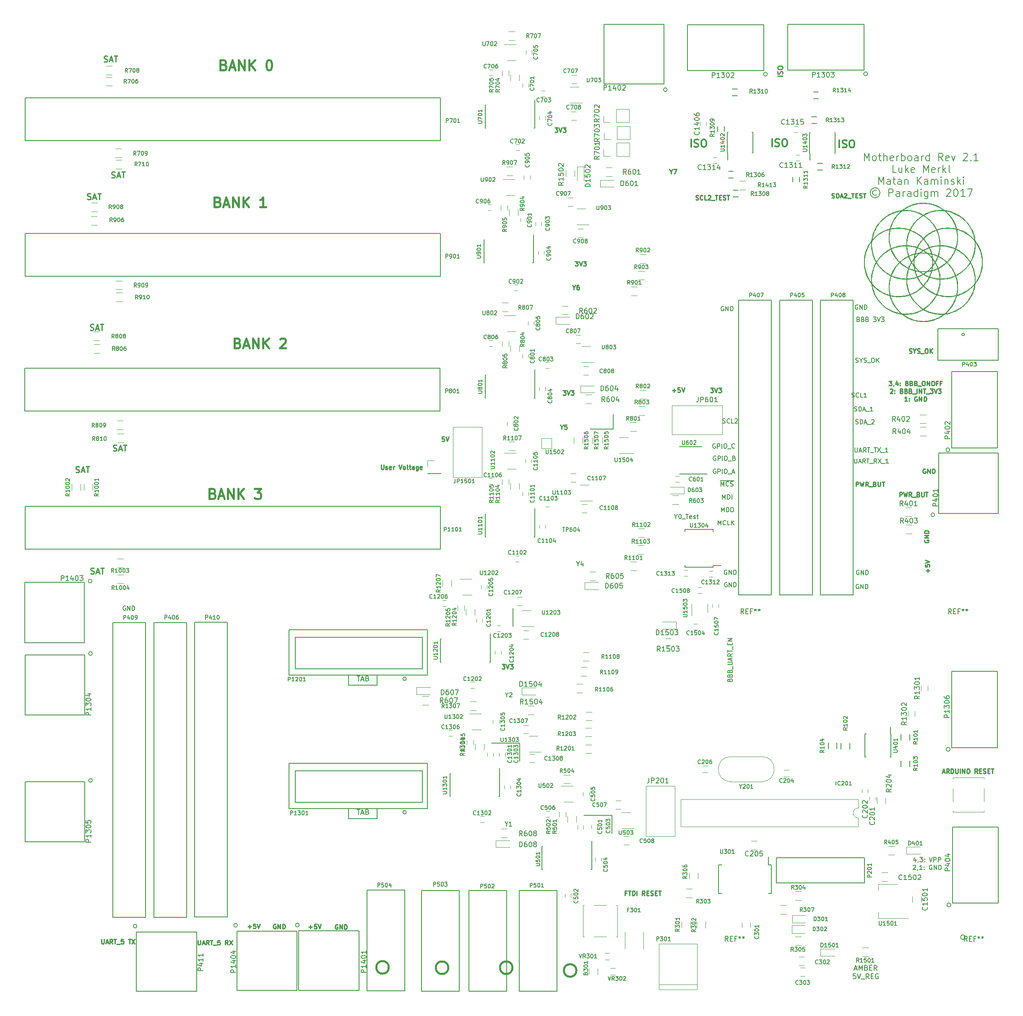
<source format=gbr>
G04 #@! TF.FileFunction,Legend,Top*
%FSLAX46Y46*%
G04 Gerber Fmt 4.6, Leading zero omitted, Abs format (unit mm)*
G04 Created by KiCad (PCBNEW 4.0.4-stable) date 08/03/17 17:46:02*
%MOMM*%
%LPD*%
G01*
G04 APERTURE LIST*
%ADD10C,0.100000*%
%ADD11C,0.200000*%
%ADD12C,0.225000*%
%ADD13C,0.150000*%
%ADD14C,0.250000*%
%ADD15C,0.300000*%
%ADD16C,0.400000*%
%ADD17C,0.120000*%
%ADD18C,0.070000*%
%ADD19C,0.010000*%
G04 APERTURE END LIST*
D10*
D11*
X185944972Y-74789514D02*
X186073543Y-74832371D01*
X186116400Y-74875229D01*
X186159257Y-74960943D01*
X186159257Y-75089514D01*
X186116400Y-75175229D01*
X186073543Y-75218086D01*
X185987829Y-75260943D01*
X185644972Y-75260943D01*
X185644972Y-74360943D01*
X185944972Y-74360943D01*
X186030686Y-74403800D01*
X186073543Y-74446657D01*
X186116400Y-74532371D01*
X186116400Y-74618086D01*
X186073543Y-74703800D01*
X186030686Y-74746657D01*
X185944972Y-74789514D01*
X185644972Y-74789514D01*
X186844972Y-74789514D02*
X186973543Y-74832371D01*
X187016400Y-74875229D01*
X187059257Y-74960943D01*
X187059257Y-75089514D01*
X187016400Y-75175229D01*
X186973543Y-75218086D01*
X186887829Y-75260943D01*
X186544972Y-75260943D01*
X186544972Y-74360943D01*
X186844972Y-74360943D01*
X186930686Y-74403800D01*
X186973543Y-74446657D01*
X187016400Y-74532371D01*
X187016400Y-74618086D01*
X186973543Y-74703800D01*
X186930686Y-74746657D01*
X186844972Y-74789514D01*
X186544972Y-74789514D01*
X187744972Y-74789514D02*
X187873543Y-74832371D01*
X187916400Y-74875229D01*
X187959257Y-74960943D01*
X187959257Y-75089514D01*
X187916400Y-75175229D01*
X187873543Y-75218086D01*
X187787829Y-75260943D01*
X187444972Y-75260943D01*
X187444972Y-74360943D01*
X187744972Y-74360943D01*
X187830686Y-74403800D01*
X187873543Y-74446657D01*
X187916400Y-74532371D01*
X187916400Y-74618086D01*
X187873543Y-74703800D01*
X187830686Y-74746657D01*
X187744972Y-74789514D01*
X187444972Y-74789514D01*
X188944971Y-74360943D02*
X189502114Y-74360943D01*
X189202114Y-74703800D01*
X189330686Y-74703800D01*
X189416400Y-74746657D01*
X189459257Y-74789514D01*
X189502114Y-74875229D01*
X189502114Y-75089514D01*
X189459257Y-75175229D01*
X189416400Y-75218086D01*
X189330686Y-75260943D01*
X189073543Y-75260943D01*
X188987829Y-75218086D01*
X188944971Y-75175229D01*
X189759257Y-74360943D02*
X190059257Y-75260943D01*
X190359257Y-74360943D01*
X190573543Y-74360943D02*
X191130686Y-74360943D01*
X190830686Y-74703800D01*
X190959258Y-74703800D01*
X191044972Y-74746657D01*
X191087829Y-74789514D01*
X191130686Y-74875229D01*
X191130686Y-75089514D01*
X191087829Y-75175229D01*
X191044972Y-75218086D01*
X190959258Y-75260943D01*
X190702115Y-75260943D01*
X190616401Y-75218086D01*
X190573543Y-75175229D01*
X160031914Y-147547299D02*
X160074771Y-147418728D01*
X160117629Y-147375871D01*
X160203343Y-147333014D01*
X160331914Y-147333014D01*
X160417629Y-147375871D01*
X160460486Y-147418728D01*
X160503343Y-147504442D01*
X160503343Y-147847299D01*
X159603343Y-147847299D01*
X159603343Y-147547299D01*
X159646200Y-147461585D01*
X159689057Y-147418728D01*
X159774771Y-147375871D01*
X159860486Y-147375871D01*
X159946200Y-147418728D01*
X159989057Y-147461585D01*
X160031914Y-147547299D01*
X160031914Y-147847299D01*
X160031914Y-146647299D02*
X160074771Y-146518728D01*
X160117629Y-146475871D01*
X160203343Y-146433014D01*
X160331914Y-146433014D01*
X160417629Y-146475871D01*
X160460486Y-146518728D01*
X160503343Y-146604442D01*
X160503343Y-146947299D01*
X159603343Y-146947299D01*
X159603343Y-146647299D01*
X159646200Y-146561585D01*
X159689057Y-146518728D01*
X159774771Y-146475871D01*
X159860486Y-146475871D01*
X159946200Y-146518728D01*
X159989057Y-146561585D01*
X160031914Y-146647299D01*
X160031914Y-146947299D01*
X160031914Y-145747299D02*
X160074771Y-145618728D01*
X160117629Y-145575871D01*
X160203343Y-145533014D01*
X160331914Y-145533014D01*
X160417629Y-145575871D01*
X160460486Y-145618728D01*
X160503343Y-145704442D01*
X160503343Y-146047299D01*
X159603343Y-146047299D01*
X159603343Y-145747299D01*
X159646200Y-145661585D01*
X159689057Y-145618728D01*
X159774771Y-145575871D01*
X159860486Y-145575871D01*
X159946200Y-145618728D01*
X159989057Y-145661585D01*
X160031914Y-145747299D01*
X160031914Y-146047299D01*
X160589057Y-145361585D02*
X160589057Y-144675871D01*
X159603343Y-144461585D02*
X160331914Y-144461585D01*
X160417629Y-144418728D01*
X160460486Y-144375871D01*
X160503343Y-144290157D01*
X160503343Y-144118728D01*
X160460486Y-144033014D01*
X160417629Y-143990157D01*
X160331914Y-143947300D01*
X159603343Y-143947300D01*
X160246200Y-143561585D02*
X160246200Y-143133014D01*
X160503343Y-143647300D02*
X159603343Y-143347300D01*
X160503343Y-143047300D01*
X160503343Y-142233014D02*
X160074771Y-142533014D01*
X160503343Y-142747299D02*
X159603343Y-142747299D01*
X159603343Y-142404442D01*
X159646200Y-142318728D01*
X159689057Y-142275871D01*
X159774771Y-142233014D01*
X159903343Y-142233014D01*
X159989057Y-142275871D01*
X160031914Y-142318728D01*
X160074771Y-142404442D01*
X160074771Y-142747299D01*
X159603343Y-141975871D02*
X159603343Y-141461585D01*
X160503343Y-141718728D02*
X159603343Y-141718728D01*
X160589057Y-141375871D02*
X160589057Y-140690157D01*
X160031914Y-140475871D02*
X160031914Y-140175871D01*
X160503343Y-140047300D02*
X160503343Y-140475871D01*
X159603343Y-140475871D01*
X159603343Y-140047300D01*
X160503343Y-139661585D02*
X159603343Y-139661585D01*
X160503343Y-139147300D01*
X159603343Y-139147300D01*
D12*
X199478986Y-104972700D02*
X199393272Y-104929843D01*
X199264701Y-104929843D01*
X199136129Y-104972700D01*
X199050415Y-105058414D01*
X199007558Y-105144129D01*
X198964701Y-105315557D01*
X198964701Y-105444129D01*
X199007558Y-105615557D01*
X199050415Y-105701271D01*
X199136129Y-105786986D01*
X199264701Y-105829843D01*
X199350415Y-105829843D01*
X199478986Y-105786986D01*
X199521843Y-105744129D01*
X199521843Y-105444129D01*
X199350415Y-105444129D01*
X199907558Y-105829843D02*
X199907558Y-104929843D01*
X200421843Y-105829843D01*
X200421843Y-104929843D01*
X200850415Y-105829843D02*
X200850415Y-104929843D01*
X201064700Y-104929843D01*
X201193272Y-104972700D01*
X201278986Y-105058414D01*
X201321843Y-105144129D01*
X201364700Y-105315557D01*
X201364700Y-105444129D01*
X201321843Y-105615557D01*
X201278986Y-105701271D01*
X201193272Y-105786986D01*
X201064700Y-105829843D01*
X200850415Y-105829843D01*
X185457658Y-108484143D02*
X185457658Y-107584143D01*
X185800515Y-107584143D01*
X185886229Y-107627000D01*
X185929086Y-107669857D01*
X185971943Y-107755571D01*
X185971943Y-107884143D01*
X185929086Y-107969857D01*
X185886229Y-108012714D01*
X185800515Y-108055571D01*
X185457658Y-108055571D01*
X186271943Y-107584143D02*
X186486229Y-108484143D01*
X186657658Y-107841286D01*
X186829086Y-108484143D01*
X187043372Y-107584143D01*
X187900514Y-108484143D02*
X187600514Y-108055571D01*
X187386229Y-108484143D02*
X187386229Y-107584143D01*
X187729086Y-107584143D01*
X187814800Y-107627000D01*
X187857657Y-107669857D01*
X187900514Y-107755571D01*
X187900514Y-107884143D01*
X187857657Y-107969857D01*
X187814800Y-108012714D01*
X187729086Y-108055571D01*
X187386229Y-108055571D01*
X188071943Y-108569857D02*
X188757657Y-108569857D01*
X189271943Y-108012714D02*
X189400514Y-108055571D01*
X189443371Y-108098429D01*
X189486228Y-108184143D01*
X189486228Y-108312714D01*
X189443371Y-108398429D01*
X189400514Y-108441286D01*
X189314800Y-108484143D01*
X188971943Y-108484143D01*
X188971943Y-107584143D01*
X189271943Y-107584143D01*
X189357657Y-107627000D01*
X189400514Y-107669857D01*
X189443371Y-107755571D01*
X189443371Y-107841286D01*
X189400514Y-107927000D01*
X189357657Y-107969857D01*
X189271943Y-108012714D01*
X188971943Y-108012714D01*
X189871943Y-107584143D02*
X189871943Y-108312714D01*
X189914800Y-108398429D01*
X189957657Y-108441286D01*
X190043371Y-108484143D01*
X190214800Y-108484143D01*
X190300514Y-108441286D01*
X190343371Y-108398429D01*
X190386228Y-108312714D01*
X190386228Y-107584143D01*
X190686228Y-107584143D02*
X191200514Y-107584143D01*
X190943371Y-108484143D02*
X190943371Y-107584143D01*
X156073614Y-88661143D02*
X156630757Y-88661143D01*
X156330757Y-89004000D01*
X156459329Y-89004000D01*
X156545043Y-89046857D01*
X156587900Y-89089714D01*
X156630757Y-89175429D01*
X156630757Y-89389714D01*
X156587900Y-89475429D01*
X156545043Y-89518286D01*
X156459329Y-89561143D01*
X156202186Y-89561143D01*
X156116472Y-89518286D01*
X156073614Y-89475429D01*
X156887900Y-88661143D02*
X157187900Y-89561143D01*
X157487900Y-88661143D01*
X157702186Y-88661143D02*
X158259329Y-88661143D01*
X157959329Y-89004000D01*
X158087901Y-89004000D01*
X158173615Y-89046857D01*
X158216472Y-89089714D01*
X158259329Y-89175429D01*
X158259329Y-89389714D01*
X158216472Y-89475429D01*
X158173615Y-89518286D01*
X158087901Y-89561143D01*
X157830758Y-89561143D01*
X157745044Y-89518286D01*
X157702186Y-89475429D01*
X148410757Y-89142086D02*
X149096471Y-89142086D01*
X148753614Y-89484943D02*
X148753614Y-88799229D01*
X149953614Y-88584943D02*
X149525043Y-88584943D01*
X149482186Y-89013514D01*
X149525043Y-88970657D01*
X149610757Y-88927800D01*
X149825043Y-88927800D01*
X149910757Y-88970657D01*
X149953614Y-89013514D01*
X149996471Y-89099229D01*
X149996471Y-89313514D01*
X149953614Y-89399229D01*
X149910757Y-89442086D01*
X149825043Y-89484943D01*
X149610757Y-89484943D01*
X149525043Y-89442086D01*
X149482186Y-89399229D01*
X150253614Y-88584943D02*
X150553614Y-89484943D01*
X150853614Y-88584943D01*
X113998514Y-144376043D02*
X114555657Y-144376043D01*
X114255657Y-144718900D01*
X114384229Y-144718900D01*
X114469943Y-144761757D01*
X114512800Y-144804614D01*
X114555657Y-144890329D01*
X114555657Y-145104614D01*
X114512800Y-145190329D01*
X114469943Y-145233186D01*
X114384229Y-145276043D01*
X114127086Y-145276043D01*
X114041372Y-145233186D01*
X113998514Y-145190329D01*
X114812800Y-144376043D02*
X115112800Y-145276043D01*
X115412800Y-144376043D01*
X115627086Y-144376043D02*
X116184229Y-144376043D01*
X115884229Y-144718900D01*
X116012801Y-144718900D01*
X116098515Y-144761757D01*
X116141372Y-144804614D01*
X116184229Y-144890329D01*
X116184229Y-145104614D01*
X116141372Y-145190329D01*
X116098515Y-145233186D01*
X116012801Y-145276043D01*
X115755658Y-145276043D01*
X115669944Y-145233186D01*
X115627086Y-145190329D01*
X124666514Y-36159343D02*
X125223657Y-36159343D01*
X124923657Y-36502200D01*
X125052229Y-36502200D01*
X125137943Y-36545057D01*
X125180800Y-36587914D01*
X125223657Y-36673629D01*
X125223657Y-36887914D01*
X125180800Y-36973629D01*
X125137943Y-37016486D01*
X125052229Y-37059343D01*
X124795086Y-37059343D01*
X124709372Y-37016486D01*
X124666514Y-36973629D01*
X125480800Y-36159343D02*
X125780800Y-37059343D01*
X126080800Y-36159343D01*
X126295086Y-36159343D02*
X126852229Y-36159343D01*
X126552229Y-36502200D01*
X126680801Y-36502200D01*
X126766515Y-36545057D01*
X126809372Y-36587914D01*
X126852229Y-36673629D01*
X126852229Y-36887914D01*
X126809372Y-36973629D01*
X126766515Y-37016486D01*
X126680801Y-37059343D01*
X126423658Y-37059343D01*
X126337944Y-37016486D01*
X126295086Y-36973629D01*
X126292114Y-89143743D02*
X126849257Y-89143743D01*
X126549257Y-89486600D01*
X126677829Y-89486600D01*
X126763543Y-89529457D01*
X126806400Y-89572314D01*
X126849257Y-89658029D01*
X126849257Y-89872314D01*
X126806400Y-89958029D01*
X126763543Y-90000886D01*
X126677829Y-90043743D01*
X126420686Y-90043743D01*
X126334972Y-90000886D01*
X126292114Y-89958029D01*
X127106400Y-89143743D02*
X127406400Y-90043743D01*
X127706400Y-89143743D01*
X127920686Y-89143743D02*
X128477829Y-89143743D01*
X128177829Y-89486600D01*
X128306401Y-89486600D01*
X128392115Y-89529457D01*
X128434972Y-89572314D01*
X128477829Y-89658029D01*
X128477829Y-89872314D01*
X128434972Y-89958029D01*
X128392115Y-90000886D01*
X128306401Y-90043743D01*
X128049258Y-90043743D01*
X127963544Y-90000886D01*
X127920686Y-89958029D01*
D13*
X187138315Y-42785871D02*
X187138315Y-41285871D01*
X187638315Y-42357300D01*
X188138315Y-41285871D01*
X188138315Y-42785871D01*
X189066887Y-42785871D02*
X188924029Y-42714443D01*
X188852601Y-42643014D01*
X188781172Y-42500157D01*
X188781172Y-42071586D01*
X188852601Y-41928729D01*
X188924029Y-41857300D01*
X189066887Y-41785871D01*
X189281172Y-41785871D01*
X189424029Y-41857300D01*
X189495458Y-41928729D01*
X189566887Y-42071586D01*
X189566887Y-42500157D01*
X189495458Y-42643014D01*
X189424029Y-42714443D01*
X189281172Y-42785871D01*
X189066887Y-42785871D01*
X189995458Y-41785871D02*
X190566887Y-41785871D01*
X190209744Y-41285871D02*
X190209744Y-42571586D01*
X190281172Y-42714443D01*
X190424030Y-42785871D01*
X190566887Y-42785871D01*
X191066887Y-42785871D02*
X191066887Y-41285871D01*
X191709744Y-42785871D02*
X191709744Y-42000157D01*
X191638315Y-41857300D01*
X191495458Y-41785871D01*
X191281173Y-41785871D01*
X191138315Y-41857300D01*
X191066887Y-41928729D01*
X192995458Y-42714443D02*
X192852601Y-42785871D01*
X192566887Y-42785871D01*
X192424030Y-42714443D01*
X192352601Y-42571586D01*
X192352601Y-42000157D01*
X192424030Y-41857300D01*
X192566887Y-41785871D01*
X192852601Y-41785871D01*
X192995458Y-41857300D01*
X193066887Y-42000157D01*
X193066887Y-42143014D01*
X192352601Y-42285871D01*
X193709744Y-42785871D02*
X193709744Y-41785871D01*
X193709744Y-42071586D02*
X193781172Y-41928729D01*
X193852601Y-41857300D01*
X193995458Y-41785871D01*
X194138315Y-41785871D01*
X194638315Y-42785871D02*
X194638315Y-41285871D01*
X194638315Y-41857300D02*
X194781172Y-41785871D01*
X195066886Y-41785871D01*
X195209743Y-41857300D01*
X195281172Y-41928729D01*
X195352601Y-42071586D01*
X195352601Y-42500157D01*
X195281172Y-42643014D01*
X195209743Y-42714443D01*
X195066886Y-42785871D01*
X194781172Y-42785871D01*
X194638315Y-42714443D01*
X196209744Y-42785871D02*
X196066886Y-42714443D01*
X195995458Y-42643014D01*
X195924029Y-42500157D01*
X195924029Y-42071586D01*
X195995458Y-41928729D01*
X196066886Y-41857300D01*
X196209744Y-41785871D01*
X196424029Y-41785871D01*
X196566886Y-41857300D01*
X196638315Y-41928729D01*
X196709744Y-42071586D01*
X196709744Y-42500157D01*
X196638315Y-42643014D01*
X196566886Y-42714443D01*
X196424029Y-42785871D01*
X196209744Y-42785871D01*
X197995458Y-42785871D02*
X197995458Y-42000157D01*
X197924029Y-41857300D01*
X197781172Y-41785871D01*
X197495458Y-41785871D01*
X197352601Y-41857300D01*
X197995458Y-42714443D02*
X197852601Y-42785871D01*
X197495458Y-42785871D01*
X197352601Y-42714443D01*
X197281172Y-42571586D01*
X197281172Y-42428729D01*
X197352601Y-42285871D01*
X197495458Y-42214443D01*
X197852601Y-42214443D01*
X197995458Y-42143014D01*
X198709744Y-42785871D02*
X198709744Y-41785871D01*
X198709744Y-42071586D02*
X198781172Y-41928729D01*
X198852601Y-41857300D01*
X198995458Y-41785871D01*
X199138315Y-41785871D01*
X200281172Y-42785871D02*
X200281172Y-41285871D01*
X200281172Y-42714443D02*
X200138315Y-42785871D01*
X199852601Y-42785871D01*
X199709743Y-42714443D01*
X199638315Y-42643014D01*
X199566886Y-42500157D01*
X199566886Y-42071586D01*
X199638315Y-41928729D01*
X199709743Y-41857300D01*
X199852601Y-41785871D01*
X200138315Y-41785871D01*
X200281172Y-41857300D01*
X202995458Y-42785871D02*
X202495458Y-42071586D01*
X202138315Y-42785871D02*
X202138315Y-41285871D01*
X202709743Y-41285871D01*
X202852601Y-41357300D01*
X202924029Y-41428729D01*
X202995458Y-41571586D01*
X202995458Y-41785871D01*
X202924029Y-41928729D01*
X202852601Y-42000157D01*
X202709743Y-42071586D01*
X202138315Y-42071586D01*
X204209743Y-42714443D02*
X204066886Y-42785871D01*
X203781172Y-42785871D01*
X203638315Y-42714443D01*
X203566886Y-42571586D01*
X203566886Y-42000157D01*
X203638315Y-41857300D01*
X203781172Y-41785871D01*
X204066886Y-41785871D01*
X204209743Y-41857300D01*
X204281172Y-42000157D01*
X204281172Y-42143014D01*
X203566886Y-42285871D01*
X204781172Y-41785871D02*
X205138315Y-42785871D01*
X205495457Y-41785871D01*
X207138314Y-41428729D02*
X207209743Y-41357300D01*
X207352600Y-41285871D01*
X207709743Y-41285871D01*
X207852600Y-41357300D01*
X207924029Y-41428729D01*
X207995457Y-41571586D01*
X207995457Y-41714443D01*
X207924029Y-41928729D01*
X207066886Y-42785871D01*
X207995457Y-42785871D01*
X208638314Y-42643014D02*
X208709742Y-42714443D01*
X208638314Y-42785871D01*
X208566885Y-42714443D01*
X208638314Y-42643014D01*
X208638314Y-42785871D01*
X210138314Y-42785871D02*
X209281171Y-42785871D01*
X209709743Y-42785871D02*
X209709743Y-41285871D01*
X209566886Y-41500157D01*
X209424028Y-41643014D01*
X209281171Y-41714443D01*
X193602601Y-45185871D02*
X192888315Y-45185871D01*
X192888315Y-43685871D01*
X194745458Y-44185871D02*
X194745458Y-45185871D01*
X194102601Y-44185871D02*
X194102601Y-44971586D01*
X194174029Y-45114443D01*
X194316887Y-45185871D01*
X194531172Y-45185871D01*
X194674029Y-45114443D01*
X194745458Y-45043014D01*
X195459744Y-45185871D02*
X195459744Y-43685871D01*
X195602601Y-44614443D02*
X196031172Y-45185871D01*
X196031172Y-44185871D02*
X195459744Y-44757300D01*
X197245458Y-45114443D02*
X197102601Y-45185871D01*
X196816887Y-45185871D01*
X196674030Y-45114443D01*
X196602601Y-44971586D01*
X196602601Y-44400157D01*
X196674030Y-44257300D01*
X196816887Y-44185871D01*
X197102601Y-44185871D01*
X197245458Y-44257300D01*
X197316887Y-44400157D01*
X197316887Y-44543014D01*
X196602601Y-44685871D01*
X199102601Y-45185871D02*
X199102601Y-43685871D01*
X199602601Y-44757300D01*
X200102601Y-43685871D01*
X200102601Y-45185871D01*
X201388315Y-45114443D02*
X201245458Y-45185871D01*
X200959744Y-45185871D01*
X200816887Y-45114443D01*
X200745458Y-44971586D01*
X200745458Y-44400157D01*
X200816887Y-44257300D01*
X200959744Y-44185871D01*
X201245458Y-44185871D01*
X201388315Y-44257300D01*
X201459744Y-44400157D01*
X201459744Y-44543014D01*
X200745458Y-44685871D01*
X202102601Y-45185871D02*
X202102601Y-44185871D01*
X202102601Y-44471586D02*
X202174029Y-44328729D01*
X202245458Y-44257300D01*
X202388315Y-44185871D01*
X202531172Y-44185871D01*
X203031172Y-45185871D02*
X203031172Y-43685871D01*
X203174029Y-44614443D02*
X203602600Y-45185871D01*
X203602600Y-44185871D02*
X203031172Y-44757300D01*
X204459744Y-45185871D02*
X204316886Y-45114443D01*
X204245458Y-44971586D01*
X204245458Y-43685871D01*
X190031171Y-47585871D02*
X190031171Y-46085871D01*
X190531171Y-47157300D01*
X191031171Y-46085871D01*
X191031171Y-47585871D01*
X192388314Y-47585871D02*
X192388314Y-46800157D01*
X192316885Y-46657300D01*
X192174028Y-46585871D01*
X191888314Y-46585871D01*
X191745457Y-46657300D01*
X192388314Y-47514443D02*
X192245457Y-47585871D01*
X191888314Y-47585871D01*
X191745457Y-47514443D01*
X191674028Y-47371586D01*
X191674028Y-47228729D01*
X191745457Y-47085871D01*
X191888314Y-47014443D01*
X192245457Y-47014443D01*
X192388314Y-46943014D01*
X192888314Y-46585871D02*
X193459743Y-46585871D01*
X193102600Y-46085871D02*
X193102600Y-47371586D01*
X193174028Y-47514443D01*
X193316886Y-47585871D01*
X193459743Y-47585871D01*
X194602600Y-47585871D02*
X194602600Y-46800157D01*
X194531171Y-46657300D01*
X194388314Y-46585871D01*
X194102600Y-46585871D01*
X193959743Y-46657300D01*
X194602600Y-47514443D02*
X194459743Y-47585871D01*
X194102600Y-47585871D01*
X193959743Y-47514443D01*
X193888314Y-47371586D01*
X193888314Y-47228729D01*
X193959743Y-47085871D01*
X194102600Y-47014443D01*
X194459743Y-47014443D01*
X194602600Y-46943014D01*
X195316886Y-46585871D02*
X195316886Y-47585871D01*
X195316886Y-46728729D02*
X195388314Y-46657300D01*
X195531172Y-46585871D01*
X195745457Y-46585871D01*
X195888314Y-46657300D01*
X195959743Y-46800157D01*
X195959743Y-47585871D01*
X197816886Y-47585871D02*
X197816886Y-46085871D01*
X198674029Y-47585871D02*
X198031172Y-46728729D01*
X198674029Y-46085871D02*
X197816886Y-46943014D01*
X199959743Y-47585871D02*
X199959743Y-46800157D01*
X199888314Y-46657300D01*
X199745457Y-46585871D01*
X199459743Y-46585871D01*
X199316886Y-46657300D01*
X199959743Y-47514443D02*
X199816886Y-47585871D01*
X199459743Y-47585871D01*
X199316886Y-47514443D01*
X199245457Y-47371586D01*
X199245457Y-47228729D01*
X199316886Y-47085871D01*
X199459743Y-47014443D01*
X199816886Y-47014443D01*
X199959743Y-46943014D01*
X200674029Y-47585871D02*
X200674029Y-46585871D01*
X200674029Y-46728729D02*
X200745457Y-46657300D01*
X200888315Y-46585871D01*
X201102600Y-46585871D01*
X201245457Y-46657300D01*
X201316886Y-46800157D01*
X201316886Y-47585871D01*
X201316886Y-46800157D02*
X201388315Y-46657300D01*
X201531172Y-46585871D01*
X201745457Y-46585871D01*
X201888315Y-46657300D01*
X201959743Y-46800157D01*
X201959743Y-47585871D01*
X202674029Y-47585871D02*
X202674029Y-46585871D01*
X202674029Y-46085871D02*
X202602600Y-46157300D01*
X202674029Y-46228729D01*
X202745457Y-46157300D01*
X202674029Y-46085871D01*
X202674029Y-46228729D01*
X203388315Y-46585871D02*
X203388315Y-47585871D01*
X203388315Y-46728729D02*
X203459743Y-46657300D01*
X203602601Y-46585871D01*
X203816886Y-46585871D01*
X203959743Y-46657300D01*
X204031172Y-46800157D01*
X204031172Y-47585871D01*
X204674029Y-47514443D02*
X204816886Y-47585871D01*
X205102601Y-47585871D01*
X205245458Y-47514443D01*
X205316886Y-47371586D01*
X205316886Y-47300157D01*
X205245458Y-47157300D01*
X205102601Y-47085871D01*
X204888315Y-47085871D01*
X204745458Y-47014443D01*
X204674029Y-46871586D01*
X204674029Y-46800157D01*
X204745458Y-46657300D01*
X204888315Y-46585871D01*
X205102601Y-46585871D01*
X205245458Y-46657300D01*
X205959744Y-47585871D02*
X205959744Y-46085871D01*
X206102601Y-47014443D02*
X206531172Y-47585871D01*
X206531172Y-46585871D02*
X205959744Y-47157300D01*
X207174030Y-47585871D02*
X207174030Y-46585871D01*
X207174030Y-46085871D02*
X207102601Y-46157300D01*
X207174030Y-46228729D01*
X207245458Y-46157300D01*
X207174030Y-46085871D01*
X207174030Y-46228729D01*
X189602601Y-48843014D02*
X189459743Y-48771586D01*
X189174029Y-48771586D01*
X189031172Y-48843014D01*
X188888315Y-48985871D01*
X188816886Y-49128729D01*
X188816886Y-49414443D01*
X188888315Y-49557300D01*
X189031172Y-49700157D01*
X189174029Y-49771586D01*
X189459743Y-49771586D01*
X189602601Y-49700157D01*
X189316886Y-48271586D02*
X188959743Y-48343014D01*
X188602601Y-48557300D01*
X188388315Y-48914443D01*
X188316886Y-49271586D01*
X188388315Y-49628729D01*
X188602601Y-49985871D01*
X188959743Y-50200157D01*
X189316886Y-50271586D01*
X189674029Y-50200157D01*
X190031172Y-49985871D01*
X190245458Y-49628729D01*
X190316886Y-49271586D01*
X190245458Y-48914443D01*
X190031172Y-48557300D01*
X189674029Y-48343014D01*
X189316886Y-48271586D01*
X192102601Y-49985871D02*
X192102601Y-48485871D01*
X192674029Y-48485871D01*
X192816887Y-48557300D01*
X192888315Y-48628729D01*
X192959744Y-48771586D01*
X192959744Y-48985871D01*
X192888315Y-49128729D01*
X192816887Y-49200157D01*
X192674029Y-49271586D01*
X192102601Y-49271586D01*
X194245458Y-49985871D02*
X194245458Y-49200157D01*
X194174029Y-49057300D01*
X194031172Y-48985871D01*
X193745458Y-48985871D01*
X193602601Y-49057300D01*
X194245458Y-49914443D02*
X194102601Y-49985871D01*
X193745458Y-49985871D01*
X193602601Y-49914443D01*
X193531172Y-49771586D01*
X193531172Y-49628729D01*
X193602601Y-49485871D01*
X193745458Y-49414443D01*
X194102601Y-49414443D01*
X194245458Y-49343014D01*
X194959744Y-49985871D02*
X194959744Y-48985871D01*
X194959744Y-49271586D02*
X195031172Y-49128729D01*
X195102601Y-49057300D01*
X195245458Y-48985871D01*
X195388315Y-48985871D01*
X196531172Y-49985871D02*
X196531172Y-49200157D01*
X196459743Y-49057300D01*
X196316886Y-48985871D01*
X196031172Y-48985871D01*
X195888315Y-49057300D01*
X196531172Y-49914443D02*
X196388315Y-49985871D01*
X196031172Y-49985871D01*
X195888315Y-49914443D01*
X195816886Y-49771586D01*
X195816886Y-49628729D01*
X195888315Y-49485871D01*
X196031172Y-49414443D01*
X196388315Y-49414443D01*
X196531172Y-49343014D01*
X197888315Y-49985871D02*
X197888315Y-48485871D01*
X197888315Y-49914443D02*
X197745458Y-49985871D01*
X197459744Y-49985871D01*
X197316886Y-49914443D01*
X197245458Y-49843014D01*
X197174029Y-49700157D01*
X197174029Y-49271586D01*
X197245458Y-49128729D01*
X197316886Y-49057300D01*
X197459744Y-48985871D01*
X197745458Y-48985871D01*
X197888315Y-49057300D01*
X198602601Y-49985871D02*
X198602601Y-48985871D01*
X198602601Y-48485871D02*
X198531172Y-48557300D01*
X198602601Y-48628729D01*
X198674029Y-48557300D01*
X198602601Y-48485871D01*
X198602601Y-48628729D01*
X199959744Y-48985871D02*
X199959744Y-50200157D01*
X199888315Y-50343014D01*
X199816887Y-50414443D01*
X199674030Y-50485871D01*
X199459744Y-50485871D01*
X199316887Y-50414443D01*
X199959744Y-49914443D02*
X199816887Y-49985871D01*
X199531173Y-49985871D01*
X199388315Y-49914443D01*
X199316887Y-49843014D01*
X199245458Y-49700157D01*
X199245458Y-49271586D01*
X199316887Y-49128729D01*
X199388315Y-49057300D01*
X199531173Y-48985871D01*
X199816887Y-48985871D01*
X199959744Y-49057300D01*
X200674030Y-49985871D02*
X200674030Y-48985871D01*
X200674030Y-49128729D02*
X200745458Y-49057300D01*
X200888316Y-48985871D01*
X201102601Y-48985871D01*
X201245458Y-49057300D01*
X201316887Y-49200157D01*
X201316887Y-49985871D01*
X201316887Y-49200157D02*
X201388316Y-49057300D01*
X201531173Y-48985871D01*
X201745458Y-48985871D01*
X201888316Y-49057300D01*
X201959744Y-49200157D01*
X201959744Y-49985871D01*
X203745458Y-48628729D02*
X203816887Y-48557300D01*
X203959744Y-48485871D01*
X204316887Y-48485871D01*
X204459744Y-48557300D01*
X204531173Y-48628729D01*
X204602601Y-48771586D01*
X204602601Y-48914443D01*
X204531173Y-49128729D01*
X203674030Y-49985871D01*
X204602601Y-49985871D01*
X205531172Y-48485871D02*
X205674029Y-48485871D01*
X205816886Y-48557300D01*
X205888315Y-48628729D01*
X205959744Y-48771586D01*
X206031172Y-49057300D01*
X206031172Y-49414443D01*
X205959744Y-49700157D01*
X205888315Y-49843014D01*
X205816886Y-49914443D01*
X205674029Y-49985871D01*
X205531172Y-49985871D01*
X205388315Y-49914443D01*
X205316886Y-49843014D01*
X205245458Y-49700157D01*
X205174029Y-49414443D01*
X205174029Y-49057300D01*
X205245458Y-48771586D01*
X205316886Y-48628729D01*
X205388315Y-48557300D01*
X205531172Y-48485871D01*
X207459743Y-49985871D02*
X206602600Y-49985871D01*
X207031172Y-49985871D02*
X207031172Y-48485871D01*
X206888315Y-48700157D01*
X206745457Y-48843014D01*
X206602600Y-48914443D01*
X207959743Y-48485871D02*
X208959743Y-48485871D01*
X208316886Y-49985871D01*
D12*
X194246058Y-110566943D02*
X194246058Y-109666943D01*
X194588915Y-109666943D01*
X194674629Y-109709800D01*
X194717486Y-109752657D01*
X194760343Y-109838371D01*
X194760343Y-109966943D01*
X194717486Y-110052657D01*
X194674629Y-110095514D01*
X194588915Y-110138371D01*
X194246058Y-110138371D01*
X195060343Y-109666943D02*
X195274629Y-110566943D01*
X195446058Y-109924086D01*
X195617486Y-110566943D01*
X195831772Y-109666943D01*
X196688914Y-110566943D02*
X196388914Y-110138371D01*
X196174629Y-110566943D02*
X196174629Y-109666943D01*
X196517486Y-109666943D01*
X196603200Y-109709800D01*
X196646057Y-109752657D01*
X196688914Y-109838371D01*
X196688914Y-109966943D01*
X196646057Y-110052657D01*
X196603200Y-110095514D01*
X196517486Y-110138371D01*
X196174629Y-110138371D01*
X196860343Y-110652657D02*
X197546057Y-110652657D01*
X198060343Y-110095514D02*
X198188914Y-110138371D01*
X198231771Y-110181229D01*
X198274628Y-110266943D01*
X198274628Y-110395514D01*
X198231771Y-110481229D01*
X198188914Y-110524086D01*
X198103200Y-110566943D01*
X197760343Y-110566943D01*
X197760343Y-109666943D01*
X198060343Y-109666943D01*
X198146057Y-109709800D01*
X198188914Y-109752657D01*
X198231771Y-109838371D01*
X198231771Y-109924086D01*
X198188914Y-110009800D01*
X198146057Y-110052657D01*
X198060343Y-110095514D01*
X197760343Y-110095514D01*
X198660343Y-109666943D02*
X198660343Y-110395514D01*
X198703200Y-110481229D01*
X198746057Y-110524086D01*
X198831771Y-110566943D01*
X199003200Y-110566943D01*
X199088914Y-110524086D01*
X199131771Y-110481229D01*
X199174628Y-110395514D01*
X199174628Y-109666943D01*
X199474628Y-109666943D02*
X199988914Y-109666943D01*
X199731771Y-110566943D02*
X199731771Y-109666943D01*
X196216086Y-81568086D02*
X196344657Y-81610943D01*
X196558943Y-81610943D01*
X196644657Y-81568086D01*
X196687514Y-81525229D01*
X196730371Y-81439514D01*
X196730371Y-81353800D01*
X196687514Y-81268086D01*
X196644657Y-81225229D01*
X196558943Y-81182371D01*
X196387514Y-81139514D01*
X196301800Y-81096657D01*
X196258943Y-81053800D01*
X196216086Y-80968086D01*
X196216086Y-80882371D01*
X196258943Y-80796657D01*
X196301800Y-80753800D01*
X196387514Y-80710943D01*
X196601800Y-80710943D01*
X196730371Y-80753800D01*
X197287514Y-81182371D02*
X197287514Y-81610943D01*
X196987514Y-80710943D02*
X197287514Y-81182371D01*
X197587514Y-80710943D01*
X197844658Y-81568086D02*
X197973229Y-81610943D01*
X198187515Y-81610943D01*
X198273229Y-81568086D01*
X198316086Y-81525229D01*
X198358943Y-81439514D01*
X198358943Y-81353800D01*
X198316086Y-81268086D01*
X198273229Y-81225229D01*
X198187515Y-81182371D01*
X198016086Y-81139514D01*
X197930372Y-81096657D01*
X197887515Y-81053800D01*
X197844658Y-80968086D01*
X197844658Y-80882371D01*
X197887515Y-80796657D01*
X197930372Y-80753800D01*
X198016086Y-80710943D01*
X198230372Y-80710943D01*
X198358943Y-80753800D01*
X198530372Y-81696657D02*
X199216086Y-81696657D01*
X199601800Y-80710943D02*
X199773229Y-80710943D01*
X199858943Y-80753800D01*
X199944657Y-80839514D01*
X199987515Y-81010943D01*
X199987515Y-81310943D01*
X199944657Y-81482371D01*
X199858943Y-81568086D01*
X199773229Y-81610943D01*
X199601800Y-81610943D01*
X199516086Y-81568086D01*
X199430372Y-81482371D01*
X199387515Y-81310943D01*
X199387515Y-81010943D01*
X199430372Y-80839514D01*
X199516086Y-80753800D01*
X199601800Y-80710943D01*
X200373229Y-81610943D02*
X200373229Y-80710943D01*
X200887514Y-81610943D02*
X200501800Y-81096657D01*
X200887514Y-80710943D02*
X200373229Y-81225229D01*
X199308300Y-119291014D02*
X199265443Y-119376728D01*
X199265443Y-119505299D01*
X199308300Y-119633871D01*
X199394014Y-119719585D01*
X199479729Y-119762442D01*
X199651157Y-119805299D01*
X199779729Y-119805299D01*
X199951157Y-119762442D01*
X200036871Y-119719585D01*
X200122586Y-119633871D01*
X200165443Y-119505299D01*
X200165443Y-119419585D01*
X200122586Y-119291014D01*
X200079729Y-119248157D01*
X199779729Y-119248157D01*
X199779729Y-119419585D01*
X200165443Y-118862442D02*
X199265443Y-118862442D01*
X200165443Y-118348157D01*
X199265443Y-118348157D01*
X200165443Y-117919585D02*
X199265443Y-117919585D01*
X199265443Y-117705300D01*
X199308300Y-117576728D01*
X199394014Y-117491014D01*
X199479729Y-117448157D01*
X199651157Y-117405300D01*
X199779729Y-117405300D01*
X199951157Y-117448157D01*
X200036871Y-117491014D01*
X200122586Y-117576728D01*
X200165443Y-117705300D01*
X200165443Y-117919585D01*
X199987686Y-125794943D02*
X199987686Y-125109229D01*
X200330543Y-125452086D02*
X199644829Y-125452086D01*
X199430543Y-124252086D02*
X199430543Y-124680657D01*
X199859114Y-124723514D01*
X199816257Y-124680657D01*
X199773400Y-124594943D01*
X199773400Y-124380657D01*
X199816257Y-124294943D01*
X199859114Y-124252086D01*
X199944829Y-124209229D01*
X200159114Y-124209229D01*
X200244829Y-124252086D01*
X200287686Y-124294943D01*
X200330543Y-124380657D01*
X200330543Y-124594943D01*
X200287686Y-124680657D01*
X200244829Y-124723514D01*
X199430543Y-123952086D02*
X200330543Y-123652086D01*
X199430543Y-123352086D01*
D14*
X30969114Y-126063314D02*
X31140543Y-126120457D01*
X31426257Y-126120457D01*
X31540543Y-126063314D01*
X31597686Y-126006171D01*
X31654829Y-125891886D01*
X31654829Y-125777600D01*
X31597686Y-125663314D01*
X31540543Y-125606171D01*
X31426257Y-125549029D01*
X31197686Y-125491886D01*
X31083400Y-125434743D01*
X31026257Y-125377600D01*
X30969114Y-125263314D01*
X30969114Y-125149029D01*
X31026257Y-125034743D01*
X31083400Y-124977600D01*
X31197686Y-124920457D01*
X31483400Y-124920457D01*
X31654829Y-124977600D01*
X32111971Y-125777600D02*
X32683400Y-125777600D01*
X31997686Y-126120457D02*
X32397686Y-124920457D01*
X32797686Y-126120457D01*
X33026257Y-124920457D02*
X33711971Y-124920457D01*
X33369114Y-126120457D02*
X33369114Y-124920457D01*
X35541114Y-101272914D02*
X35712543Y-101330057D01*
X35998257Y-101330057D01*
X36112543Y-101272914D01*
X36169686Y-101215771D01*
X36226829Y-101101486D01*
X36226829Y-100987200D01*
X36169686Y-100872914D01*
X36112543Y-100815771D01*
X35998257Y-100758629D01*
X35769686Y-100701486D01*
X35655400Y-100644343D01*
X35598257Y-100587200D01*
X35541114Y-100472914D01*
X35541114Y-100358629D01*
X35598257Y-100244343D01*
X35655400Y-100187200D01*
X35769686Y-100130057D01*
X36055400Y-100130057D01*
X36226829Y-100187200D01*
X36683971Y-100987200D02*
X37255400Y-100987200D01*
X36569686Y-101330057D02*
X36969686Y-100130057D01*
X37369686Y-101330057D01*
X37598257Y-100130057D02*
X38283971Y-100130057D01*
X37941114Y-101330057D02*
X37941114Y-100130057D01*
X33661514Y-22812314D02*
X33832943Y-22869457D01*
X34118657Y-22869457D01*
X34232943Y-22812314D01*
X34290086Y-22755171D01*
X34347229Y-22640886D01*
X34347229Y-22526600D01*
X34290086Y-22412314D01*
X34232943Y-22355171D01*
X34118657Y-22298029D01*
X33890086Y-22240886D01*
X33775800Y-22183743D01*
X33718657Y-22126600D01*
X33661514Y-22012314D01*
X33661514Y-21898029D01*
X33718657Y-21783743D01*
X33775800Y-21726600D01*
X33890086Y-21669457D01*
X34175800Y-21669457D01*
X34347229Y-21726600D01*
X34804371Y-22526600D02*
X35375800Y-22526600D01*
X34690086Y-22869457D02*
X35090086Y-21669457D01*
X35490086Y-22869457D01*
X35718657Y-21669457D02*
X36404371Y-21669457D01*
X36061514Y-22869457D02*
X36061514Y-21669457D01*
X35185514Y-46180314D02*
X35356943Y-46237457D01*
X35642657Y-46237457D01*
X35756943Y-46180314D01*
X35814086Y-46123171D01*
X35871229Y-46008886D01*
X35871229Y-45894600D01*
X35814086Y-45780314D01*
X35756943Y-45723171D01*
X35642657Y-45666029D01*
X35414086Y-45608886D01*
X35299800Y-45551743D01*
X35242657Y-45494600D01*
X35185514Y-45380314D01*
X35185514Y-45266029D01*
X35242657Y-45151743D01*
X35299800Y-45094600D01*
X35414086Y-45037457D01*
X35699800Y-45037457D01*
X35871229Y-45094600D01*
X36328371Y-45894600D02*
X36899800Y-45894600D01*
X36214086Y-46237457D02*
X36614086Y-45037457D01*
X37014086Y-46237457D01*
X37242657Y-45037457D02*
X37928371Y-45037457D01*
X37585514Y-46237457D02*
X37585514Y-45037457D01*
D12*
X52629229Y-200040143D02*
X52629229Y-200768714D01*
X52672086Y-200854429D01*
X52714943Y-200897286D01*
X52800657Y-200940143D01*
X52972086Y-200940143D01*
X53057800Y-200897286D01*
X53100657Y-200854429D01*
X53143514Y-200768714D01*
X53143514Y-200040143D01*
X53529229Y-200683000D02*
X53957800Y-200683000D01*
X53443514Y-200940143D02*
X53743514Y-200040143D01*
X54043514Y-200940143D01*
X54857800Y-200940143D02*
X54557800Y-200511571D01*
X54343515Y-200940143D02*
X54343515Y-200040143D01*
X54686372Y-200040143D01*
X54772086Y-200083000D01*
X54814943Y-200125857D01*
X54857800Y-200211571D01*
X54857800Y-200340143D01*
X54814943Y-200425857D01*
X54772086Y-200468714D01*
X54686372Y-200511571D01*
X54343515Y-200511571D01*
X55114943Y-200040143D02*
X55629229Y-200040143D01*
X55372086Y-200940143D02*
X55372086Y-200040143D01*
X55714943Y-201025857D02*
X56400657Y-201025857D01*
X57043514Y-200040143D02*
X56614943Y-200040143D01*
X56572086Y-200468714D01*
X56614943Y-200425857D01*
X56700657Y-200383000D01*
X56914943Y-200383000D01*
X57000657Y-200425857D01*
X57043514Y-200468714D01*
X57086371Y-200554429D01*
X57086371Y-200768714D01*
X57043514Y-200854429D01*
X57000657Y-200897286D01*
X56914943Y-200940143D01*
X56700657Y-200940143D01*
X56614943Y-200897286D01*
X56572086Y-200854429D01*
X58672085Y-200940143D02*
X58372085Y-200511571D01*
X58157800Y-200940143D02*
X58157800Y-200040143D01*
X58500657Y-200040143D01*
X58586371Y-200083000D01*
X58629228Y-200125857D01*
X58672085Y-200211571D01*
X58672085Y-200340143D01*
X58629228Y-200425857D01*
X58586371Y-200468714D01*
X58500657Y-200511571D01*
X58157800Y-200511571D01*
X58972085Y-200040143D02*
X59572085Y-200940143D01*
X59572085Y-200040143D02*
X58972085Y-200940143D01*
X33152972Y-199811543D02*
X33152972Y-200540114D01*
X33195829Y-200625829D01*
X33238686Y-200668686D01*
X33324400Y-200711543D01*
X33495829Y-200711543D01*
X33581543Y-200668686D01*
X33624400Y-200625829D01*
X33667257Y-200540114D01*
X33667257Y-199811543D01*
X34052972Y-200454400D02*
X34481543Y-200454400D01*
X33967257Y-200711543D02*
X34267257Y-199811543D01*
X34567257Y-200711543D01*
X35381543Y-200711543D02*
X35081543Y-200282971D01*
X34867258Y-200711543D02*
X34867258Y-199811543D01*
X35210115Y-199811543D01*
X35295829Y-199854400D01*
X35338686Y-199897257D01*
X35381543Y-199982971D01*
X35381543Y-200111543D01*
X35338686Y-200197257D01*
X35295829Y-200240114D01*
X35210115Y-200282971D01*
X34867258Y-200282971D01*
X35638686Y-199811543D02*
X36152972Y-199811543D01*
X35895829Y-200711543D02*
X35895829Y-199811543D01*
X36238686Y-200797257D02*
X36924400Y-200797257D01*
X37567257Y-199811543D02*
X37138686Y-199811543D01*
X37095829Y-200240114D01*
X37138686Y-200197257D01*
X37224400Y-200154400D01*
X37438686Y-200154400D01*
X37524400Y-200197257D01*
X37567257Y-200240114D01*
X37610114Y-200325829D01*
X37610114Y-200540114D01*
X37567257Y-200625829D01*
X37524400Y-200668686D01*
X37438686Y-200711543D01*
X37224400Y-200711543D01*
X37138686Y-200668686D01*
X37095829Y-200625829D01*
X38552971Y-199811543D02*
X39067257Y-199811543D01*
X38810114Y-200711543D02*
X38810114Y-199811543D01*
X39281542Y-199811543D02*
X39881542Y-200711543D01*
X39881542Y-199811543D02*
X39281542Y-200711543D01*
X80822886Y-196882600D02*
X80737172Y-196839743D01*
X80608601Y-196839743D01*
X80480029Y-196882600D01*
X80394315Y-196968314D01*
X80351458Y-197054029D01*
X80308601Y-197225457D01*
X80308601Y-197354029D01*
X80351458Y-197525457D01*
X80394315Y-197611171D01*
X80480029Y-197696886D01*
X80608601Y-197739743D01*
X80694315Y-197739743D01*
X80822886Y-197696886D01*
X80865743Y-197654029D01*
X80865743Y-197354029D01*
X80694315Y-197354029D01*
X81251458Y-197739743D02*
X81251458Y-196839743D01*
X81765743Y-197739743D01*
X81765743Y-196839743D01*
X82194315Y-197739743D02*
X82194315Y-196839743D01*
X82408600Y-196839743D01*
X82537172Y-196882600D01*
X82622886Y-196968314D01*
X82665743Y-197054029D01*
X82708600Y-197225457D01*
X82708600Y-197354029D01*
X82665743Y-197525457D01*
X82622886Y-197611171D01*
X82537172Y-197696886D01*
X82408600Y-197739743D01*
X82194315Y-197739743D01*
X68326086Y-196806400D02*
X68240372Y-196763543D01*
X68111801Y-196763543D01*
X67983229Y-196806400D01*
X67897515Y-196892114D01*
X67854658Y-196977829D01*
X67811801Y-197149257D01*
X67811801Y-197277829D01*
X67854658Y-197449257D01*
X67897515Y-197534971D01*
X67983229Y-197620686D01*
X68111801Y-197663543D01*
X68197515Y-197663543D01*
X68326086Y-197620686D01*
X68368943Y-197577829D01*
X68368943Y-197277829D01*
X68197515Y-197277829D01*
X68754658Y-197663543D02*
X68754658Y-196763543D01*
X69268943Y-197663543D01*
X69268943Y-196763543D01*
X69697515Y-197663543D02*
X69697515Y-196763543D01*
X69911800Y-196763543D01*
X70040372Y-196806400D01*
X70126086Y-196892114D01*
X70168943Y-196977829D01*
X70211800Y-197149257D01*
X70211800Y-197277829D01*
X70168943Y-197449257D01*
X70126086Y-197534971D01*
X70040372Y-197620686D01*
X69911800Y-197663543D01*
X69697515Y-197663543D01*
X75017457Y-197346086D02*
X75703171Y-197346086D01*
X75360314Y-197688943D02*
X75360314Y-197003229D01*
X76560314Y-196788943D02*
X76131743Y-196788943D01*
X76088886Y-197217514D01*
X76131743Y-197174657D01*
X76217457Y-197131800D01*
X76431743Y-197131800D01*
X76517457Y-197174657D01*
X76560314Y-197217514D01*
X76603171Y-197303229D01*
X76603171Y-197517514D01*
X76560314Y-197603229D01*
X76517457Y-197646086D01*
X76431743Y-197688943D01*
X76217457Y-197688943D01*
X76131743Y-197646086D01*
X76088886Y-197603229D01*
X76860314Y-196788943D02*
X77160314Y-197688943D01*
X77460314Y-196788943D01*
X62698457Y-197269886D02*
X63384171Y-197269886D01*
X63041314Y-197612743D02*
X63041314Y-196927029D01*
X64241314Y-196712743D02*
X63812743Y-196712743D01*
X63769886Y-197141314D01*
X63812743Y-197098457D01*
X63898457Y-197055600D01*
X64112743Y-197055600D01*
X64198457Y-197098457D01*
X64241314Y-197141314D01*
X64284171Y-197227029D01*
X64284171Y-197441314D01*
X64241314Y-197527029D01*
X64198457Y-197569886D01*
X64112743Y-197612743D01*
X63898457Y-197612743D01*
X63812743Y-197569886D01*
X63769886Y-197527029D01*
X64541314Y-196712743D02*
X64841314Y-197612743D01*
X65141314Y-196712743D01*
X202917272Y-166088200D02*
X203345843Y-166088200D01*
X202831557Y-166345343D02*
X203131557Y-165445343D01*
X203431557Y-166345343D01*
X204245843Y-166345343D02*
X203945843Y-165916771D01*
X203731558Y-166345343D02*
X203731558Y-165445343D01*
X204074415Y-165445343D01*
X204160129Y-165488200D01*
X204202986Y-165531057D01*
X204245843Y-165616771D01*
X204245843Y-165745343D01*
X204202986Y-165831057D01*
X204160129Y-165873914D01*
X204074415Y-165916771D01*
X203731558Y-165916771D01*
X204631558Y-166345343D02*
X204631558Y-165445343D01*
X204845843Y-165445343D01*
X204974415Y-165488200D01*
X205060129Y-165573914D01*
X205102986Y-165659629D01*
X205145843Y-165831057D01*
X205145843Y-165959629D01*
X205102986Y-166131057D01*
X205060129Y-166216771D01*
X204974415Y-166302486D01*
X204845843Y-166345343D01*
X204631558Y-166345343D01*
X205531558Y-165445343D02*
X205531558Y-166173914D01*
X205574415Y-166259629D01*
X205617272Y-166302486D01*
X205702986Y-166345343D01*
X205874415Y-166345343D01*
X205960129Y-166302486D01*
X206002986Y-166259629D01*
X206045843Y-166173914D01*
X206045843Y-165445343D01*
X206474415Y-166345343D02*
X206474415Y-165445343D01*
X206902986Y-166345343D02*
X206902986Y-165445343D01*
X207417271Y-166345343D01*
X207417271Y-165445343D01*
X208017271Y-165445343D02*
X208188700Y-165445343D01*
X208274414Y-165488200D01*
X208360128Y-165573914D01*
X208402986Y-165745343D01*
X208402986Y-166045343D01*
X208360128Y-166216771D01*
X208274414Y-166302486D01*
X208188700Y-166345343D01*
X208017271Y-166345343D01*
X207931557Y-166302486D01*
X207845843Y-166216771D01*
X207802986Y-166045343D01*
X207802986Y-165745343D01*
X207845843Y-165573914D01*
X207931557Y-165488200D01*
X208017271Y-165445343D01*
X209988699Y-166345343D02*
X209688699Y-165916771D01*
X209474414Y-166345343D02*
X209474414Y-165445343D01*
X209817271Y-165445343D01*
X209902985Y-165488200D01*
X209945842Y-165531057D01*
X209988699Y-165616771D01*
X209988699Y-165745343D01*
X209945842Y-165831057D01*
X209902985Y-165873914D01*
X209817271Y-165916771D01*
X209474414Y-165916771D01*
X210374414Y-165873914D02*
X210674414Y-165873914D01*
X210802985Y-166345343D02*
X210374414Y-166345343D01*
X210374414Y-165445343D01*
X210802985Y-165445343D01*
X211145843Y-166302486D02*
X211274414Y-166345343D01*
X211488700Y-166345343D01*
X211574414Y-166302486D01*
X211617271Y-166259629D01*
X211660128Y-166173914D01*
X211660128Y-166088200D01*
X211617271Y-166002486D01*
X211574414Y-165959629D01*
X211488700Y-165916771D01*
X211317271Y-165873914D01*
X211231557Y-165831057D01*
X211188700Y-165788200D01*
X211145843Y-165702486D01*
X211145843Y-165616771D01*
X211188700Y-165531057D01*
X211231557Y-165488200D01*
X211317271Y-165445343D01*
X211531557Y-165445343D01*
X211660128Y-165488200D01*
X212045843Y-165873914D02*
X212345843Y-165873914D01*
X212474414Y-166345343D02*
X212045843Y-166345343D01*
X212045843Y-165445343D01*
X212474414Y-165445343D01*
X212731557Y-165445343D02*
X213245843Y-165445343D01*
X212988700Y-166345343D02*
X212988700Y-165445343D01*
X139160658Y-190486514D02*
X138860658Y-190486514D01*
X138860658Y-190957943D02*
X138860658Y-190057943D01*
X139289229Y-190057943D01*
X139503515Y-190057943D02*
X140017801Y-190057943D01*
X139760658Y-190957943D02*
X139760658Y-190057943D01*
X140317801Y-190957943D02*
X140317801Y-190057943D01*
X140532086Y-190057943D01*
X140660658Y-190100800D01*
X140746372Y-190186514D01*
X140789229Y-190272229D01*
X140832086Y-190443657D01*
X140832086Y-190572229D01*
X140789229Y-190743657D01*
X140746372Y-190829371D01*
X140660658Y-190915086D01*
X140532086Y-190957943D01*
X140317801Y-190957943D01*
X141217801Y-190957943D02*
X141217801Y-190057943D01*
X142846371Y-190957943D02*
X142546371Y-190529371D01*
X142332086Y-190957943D02*
X142332086Y-190057943D01*
X142674943Y-190057943D01*
X142760657Y-190100800D01*
X142803514Y-190143657D01*
X142846371Y-190229371D01*
X142846371Y-190357943D01*
X142803514Y-190443657D01*
X142760657Y-190486514D01*
X142674943Y-190529371D01*
X142332086Y-190529371D01*
X143232086Y-190486514D02*
X143532086Y-190486514D01*
X143660657Y-190957943D02*
X143232086Y-190957943D01*
X143232086Y-190057943D01*
X143660657Y-190057943D01*
X144003515Y-190915086D02*
X144132086Y-190957943D01*
X144346372Y-190957943D01*
X144432086Y-190915086D01*
X144474943Y-190872229D01*
X144517800Y-190786514D01*
X144517800Y-190700800D01*
X144474943Y-190615086D01*
X144432086Y-190572229D01*
X144346372Y-190529371D01*
X144174943Y-190486514D01*
X144089229Y-190443657D01*
X144046372Y-190400800D01*
X144003515Y-190315086D01*
X144003515Y-190229371D01*
X144046372Y-190143657D01*
X144089229Y-190100800D01*
X144174943Y-190057943D01*
X144389229Y-190057943D01*
X144517800Y-190100800D01*
X144903515Y-190486514D02*
X145203515Y-190486514D01*
X145332086Y-190957943D02*
X144903515Y-190957943D01*
X144903515Y-190057943D01*
X145332086Y-190057943D01*
X145589229Y-190057943D02*
X146103515Y-190057943D01*
X145846372Y-190957943D02*
X145846372Y-190057943D01*
D11*
X158265172Y-113640343D02*
X158265172Y-112740343D01*
X158565172Y-113383200D01*
X158865172Y-112740343D01*
X158865172Y-113640343D01*
X159293743Y-113640343D02*
X159293743Y-112740343D01*
X159508028Y-112740343D01*
X159636600Y-112783200D01*
X159722314Y-112868914D01*
X159765171Y-112954629D01*
X159808028Y-113126057D01*
X159808028Y-113254629D01*
X159765171Y-113426057D01*
X159722314Y-113511771D01*
X159636600Y-113597486D01*
X159508028Y-113640343D01*
X159293743Y-113640343D01*
X160365171Y-112740343D02*
X160536600Y-112740343D01*
X160622314Y-112783200D01*
X160708028Y-112868914D01*
X160750886Y-113040343D01*
X160750886Y-113340343D01*
X160708028Y-113511771D01*
X160622314Y-113597486D01*
X160536600Y-113640343D01*
X160365171Y-113640343D01*
X160279457Y-113597486D01*
X160193743Y-113511771D01*
X160150886Y-113340343D01*
X160150886Y-113040343D01*
X160193743Y-112868914D01*
X160279457Y-112783200D01*
X160365171Y-112740343D01*
D14*
X30308714Y-50549114D02*
X30480143Y-50606257D01*
X30765857Y-50606257D01*
X30880143Y-50549114D01*
X30937286Y-50491971D01*
X30994429Y-50377686D01*
X30994429Y-50263400D01*
X30937286Y-50149114D01*
X30880143Y-50091971D01*
X30765857Y-50034829D01*
X30537286Y-49977686D01*
X30423000Y-49920543D01*
X30365857Y-49863400D01*
X30308714Y-49749114D01*
X30308714Y-49634829D01*
X30365857Y-49520543D01*
X30423000Y-49463400D01*
X30537286Y-49406257D01*
X30823000Y-49406257D01*
X30994429Y-49463400D01*
X31451571Y-50263400D02*
X32023000Y-50263400D01*
X31337286Y-50606257D02*
X31737286Y-49406257D01*
X32137286Y-50606257D01*
X32365857Y-49406257D02*
X33051571Y-49406257D01*
X32708714Y-50606257D02*
X32708714Y-49406257D01*
X30867514Y-76939714D02*
X31038943Y-76996857D01*
X31324657Y-76996857D01*
X31438943Y-76939714D01*
X31496086Y-76882571D01*
X31553229Y-76768286D01*
X31553229Y-76654000D01*
X31496086Y-76539714D01*
X31438943Y-76482571D01*
X31324657Y-76425429D01*
X31096086Y-76368286D01*
X30981800Y-76311143D01*
X30924657Y-76254000D01*
X30867514Y-76139714D01*
X30867514Y-76025429D01*
X30924657Y-75911143D01*
X30981800Y-75854000D01*
X31096086Y-75796857D01*
X31381800Y-75796857D01*
X31553229Y-75854000D01*
X32010371Y-76654000D02*
X32581800Y-76654000D01*
X31896086Y-76996857D02*
X32296086Y-75796857D01*
X32696086Y-76996857D01*
X32924657Y-75796857D02*
X33610371Y-75796857D01*
X33267514Y-76996857D02*
X33267514Y-75796857D01*
X27971914Y-105616314D02*
X28143343Y-105673457D01*
X28429057Y-105673457D01*
X28543343Y-105616314D01*
X28600486Y-105559171D01*
X28657629Y-105444886D01*
X28657629Y-105330600D01*
X28600486Y-105216314D01*
X28543343Y-105159171D01*
X28429057Y-105102029D01*
X28200486Y-105044886D01*
X28086200Y-104987743D01*
X28029057Y-104930600D01*
X27971914Y-104816314D01*
X27971914Y-104702029D01*
X28029057Y-104587743D01*
X28086200Y-104530600D01*
X28200486Y-104473457D01*
X28486200Y-104473457D01*
X28657629Y-104530600D01*
X29114771Y-105330600D02*
X29686200Y-105330600D01*
X29000486Y-105673457D02*
X29400486Y-104473457D01*
X29800486Y-105673457D01*
X30029057Y-104473457D02*
X30714771Y-104473457D01*
X30371914Y-105673457D02*
X30371914Y-104473457D01*
D12*
X89611714Y-104129743D02*
X89611714Y-104858314D01*
X89654571Y-104944029D01*
X89697428Y-104986886D01*
X89783142Y-105029743D01*
X89954571Y-105029743D01*
X90040285Y-104986886D01*
X90083142Y-104944029D01*
X90125999Y-104858314D01*
X90125999Y-104129743D01*
X90511714Y-104986886D02*
X90597428Y-105029743D01*
X90768856Y-105029743D01*
X90854571Y-104986886D01*
X90897428Y-104901171D01*
X90897428Y-104858314D01*
X90854571Y-104772600D01*
X90768856Y-104729743D01*
X90640285Y-104729743D01*
X90554571Y-104686886D01*
X90511714Y-104601171D01*
X90511714Y-104558314D01*
X90554571Y-104472600D01*
X90640285Y-104429743D01*
X90768856Y-104429743D01*
X90854571Y-104472600D01*
X91625999Y-104986886D02*
X91540285Y-105029743D01*
X91368856Y-105029743D01*
X91283142Y-104986886D01*
X91240285Y-104901171D01*
X91240285Y-104558314D01*
X91283142Y-104472600D01*
X91368856Y-104429743D01*
X91540285Y-104429743D01*
X91625999Y-104472600D01*
X91668856Y-104558314D01*
X91668856Y-104644029D01*
X91240285Y-104729743D01*
X92054571Y-105029743D02*
X92054571Y-104429743D01*
X92054571Y-104601171D02*
X92097428Y-104515457D01*
X92140285Y-104472600D01*
X92225999Y-104429743D01*
X92311714Y-104429743D01*
X93168856Y-104129743D02*
X93468856Y-105029743D01*
X93768856Y-104129743D01*
X94197428Y-105029743D02*
X94111714Y-104986886D01*
X94068857Y-104944029D01*
X94026000Y-104858314D01*
X94026000Y-104601171D01*
X94068857Y-104515457D01*
X94111714Y-104472600D01*
X94197428Y-104429743D01*
X94326000Y-104429743D01*
X94411714Y-104472600D01*
X94454571Y-104515457D01*
X94497428Y-104601171D01*
X94497428Y-104858314D01*
X94454571Y-104944029D01*
X94411714Y-104986886D01*
X94326000Y-105029743D01*
X94197428Y-105029743D01*
X95011714Y-105029743D02*
X94926000Y-104986886D01*
X94883143Y-104901171D01*
X94883143Y-104129743D01*
X95226000Y-104429743D02*
X95568857Y-104429743D01*
X95354572Y-104129743D02*
X95354572Y-104901171D01*
X95397429Y-104986886D01*
X95483143Y-105029743D01*
X95568857Y-105029743D01*
X96254572Y-105029743D02*
X96254572Y-104558314D01*
X96211715Y-104472600D01*
X96126001Y-104429743D01*
X95954572Y-104429743D01*
X95868858Y-104472600D01*
X96254572Y-104986886D02*
X96168858Y-105029743D01*
X95954572Y-105029743D01*
X95868858Y-104986886D01*
X95826001Y-104901171D01*
X95826001Y-104815457D01*
X95868858Y-104729743D01*
X95954572Y-104686886D01*
X96168858Y-104686886D01*
X96254572Y-104644029D01*
X97068858Y-104429743D02*
X97068858Y-105158314D01*
X97026001Y-105244029D01*
X96983144Y-105286886D01*
X96897429Y-105329743D01*
X96768858Y-105329743D01*
X96683144Y-105286886D01*
X97068858Y-104986886D02*
X96983144Y-105029743D01*
X96811715Y-105029743D01*
X96726001Y-104986886D01*
X96683144Y-104944029D01*
X96640287Y-104858314D01*
X96640287Y-104601171D01*
X96683144Y-104515457D01*
X96726001Y-104472600D01*
X96811715Y-104429743D01*
X96983144Y-104429743D01*
X97068858Y-104472600D01*
X97840287Y-104986886D02*
X97754573Y-105029743D01*
X97583144Y-105029743D01*
X97497430Y-104986886D01*
X97454573Y-104901171D01*
X97454573Y-104558314D01*
X97497430Y-104472600D01*
X97583144Y-104429743D01*
X97754573Y-104429743D01*
X97840287Y-104472600D01*
X97883144Y-104558314D01*
X97883144Y-104644029D01*
X97454573Y-104729743D01*
X102368371Y-98490943D02*
X101939800Y-98490943D01*
X101896943Y-98919514D01*
X101939800Y-98876657D01*
X102025514Y-98833800D01*
X102239800Y-98833800D01*
X102325514Y-98876657D01*
X102368371Y-98919514D01*
X102411228Y-99005229D01*
X102411228Y-99219514D01*
X102368371Y-99305229D01*
X102325514Y-99348086D01*
X102239800Y-99390943D01*
X102025514Y-99390943D01*
X101939800Y-99348086D01*
X101896943Y-99305229D01*
X102668371Y-98490943D02*
X102968371Y-99390943D01*
X103268371Y-98490943D01*
D11*
X158231829Y-108407943D02*
X158231829Y-107507943D01*
X158531829Y-108150800D01*
X158831829Y-107507943D01*
X158831829Y-108407943D01*
X159774685Y-108322229D02*
X159731828Y-108365086D01*
X159603257Y-108407943D01*
X159517543Y-108407943D01*
X159388971Y-108365086D01*
X159303257Y-108279371D01*
X159260400Y-108193657D01*
X159217543Y-108022229D01*
X159217543Y-107893657D01*
X159260400Y-107722229D01*
X159303257Y-107636514D01*
X159388971Y-107550800D01*
X159517543Y-107507943D01*
X159603257Y-107507943D01*
X159731828Y-107550800D01*
X159774685Y-107593657D01*
X160117543Y-108365086D02*
X160246114Y-108407943D01*
X160460400Y-108407943D01*
X160546114Y-108365086D01*
X160588971Y-108322229D01*
X160631828Y-108236514D01*
X160631828Y-108150800D01*
X160588971Y-108065086D01*
X160546114Y-108022229D01*
X160460400Y-107979371D01*
X160288971Y-107936514D01*
X160203257Y-107893657D01*
X160160400Y-107850800D01*
X160117543Y-107765086D01*
X160117543Y-107679371D01*
X160160400Y-107593657D01*
X160203257Y-107550800D01*
X160288971Y-107507943D01*
X160503257Y-107507943D01*
X160631828Y-107550800D01*
X158017543Y-107352800D02*
X160803257Y-107352800D01*
X158545401Y-95690486D02*
X158673972Y-95733343D01*
X158888258Y-95733343D01*
X158973972Y-95690486D01*
X159016829Y-95647629D01*
X159059686Y-95561914D01*
X159059686Y-95476200D01*
X159016829Y-95390486D01*
X158973972Y-95347629D01*
X158888258Y-95304771D01*
X158716829Y-95261914D01*
X158631115Y-95219057D01*
X158588258Y-95176200D01*
X158545401Y-95090486D01*
X158545401Y-95004771D01*
X158588258Y-94919057D01*
X158631115Y-94876200D01*
X158716829Y-94833343D01*
X158931115Y-94833343D01*
X159059686Y-94876200D01*
X159959686Y-95647629D02*
X159916829Y-95690486D01*
X159788258Y-95733343D01*
X159702544Y-95733343D01*
X159573972Y-95690486D01*
X159488258Y-95604771D01*
X159445401Y-95519057D01*
X159402544Y-95347629D01*
X159402544Y-95219057D01*
X159445401Y-95047629D01*
X159488258Y-94961914D01*
X159573972Y-94876200D01*
X159702544Y-94833343D01*
X159788258Y-94833343D01*
X159916829Y-94876200D01*
X159959686Y-94919057D01*
X160773972Y-95733343D02*
X160345401Y-95733343D01*
X160345401Y-94833343D01*
X161031115Y-94919057D02*
X161073972Y-94876200D01*
X161159686Y-94833343D01*
X161373972Y-94833343D01*
X161459686Y-94876200D01*
X161502543Y-94919057D01*
X161545400Y-95004771D01*
X161545400Y-95090486D01*
X161502543Y-95219057D01*
X160988257Y-95733343D01*
X161545400Y-95733343D01*
X136448800Y-96926400D02*
X131775200Y-96926400D01*
X136448800Y-93980000D02*
X136448800Y-96926400D01*
X37998486Y-132646000D02*
X37912772Y-132603143D01*
X37784201Y-132603143D01*
X37655629Y-132646000D01*
X37569915Y-132731714D01*
X37527058Y-132817429D01*
X37484201Y-132988857D01*
X37484201Y-133117429D01*
X37527058Y-133288857D01*
X37569915Y-133374571D01*
X37655629Y-133460286D01*
X37784201Y-133503143D01*
X37869915Y-133503143D01*
X37998486Y-133460286D01*
X38041343Y-133417429D01*
X38041343Y-133117429D01*
X37869915Y-133117429D01*
X38427058Y-133503143D02*
X38427058Y-132603143D01*
X38941343Y-133503143D01*
X38941343Y-132603143D01*
X39369915Y-133503143D02*
X39369915Y-132603143D01*
X39584200Y-132603143D01*
X39712772Y-132646000D01*
X39798486Y-132731714D01*
X39841343Y-132817429D01*
X39884200Y-132988857D01*
X39884200Y-133117429D01*
X39841343Y-133288857D01*
X39798486Y-133374571D01*
X39712772Y-133460286D01*
X39584200Y-133503143D01*
X39369915Y-133503143D01*
X197532915Y-183613943D02*
X197532915Y-184213943D01*
X197318629Y-183271086D02*
X197104344Y-183913943D01*
X197661486Y-183913943D01*
X198047201Y-184171086D02*
X198047201Y-184213943D01*
X198004344Y-184299657D01*
X197961487Y-184342514D01*
X198347200Y-183313943D02*
X198904343Y-183313943D01*
X198604343Y-183656800D01*
X198732915Y-183656800D01*
X198818629Y-183699657D01*
X198861486Y-183742514D01*
X198904343Y-183828229D01*
X198904343Y-184042514D01*
X198861486Y-184128229D01*
X198818629Y-184171086D01*
X198732915Y-184213943D01*
X198475772Y-184213943D01*
X198390058Y-184171086D01*
X198347200Y-184128229D01*
X199290058Y-184128229D02*
X199332915Y-184171086D01*
X199290058Y-184213943D01*
X199247201Y-184171086D01*
X199290058Y-184128229D01*
X199290058Y-184213943D01*
X199290058Y-183656800D02*
X199332915Y-183699657D01*
X199290058Y-183742514D01*
X199247201Y-183699657D01*
X199290058Y-183656800D01*
X199290058Y-183742514D01*
X200275771Y-183313943D02*
X200575771Y-184213943D01*
X200875771Y-183313943D01*
X201175772Y-184213943D02*
X201175772Y-183313943D01*
X201518629Y-183313943D01*
X201604343Y-183356800D01*
X201647200Y-183399657D01*
X201690057Y-183485371D01*
X201690057Y-183613943D01*
X201647200Y-183699657D01*
X201604343Y-183742514D01*
X201518629Y-183785371D01*
X201175772Y-183785371D01*
X202075772Y-184213943D02*
X202075772Y-183313943D01*
X202418629Y-183313943D01*
X202504343Y-183356800D01*
X202547200Y-183399657D01*
X202590057Y-183485371D01*
X202590057Y-183613943D01*
X202547200Y-183699657D01*
X202504343Y-183742514D01*
X202418629Y-183785371D01*
X202075772Y-183785371D01*
X197018630Y-184949657D02*
X197061487Y-184906800D01*
X197147201Y-184863943D01*
X197361487Y-184863943D01*
X197447201Y-184906800D01*
X197490058Y-184949657D01*
X197532915Y-185035371D01*
X197532915Y-185121086D01*
X197490058Y-185249657D01*
X196975772Y-185763943D01*
X197532915Y-185763943D01*
X197961487Y-185721086D02*
X197961487Y-185763943D01*
X197918630Y-185849657D01*
X197875773Y-185892514D01*
X198818629Y-185763943D02*
X198304344Y-185763943D01*
X198561486Y-185763943D02*
X198561486Y-184863943D01*
X198475772Y-184992514D01*
X198390058Y-185078229D01*
X198304344Y-185121086D01*
X199204344Y-185678229D02*
X199247201Y-185721086D01*
X199204344Y-185763943D01*
X199161487Y-185721086D01*
X199204344Y-185678229D01*
X199204344Y-185763943D01*
X199204344Y-185206800D02*
X199247201Y-185249657D01*
X199204344Y-185292514D01*
X199161487Y-185249657D01*
X199204344Y-185206800D01*
X199204344Y-185292514D01*
X200790057Y-184906800D02*
X200704343Y-184863943D01*
X200575772Y-184863943D01*
X200447200Y-184906800D01*
X200361486Y-184992514D01*
X200318629Y-185078229D01*
X200275772Y-185249657D01*
X200275772Y-185378229D01*
X200318629Y-185549657D01*
X200361486Y-185635371D01*
X200447200Y-185721086D01*
X200575772Y-185763943D01*
X200661486Y-185763943D01*
X200790057Y-185721086D01*
X200832914Y-185678229D01*
X200832914Y-185378229D01*
X200661486Y-185378229D01*
X201218629Y-185763943D02*
X201218629Y-184863943D01*
X201732914Y-185763943D01*
X201732914Y-184863943D01*
X202161486Y-185763943D02*
X202161486Y-184863943D01*
X202375771Y-184863943D01*
X202504343Y-184906800D01*
X202590057Y-184992514D01*
X202632914Y-185078229D01*
X202675771Y-185249657D01*
X202675771Y-185378229D01*
X202632914Y-185549657D01*
X202590057Y-185635371D01*
X202504343Y-185721086D01*
X202375771Y-185763943D01*
X202161486Y-185763943D01*
X207501682Y-199390000D02*
G75*
G03X207501682Y-199390000I-466282J0D01*
G01*
X207345230Y-77851000D02*
G75*
G03X207345230Y-77851000I-259030J0D01*
G01*
D12*
X192106429Y-87238543D02*
X192663572Y-87238543D01*
X192363572Y-87581400D01*
X192492144Y-87581400D01*
X192577858Y-87624257D01*
X192620715Y-87667114D01*
X192663572Y-87752829D01*
X192663572Y-87967114D01*
X192620715Y-88052829D01*
X192577858Y-88095686D01*
X192492144Y-88138543D01*
X192235001Y-88138543D01*
X192149287Y-88095686D01*
X192106429Y-88052829D01*
X193092144Y-88095686D02*
X193092144Y-88138543D01*
X193049287Y-88224257D01*
X193006430Y-88267114D01*
X193863572Y-87538543D02*
X193863572Y-88138543D01*
X193649286Y-87195686D02*
X193435001Y-87838543D01*
X193992143Y-87838543D01*
X194335001Y-88052829D02*
X194377858Y-88095686D01*
X194335001Y-88138543D01*
X194292144Y-88095686D01*
X194335001Y-88052829D01*
X194335001Y-88138543D01*
X194335001Y-87581400D02*
X194377858Y-87624257D01*
X194335001Y-87667114D01*
X194292144Y-87624257D01*
X194335001Y-87581400D01*
X194335001Y-87667114D01*
X195749286Y-87667114D02*
X195877857Y-87709971D01*
X195920714Y-87752829D01*
X195963571Y-87838543D01*
X195963571Y-87967114D01*
X195920714Y-88052829D01*
X195877857Y-88095686D01*
X195792143Y-88138543D01*
X195449286Y-88138543D01*
X195449286Y-87238543D01*
X195749286Y-87238543D01*
X195835000Y-87281400D01*
X195877857Y-87324257D01*
X195920714Y-87409971D01*
X195920714Y-87495686D01*
X195877857Y-87581400D01*
X195835000Y-87624257D01*
X195749286Y-87667114D01*
X195449286Y-87667114D01*
X196649286Y-87667114D02*
X196777857Y-87709971D01*
X196820714Y-87752829D01*
X196863571Y-87838543D01*
X196863571Y-87967114D01*
X196820714Y-88052829D01*
X196777857Y-88095686D01*
X196692143Y-88138543D01*
X196349286Y-88138543D01*
X196349286Y-87238543D01*
X196649286Y-87238543D01*
X196735000Y-87281400D01*
X196777857Y-87324257D01*
X196820714Y-87409971D01*
X196820714Y-87495686D01*
X196777857Y-87581400D01*
X196735000Y-87624257D01*
X196649286Y-87667114D01*
X196349286Y-87667114D01*
X197549286Y-87667114D02*
X197677857Y-87709971D01*
X197720714Y-87752829D01*
X197763571Y-87838543D01*
X197763571Y-87967114D01*
X197720714Y-88052829D01*
X197677857Y-88095686D01*
X197592143Y-88138543D01*
X197249286Y-88138543D01*
X197249286Y-87238543D01*
X197549286Y-87238543D01*
X197635000Y-87281400D01*
X197677857Y-87324257D01*
X197720714Y-87409971D01*
X197720714Y-87495686D01*
X197677857Y-87581400D01*
X197635000Y-87624257D01*
X197549286Y-87667114D01*
X197249286Y-87667114D01*
X197935000Y-88224257D02*
X198620714Y-88224257D01*
X199006428Y-87238543D02*
X199177857Y-87238543D01*
X199263571Y-87281400D01*
X199349285Y-87367114D01*
X199392143Y-87538543D01*
X199392143Y-87838543D01*
X199349285Y-88009971D01*
X199263571Y-88095686D01*
X199177857Y-88138543D01*
X199006428Y-88138543D01*
X198920714Y-88095686D01*
X198835000Y-88009971D01*
X198792143Y-87838543D01*
X198792143Y-87538543D01*
X198835000Y-87367114D01*
X198920714Y-87281400D01*
X199006428Y-87238543D01*
X199777857Y-88138543D02*
X199777857Y-87238543D01*
X200292142Y-88138543D01*
X200292142Y-87238543D01*
X200892142Y-87238543D02*
X201063571Y-87238543D01*
X201149285Y-87281400D01*
X201234999Y-87367114D01*
X201277857Y-87538543D01*
X201277857Y-87838543D01*
X201234999Y-88009971D01*
X201149285Y-88095686D01*
X201063571Y-88138543D01*
X200892142Y-88138543D01*
X200806428Y-88095686D01*
X200720714Y-88009971D01*
X200677857Y-87838543D01*
X200677857Y-87538543D01*
X200720714Y-87367114D01*
X200806428Y-87281400D01*
X200892142Y-87238543D01*
X201963571Y-87667114D02*
X201663571Y-87667114D01*
X201663571Y-88138543D02*
X201663571Y-87238543D01*
X202092142Y-87238543D01*
X202735000Y-87667114D02*
X202435000Y-87667114D01*
X202435000Y-88138543D02*
X202435000Y-87238543D01*
X202863571Y-87238543D01*
X192363573Y-88899257D02*
X192406430Y-88856400D01*
X192492144Y-88813543D01*
X192706430Y-88813543D01*
X192792144Y-88856400D01*
X192835001Y-88899257D01*
X192877858Y-88984971D01*
X192877858Y-89070686D01*
X192835001Y-89199257D01*
X192320715Y-89713543D01*
X192877858Y-89713543D01*
X193263573Y-89627829D02*
X193306430Y-89670686D01*
X193263573Y-89713543D01*
X193220716Y-89670686D01*
X193263573Y-89627829D01*
X193263573Y-89713543D01*
X193263573Y-89156400D02*
X193306430Y-89199257D01*
X193263573Y-89242114D01*
X193220716Y-89199257D01*
X193263573Y-89156400D01*
X193263573Y-89242114D01*
X194677858Y-89242114D02*
X194806429Y-89284971D01*
X194849286Y-89327829D01*
X194892143Y-89413543D01*
X194892143Y-89542114D01*
X194849286Y-89627829D01*
X194806429Y-89670686D01*
X194720715Y-89713543D01*
X194377858Y-89713543D01*
X194377858Y-88813543D01*
X194677858Y-88813543D01*
X194763572Y-88856400D01*
X194806429Y-88899257D01*
X194849286Y-88984971D01*
X194849286Y-89070686D01*
X194806429Y-89156400D01*
X194763572Y-89199257D01*
X194677858Y-89242114D01*
X194377858Y-89242114D01*
X195577858Y-89242114D02*
X195706429Y-89284971D01*
X195749286Y-89327829D01*
X195792143Y-89413543D01*
X195792143Y-89542114D01*
X195749286Y-89627829D01*
X195706429Y-89670686D01*
X195620715Y-89713543D01*
X195277858Y-89713543D01*
X195277858Y-88813543D01*
X195577858Y-88813543D01*
X195663572Y-88856400D01*
X195706429Y-88899257D01*
X195749286Y-88984971D01*
X195749286Y-89070686D01*
X195706429Y-89156400D01*
X195663572Y-89199257D01*
X195577858Y-89242114D01*
X195277858Y-89242114D01*
X196477858Y-89242114D02*
X196606429Y-89284971D01*
X196649286Y-89327829D01*
X196692143Y-89413543D01*
X196692143Y-89542114D01*
X196649286Y-89627829D01*
X196606429Y-89670686D01*
X196520715Y-89713543D01*
X196177858Y-89713543D01*
X196177858Y-88813543D01*
X196477858Y-88813543D01*
X196563572Y-88856400D01*
X196606429Y-88899257D01*
X196649286Y-88984971D01*
X196649286Y-89070686D01*
X196606429Y-89156400D01*
X196563572Y-89199257D01*
X196477858Y-89242114D01*
X196177858Y-89242114D01*
X196863572Y-89799257D02*
X197549286Y-89799257D01*
X197763572Y-89713543D02*
X197763572Y-88813543D01*
X198192143Y-89713543D02*
X198192143Y-88813543D01*
X198706428Y-89713543D01*
X198706428Y-88813543D01*
X199006428Y-88813543D02*
X199520714Y-88813543D01*
X199263571Y-89713543D02*
X199263571Y-88813543D01*
X199606428Y-89799257D02*
X200292142Y-89799257D01*
X200420713Y-88813543D02*
X200977856Y-88813543D01*
X200677856Y-89156400D01*
X200806428Y-89156400D01*
X200892142Y-89199257D01*
X200934999Y-89242114D01*
X200977856Y-89327829D01*
X200977856Y-89542114D01*
X200934999Y-89627829D01*
X200892142Y-89670686D01*
X200806428Y-89713543D01*
X200549285Y-89713543D01*
X200463571Y-89670686D01*
X200420713Y-89627829D01*
X201234999Y-88813543D02*
X201534999Y-89713543D01*
X201834999Y-88813543D01*
X202049285Y-88813543D02*
X202606428Y-88813543D01*
X202306428Y-89156400D01*
X202435000Y-89156400D01*
X202520714Y-89199257D01*
X202563571Y-89242114D01*
X202606428Y-89327829D01*
X202606428Y-89542114D01*
X202563571Y-89627829D01*
X202520714Y-89670686D01*
X202435000Y-89713543D01*
X202177857Y-89713543D01*
X202092143Y-89670686D01*
X202049285Y-89627829D01*
X195813572Y-91288543D02*
X195299287Y-91288543D01*
X195556429Y-91288543D02*
X195556429Y-90388543D01*
X195470715Y-90517114D01*
X195385001Y-90602829D01*
X195299287Y-90645686D01*
X196199287Y-91202829D02*
X196242144Y-91245686D01*
X196199287Y-91288543D01*
X196156430Y-91245686D01*
X196199287Y-91202829D01*
X196199287Y-91288543D01*
X196199287Y-90731400D02*
X196242144Y-90774257D01*
X196199287Y-90817114D01*
X196156430Y-90774257D01*
X196199287Y-90731400D01*
X196199287Y-90817114D01*
X197785000Y-90431400D02*
X197699286Y-90388543D01*
X197570715Y-90388543D01*
X197442143Y-90431400D01*
X197356429Y-90517114D01*
X197313572Y-90602829D01*
X197270715Y-90774257D01*
X197270715Y-90902829D01*
X197313572Y-91074257D01*
X197356429Y-91159971D01*
X197442143Y-91245686D01*
X197570715Y-91288543D01*
X197656429Y-91288543D01*
X197785000Y-91245686D01*
X197827857Y-91202829D01*
X197827857Y-90902829D01*
X197656429Y-90902829D01*
X198213572Y-91288543D02*
X198213572Y-90388543D01*
X198727857Y-91288543D01*
X198727857Y-90388543D01*
X199156429Y-91288543D02*
X199156429Y-90388543D01*
X199370714Y-90388543D01*
X199499286Y-90431400D01*
X199585000Y-90517114D01*
X199627857Y-90602829D01*
X199670714Y-90774257D01*
X199670714Y-90902829D01*
X199627857Y-91074257D01*
X199585000Y-91159971D01*
X199499286Y-91245686D01*
X199370714Y-91288543D01*
X199156429Y-91288543D01*
D11*
X185421086Y-83447686D02*
X185549657Y-83490543D01*
X185763943Y-83490543D01*
X185849657Y-83447686D01*
X185892514Y-83404829D01*
X185935371Y-83319114D01*
X185935371Y-83233400D01*
X185892514Y-83147686D01*
X185849657Y-83104829D01*
X185763943Y-83061971D01*
X185592514Y-83019114D01*
X185506800Y-82976257D01*
X185463943Y-82933400D01*
X185421086Y-82847686D01*
X185421086Y-82761971D01*
X185463943Y-82676257D01*
X185506800Y-82633400D01*
X185592514Y-82590543D01*
X185806800Y-82590543D01*
X185935371Y-82633400D01*
X186492514Y-83061971D02*
X186492514Y-83490543D01*
X186192514Y-82590543D02*
X186492514Y-83061971D01*
X186792514Y-82590543D01*
X187049658Y-83447686D02*
X187178229Y-83490543D01*
X187392515Y-83490543D01*
X187478229Y-83447686D01*
X187521086Y-83404829D01*
X187563943Y-83319114D01*
X187563943Y-83233400D01*
X187521086Y-83147686D01*
X187478229Y-83104829D01*
X187392515Y-83061971D01*
X187221086Y-83019114D01*
X187135372Y-82976257D01*
X187092515Y-82933400D01*
X187049658Y-82847686D01*
X187049658Y-82761971D01*
X187092515Y-82676257D01*
X187135372Y-82633400D01*
X187221086Y-82590543D01*
X187435372Y-82590543D01*
X187563943Y-82633400D01*
X187735372Y-83576257D02*
X188421086Y-83576257D01*
X188806800Y-82590543D02*
X188978229Y-82590543D01*
X189063943Y-82633400D01*
X189149657Y-82719114D01*
X189192515Y-82890543D01*
X189192515Y-83190543D01*
X189149657Y-83361971D01*
X189063943Y-83447686D01*
X188978229Y-83490543D01*
X188806800Y-83490543D01*
X188721086Y-83447686D01*
X188635372Y-83361971D01*
X188592515Y-83190543D01*
X188592515Y-82890543D01*
X188635372Y-82719114D01*
X188721086Y-82633400D01*
X188806800Y-82590543D01*
X189578229Y-83490543D02*
X189578229Y-82590543D01*
X190092514Y-83490543D02*
X189706800Y-82976257D01*
X190092514Y-82590543D02*
X189578229Y-83104829D01*
X185130515Y-93277486D02*
X185259086Y-93320343D01*
X185473372Y-93320343D01*
X185559086Y-93277486D01*
X185601943Y-93234629D01*
X185644800Y-93148914D01*
X185644800Y-93063200D01*
X185601943Y-92977486D01*
X185559086Y-92934629D01*
X185473372Y-92891771D01*
X185301943Y-92848914D01*
X185216229Y-92806057D01*
X185173372Y-92763200D01*
X185130515Y-92677486D01*
X185130515Y-92591771D01*
X185173372Y-92506057D01*
X185216229Y-92463200D01*
X185301943Y-92420343D01*
X185516229Y-92420343D01*
X185644800Y-92463200D01*
X186030515Y-93320343D02*
X186030515Y-92420343D01*
X186244800Y-92420343D01*
X186373372Y-92463200D01*
X186459086Y-92548914D01*
X186501943Y-92634629D01*
X186544800Y-92806057D01*
X186544800Y-92934629D01*
X186501943Y-93106057D01*
X186459086Y-93191771D01*
X186373372Y-93277486D01*
X186244800Y-93320343D01*
X186030515Y-93320343D01*
X186887658Y-93063200D02*
X187316229Y-93063200D01*
X186801943Y-93320343D02*
X187101943Y-92420343D01*
X187401943Y-93320343D01*
X187487658Y-93406057D02*
X188173372Y-93406057D01*
X188859086Y-93320343D02*
X188344801Y-93320343D01*
X188601943Y-93320343D02*
X188601943Y-92420343D01*
X188516229Y-92548914D01*
X188430515Y-92634629D01*
X188344801Y-92677486D01*
X185409915Y-95842886D02*
X185538486Y-95885743D01*
X185752772Y-95885743D01*
X185838486Y-95842886D01*
X185881343Y-95800029D01*
X185924200Y-95714314D01*
X185924200Y-95628600D01*
X185881343Y-95542886D01*
X185838486Y-95500029D01*
X185752772Y-95457171D01*
X185581343Y-95414314D01*
X185495629Y-95371457D01*
X185452772Y-95328600D01*
X185409915Y-95242886D01*
X185409915Y-95157171D01*
X185452772Y-95071457D01*
X185495629Y-95028600D01*
X185581343Y-94985743D01*
X185795629Y-94985743D01*
X185924200Y-95028600D01*
X186309915Y-95885743D02*
X186309915Y-94985743D01*
X186524200Y-94985743D01*
X186652772Y-95028600D01*
X186738486Y-95114314D01*
X186781343Y-95200029D01*
X186824200Y-95371457D01*
X186824200Y-95500029D01*
X186781343Y-95671457D01*
X186738486Y-95757171D01*
X186652772Y-95842886D01*
X186524200Y-95885743D01*
X186309915Y-95885743D01*
X187167058Y-95628600D02*
X187595629Y-95628600D01*
X187081343Y-95885743D02*
X187381343Y-94985743D01*
X187681343Y-95885743D01*
X187767058Y-95971457D02*
X188452772Y-95971457D01*
X188624201Y-95071457D02*
X188667058Y-95028600D01*
X188752772Y-94985743D01*
X188967058Y-94985743D01*
X189052772Y-95028600D01*
X189095629Y-95071457D01*
X189138486Y-95157171D01*
X189138486Y-95242886D01*
X189095629Y-95371457D01*
X188581343Y-95885743D01*
X189138486Y-95885743D01*
X185248172Y-100675343D02*
X185248172Y-101403914D01*
X185291029Y-101489629D01*
X185333886Y-101532486D01*
X185419600Y-101575343D01*
X185591029Y-101575343D01*
X185676743Y-101532486D01*
X185719600Y-101489629D01*
X185762457Y-101403914D01*
X185762457Y-100675343D01*
X186148172Y-101318200D02*
X186576743Y-101318200D01*
X186062457Y-101575343D02*
X186362457Y-100675343D01*
X186662457Y-101575343D01*
X187476743Y-101575343D02*
X187176743Y-101146771D01*
X186962458Y-101575343D02*
X186962458Y-100675343D01*
X187305315Y-100675343D01*
X187391029Y-100718200D01*
X187433886Y-100761057D01*
X187476743Y-100846771D01*
X187476743Y-100975343D01*
X187433886Y-101061057D01*
X187391029Y-101103914D01*
X187305315Y-101146771D01*
X186962458Y-101146771D01*
X187733886Y-100675343D02*
X188248172Y-100675343D01*
X187991029Y-101575343D02*
X187991029Y-100675343D01*
X188333886Y-101661057D02*
X189019600Y-101661057D01*
X189105314Y-100675343D02*
X189619600Y-100675343D01*
X189362457Y-101575343D02*
X189362457Y-100675343D01*
X189833885Y-100675343D02*
X190433885Y-101575343D01*
X190433885Y-100675343D02*
X189833885Y-101575343D01*
X190562457Y-101661057D02*
X191248171Y-101661057D01*
X191933885Y-101575343D02*
X191419600Y-101575343D01*
X191676742Y-101575343D02*
X191676742Y-100675343D01*
X191591028Y-100803914D01*
X191505314Y-100889629D01*
X191419600Y-100932486D01*
X185141029Y-102910543D02*
X185141029Y-103639114D01*
X185183886Y-103724829D01*
X185226743Y-103767686D01*
X185312457Y-103810543D01*
X185483886Y-103810543D01*
X185569600Y-103767686D01*
X185612457Y-103724829D01*
X185655314Y-103639114D01*
X185655314Y-102910543D01*
X186041029Y-103553400D02*
X186469600Y-103553400D01*
X185955314Y-103810543D02*
X186255314Y-102910543D01*
X186555314Y-103810543D01*
X187369600Y-103810543D02*
X187069600Y-103381971D01*
X186855315Y-103810543D02*
X186855315Y-102910543D01*
X187198172Y-102910543D01*
X187283886Y-102953400D01*
X187326743Y-102996257D01*
X187369600Y-103081971D01*
X187369600Y-103210543D01*
X187326743Y-103296257D01*
X187283886Y-103339114D01*
X187198172Y-103381971D01*
X186855315Y-103381971D01*
X187626743Y-102910543D02*
X188141029Y-102910543D01*
X187883886Y-103810543D02*
X187883886Y-102910543D01*
X188226743Y-103896257D02*
X188912457Y-103896257D01*
X189641028Y-103810543D02*
X189341028Y-103381971D01*
X189126743Y-103810543D02*
X189126743Y-102910543D01*
X189469600Y-102910543D01*
X189555314Y-102953400D01*
X189598171Y-102996257D01*
X189641028Y-103081971D01*
X189641028Y-103210543D01*
X189598171Y-103296257D01*
X189555314Y-103339114D01*
X189469600Y-103381971D01*
X189126743Y-103381971D01*
X189941028Y-102910543D02*
X190541028Y-103810543D01*
X190541028Y-102910543D02*
X189941028Y-103810543D01*
X190669600Y-103896257D02*
X191355314Y-103896257D01*
X192041028Y-103810543D02*
X191526743Y-103810543D01*
X191783885Y-103810543D02*
X191783885Y-102910543D01*
X191698171Y-103039114D01*
X191612457Y-103124829D01*
X191526743Y-103167686D01*
X157642915Y-116256543D02*
X157642915Y-115356543D01*
X157942915Y-115999400D01*
X158242915Y-115356543D01*
X158242915Y-116256543D01*
X159185771Y-116170829D02*
X159142914Y-116213686D01*
X159014343Y-116256543D01*
X158928629Y-116256543D01*
X158800057Y-116213686D01*
X158714343Y-116127971D01*
X158671486Y-116042257D01*
X158628629Y-115870829D01*
X158628629Y-115742257D01*
X158671486Y-115570829D01*
X158714343Y-115485114D01*
X158800057Y-115399400D01*
X158928629Y-115356543D01*
X159014343Y-115356543D01*
X159142914Y-115399400D01*
X159185771Y-115442257D01*
X160000057Y-116256543D02*
X159571486Y-116256543D01*
X159571486Y-115356543D01*
X160300057Y-116256543D02*
X160300057Y-115356543D01*
X160814342Y-116256543D02*
X160428628Y-115742257D01*
X160814342Y-115356543D02*
X160300057Y-115870829D01*
X158496915Y-111049543D02*
X158496915Y-110149543D01*
X158796915Y-110792400D01*
X159096915Y-110149543D01*
X159096915Y-111049543D01*
X159525486Y-111049543D02*
X159525486Y-110149543D01*
X159739771Y-110149543D01*
X159868343Y-110192400D01*
X159954057Y-110278114D01*
X159996914Y-110363829D01*
X160039771Y-110535257D01*
X160039771Y-110663829D01*
X159996914Y-110835257D01*
X159954057Y-110920971D01*
X159868343Y-111006686D01*
X159739771Y-111049543D01*
X159525486Y-111049543D01*
X160425486Y-111049543D02*
X160425486Y-110149543D01*
X157146829Y-105036200D02*
X157061115Y-104993343D01*
X156932544Y-104993343D01*
X156803972Y-105036200D01*
X156718258Y-105121914D01*
X156675401Y-105207629D01*
X156632544Y-105379057D01*
X156632544Y-105507629D01*
X156675401Y-105679057D01*
X156718258Y-105764771D01*
X156803972Y-105850486D01*
X156932544Y-105893343D01*
X157018258Y-105893343D01*
X157146829Y-105850486D01*
X157189686Y-105807629D01*
X157189686Y-105507629D01*
X157018258Y-105507629D01*
X157575401Y-105893343D02*
X157575401Y-104993343D01*
X157918258Y-104993343D01*
X158003972Y-105036200D01*
X158046829Y-105079057D01*
X158089686Y-105164771D01*
X158089686Y-105293343D01*
X158046829Y-105379057D01*
X158003972Y-105421914D01*
X157918258Y-105464771D01*
X157575401Y-105464771D01*
X158475401Y-105893343D02*
X158475401Y-104993343D01*
X159075400Y-104993343D02*
X159246829Y-104993343D01*
X159332543Y-105036200D01*
X159418257Y-105121914D01*
X159461115Y-105293343D01*
X159461115Y-105593343D01*
X159418257Y-105764771D01*
X159332543Y-105850486D01*
X159246829Y-105893343D01*
X159075400Y-105893343D01*
X158989686Y-105850486D01*
X158903972Y-105764771D01*
X158861115Y-105593343D01*
X158861115Y-105293343D01*
X158903972Y-105121914D01*
X158989686Y-105036200D01*
X159075400Y-104993343D01*
X159632543Y-105979057D02*
X160318257Y-105979057D01*
X160489686Y-105636200D02*
X160918257Y-105636200D01*
X160403971Y-105893343D02*
X160703971Y-104993343D01*
X161003971Y-105893343D01*
X157158743Y-102394600D02*
X157073029Y-102351743D01*
X156944458Y-102351743D01*
X156815886Y-102394600D01*
X156730172Y-102480314D01*
X156687315Y-102566029D01*
X156644458Y-102737457D01*
X156644458Y-102866029D01*
X156687315Y-103037457D01*
X156730172Y-103123171D01*
X156815886Y-103208886D01*
X156944458Y-103251743D01*
X157030172Y-103251743D01*
X157158743Y-103208886D01*
X157201600Y-103166029D01*
X157201600Y-102866029D01*
X157030172Y-102866029D01*
X157587315Y-103251743D02*
X157587315Y-102351743D01*
X157930172Y-102351743D01*
X158015886Y-102394600D01*
X158058743Y-102437457D01*
X158101600Y-102523171D01*
X158101600Y-102651743D01*
X158058743Y-102737457D01*
X158015886Y-102780314D01*
X157930172Y-102823171D01*
X157587315Y-102823171D01*
X158487315Y-103251743D02*
X158487315Y-102351743D01*
X159087314Y-102351743D02*
X159258743Y-102351743D01*
X159344457Y-102394600D01*
X159430171Y-102480314D01*
X159473029Y-102651743D01*
X159473029Y-102951743D01*
X159430171Y-103123171D01*
X159344457Y-103208886D01*
X159258743Y-103251743D01*
X159087314Y-103251743D01*
X159001600Y-103208886D01*
X158915886Y-103123171D01*
X158873029Y-102951743D01*
X158873029Y-102651743D01*
X158915886Y-102480314D01*
X159001600Y-102394600D01*
X159087314Y-102351743D01*
X159644457Y-103337457D02*
X160330171Y-103337457D01*
X160844457Y-102780314D02*
X160973028Y-102823171D01*
X161015885Y-102866029D01*
X161058742Y-102951743D01*
X161058742Y-103080314D01*
X161015885Y-103166029D01*
X160973028Y-103208886D01*
X160887314Y-103251743D01*
X160544457Y-103251743D01*
X160544457Y-102351743D01*
X160844457Y-102351743D01*
X160930171Y-102394600D01*
X160973028Y-102437457D01*
X161015885Y-102523171D01*
X161015885Y-102608886D01*
X160973028Y-102694600D01*
X160930171Y-102737457D01*
X160844457Y-102780314D01*
X160544457Y-102780314D01*
X157057143Y-99930800D02*
X156971429Y-99887943D01*
X156842858Y-99887943D01*
X156714286Y-99930800D01*
X156628572Y-100016514D01*
X156585715Y-100102229D01*
X156542858Y-100273657D01*
X156542858Y-100402229D01*
X156585715Y-100573657D01*
X156628572Y-100659371D01*
X156714286Y-100745086D01*
X156842858Y-100787943D01*
X156928572Y-100787943D01*
X157057143Y-100745086D01*
X157100000Y-100702229D01*
X157100000Y-100402229D01*
X156928572Y-100402229D01*
X157485715Y-100787943D02*
X157485715Y-99887943D01*
X157828572Y-99887943D01*
X157914286Y-99930800D01*
X157957143Y-99973657D01*
X158000000Y-100059371D01*
X158000000Y-100187943D01*
X157957143Y-100273657D01*
X157914286Y-100316514D01*
X157828572Y-100359371D01*
X157485715Y-100359371D01*
X158385715Y-100787943D02*
X158385715Y-99887943D01*
X158985714Y-99887943D02*
X159157143Y-99887943D01*
X159242857Y-99930800D01*
X159328571Y-100016514D01*
X159371429Y-100187943D01*
X159371429Y-100487943D01*
X159328571Y-100659371D01*
X159242857Y-100745086D01*
X159157143Y-100787943D01*
X158985714Y-100787943D01*
X158900000Y-100745086D01*
X158814286Y-100659371D01*
X158771429Y-100487943D01*
X158771429Y-100187943D01*
X158814286Y-100016514D01*
X158900000Y-99930800D01*
X158985714Y-99887943D01*
X159542857Y-100873657D02*
X160228571Y-100873657D01*
X160957142Y-100702229D02*
X160914285Y-100745086D01*
X160785714Y-100787943D01*
X160700000Y-100787943D01*
X160571428Y-100745086D01*
X160485714Y-100659371D01*
X160442857Y-100573657D01*
X160400000Y-100402229D01*
X160400000Y-100273657D01*
X160442857Y-100102229D01*
X160485714Y-100016514D01*
X160571428Y-99930800D01*
X160700000Y-99887943D01*
X160785714Y-99887943D01*
X160914285Y-99930800D01*
X160957142Y-99973657D01*
X184618501Y-90470786D02*
X184747072Y-90513643D01*
X184961358Y-90513643D01*
X185047072Y-90470786D01*
X185089929Y-90427929D01*
X185132786Y-90342214D01*
X185132786Y-90256500D01*
X185089929Y-90170786D01*
X185047072Y-90127929D01*
X184961358Y-90085071D01*
X184789929Y-90042214D01*
X184704215Y-89999357D01*
X184661358Y-89956500D01*
X184618501Y-89870786D01*
X184618501Y-89785071D01*
X184661358Y-89699357D01*
X184704215Y-89656500D01*
X184789929Y-89613643D01*
X185004215Y-89613643D01*
X185132786Y-89656500D01*
X186032786Y-90427929D02*
X185989929Y-90470786D01*
X185861358Y-90513643D01*
X185775644Y-90513643D01*
X185647072Y-90470786D01*
X185561358Y-90385071D01*
X185518501Y-90299357D01*
X185475644Y-90127929D01*
X185475644Y-89999357D01*
X185518501Y-89827929D01*
X185561358Y-89742214D01*
X185647072Y-89656500D01*
X185775644Y-89613643D01*
X185861358Y-89613643D01*
X185989929Y-89656500D01*
X186032786Y-89699357D01*
X186847072Y-90513643D02*
X186418501Y-90513643D01*
X186418501Y-89613643D01*
X187618500Y-90513643D02*
X187104215Y-90513643D01*
X187361357Y-90513643D02*
X187361357Y-89613643D01*
X187275643Y-89742214D01*
X187189929Y-89827929D01*
X187104215Y-89870786D01*
X186004286Y-128277200D02*
X185918572Y-128234343D01*
X185790001Y-128234343D01*
X185661429Y-128277200D01*
X185575715Y-128362914D01*
X185532858Y-128448629D01*
X185490001Y-128620057D01*
X185490001Y-128748629D01*
X185532858Y-128920057D01*
X185575715Y-129005771D01*
X185661429Y-129091486D01*
X185790001Y-129134343D01*
X185875715Y-129134343D01*
X186004286Y-129091486D01*
X186047143Y-129048629D01*
X186047143Y-128748629D01*
X185875715Y-128748629D01*
X186432858Y-129134343D02*
X186432858Y-128234343D01*
X186947143Y-129134343D01*
X186947143Y-128234343D01*
X187375715Y-129134343D02*
X187375715Y-128234343D01*
X187590000Y-128234343D01*
X187718572Y-128277200D01*
X187804286Y-128362914D01*
X187847143Y-128448629D01*
X187890000Y-128620057D01*
X187890000Y-128748629D01*
X187847143Y-128920057D01*
X187804286Y-129005771D01*
X187718572Y-129091486D01*
X187590000Y-129134343D01*
X187375715Y-129134343D01*
X186055086Y-125432400D02*
X185969372Y-125389543D01*
X185840801Y-125389543D01*
X185712229Y-125432400D01*
X185626515Y-125518114D01*
X185583658Y-125603829D01*
X185540801Y-125775257D01*
X185540801Y-125903829D01*
X185583658Y-126075257D01*
X185626515Y-126160971D01*
X185712229Y-126246686D01*
X185840801Y-126289543D01*
X185926515Y-126289543D01*
X186055086Y-126246686D01*
X186097943Y-126203829D01*
X186097943Y-125903829D01*
X185926515Y-125903829D01*
X186483658Y-126289543D02*
X186483658Y-125389543D01*
X186997943Y-126289543D01*
X186997943Y-125389543D01*
X187426515Y-126289543D02*
X187426515Y-125389543D01*
X187640800Y-125389543D01*
X187769372Y-125432400D01*
X187855086Y-125518114D01*
X187897943Y-125603829D01*
X187940800Y-125775257D01*
X187940800Y-125903829D01*
X187897943Y-126075257D01*
X187855086Y-126160971D01*
X187769372Y-126246686D01*
X187640800Y-126289543D01*
X187426515Y-126289543D01*
X159410486Y-127896200D02*
X159324772Y-127853343D01*
X159196201Y-127853343D01*
X159067629Y-127896200D01*
X158981915Y-127981914D01*
X158939058Y-128067629D01*
X158896201Y-128239057D01*
X158896201Y-128367629D01*
X158939058Y-128539057D01*
X158981915Y-128624771D01*
X159067629Y-128710486D01*
X159196201Y-128753343D01*
X159281915Y-128753343D01*
X159410486Y-128710486D01*
X159453343Y-128667629D01*
X159453343Y-128367629D01*
X159281915Y-128367629D01*
X159839058Y-128753343D02*
X159839058Y-127853343D01*
X160353343Y-128753343D01*
X160353343Y-127853343D01*
X160781915Y-128753343D02*
X160781915Y-127853343D01*
X160996200Y-127853343D01*
X161124772Y-127896200D01*
X161210486Y-127981914D01*
X161253343Y-128067629D01*
X161296200Y-128239057D01*
X161296200Y-128367629D01*
X161253343Y-128539057D01*
X161210486Y-128624771D01*
X161124772Y-128710486D01*
X160996200Y-128753343D01*
X160781915Y-128753343D01*
X159385086Y-125381600D02*
X159299372Y-125338743D01*
X159170801Y-125338743D01*
X159042229Y-125381600D01*
X158956515Y-125467314D01*
X158913658Y-125553029D01*
X158870801Y-125724457D01*
X158870801Y-125853029D01*
X158913658Y-126024457D01*
X158956515Y-126110171D01*
X159042229Y-126195886D01*
X159170801Y-126238743D01*
X159256515Y-126238743D01*
X159385086Y-126195886D01*
X159427943Y-126153029D01*
X159427943Y-125853029D01*
X159256515Y-125853029D01*
X159813658Y-126238743D02*
X159813658Y-125338743D01*
X160327943Y-126238743D01*
X160327943Y-125338743D01*
X160756515Y-126238743D02*
X160756515Y-125338743D01*
X160970800Y-125338743D01*
X161099372Y-125381600D01*
X161185086Y-125467314D01*
X161227943Y-125553029D01*
X161270800Y-125724457D01*
X161270800Y-125853029D01*
X161227943Y-126024457D01*
X161185086Y-126110171D01*
X161099372Y-126195886D01*
X160970800Y-126238743D01*
X160756515Y-126238743D01*
X185788386Y-71914600D02*
X185702672Y-71871743D01*
X185574101Y-71871743D01*
X185445529Y-71914600D01*
X185359815Y-72000314D01*
X185316958Y-72086029D01*
X185274101Y-72257457D01*
X185274101Y-72386029D01*
X185316958Y-72557457D01*
X185359815Y-72643171D01*
X185445529Y-72728886D01*
X185574101Y-72771743D01*
X185659815Y-72771743D01*
X185788386Y-72728886D01*
X185831243Y-72686029D01*
X185831243Y-72386029D01*
X185659815Y-72386029D01*
X186216958Y-72771743D02*
X186216958Y-71871743D01*
X186731243Y-72771743D01*
X186731243Y-71871743D01*
X187159815Y-72771743D02*
X187159815Y-71871743D01*
X187374100Y-71871743D01*
X187502672Y-71914600D01*
X187588386Y-72000314D01*
X187631243Y-72086029D01*
X187674100Y-72257457D01*
X187674100Y-72386029D01*
X187631243Y-72557457D01*
X187588386Y-72643171D01*
X187502672Y-72728886D01*
X187374100Y-72771743D01*
X187159815Y-72771743D01*
X158750086Y-72219400D02*
X158664372Y-72176543D01*
X158535801Y-72176543D01*
X158407229Y-72219400D01*
X158321515Y-72305114D01*
X158278658Y-72390829D01*
X158235801Y-72562257D01*
X158235801Y-72690829D01*
X158278658Y-72862257D01*
X158321515Y-72947971D01*
X158407229Y-73033686D01*
X158535801Y-73076543D01*
X158621515Y-73076543D01*
X158750086Y-73033686D01*
X158792943Y-72990829D01*
X158792943Y-72690829D01*
X158621515Y-72690829D01*
X159178658Y-73076543D02*
X159178658Y-72176543D01*
X159692943Y-73076543D01*
X159692943Y-72176543D01*
X160121515Y-73076543D02*
X160121515Y-72176543D01*
X160335800Y-72176543D01*
X160464372Y-72219400D01*
X160550086Y-72305114D01*
X160592943Y-72390829D01*
X160635800Y-72562257D01*
X160635800Y-72690829D01*
X160592943Y-72862257D01*
X160550086Y-72947971D01*
X160464372Y-73033686D01*
X160335800Y-73076543D01*
X160121515Y-73076543D01*
X149110171Y-114557971D02*
X149110171Y-114986543D01*
X148810171Y-114086543D02*
X149110171Y-114557971D01*
X149410171Y-114086543D01*
X149881600Y-114086543D02*
X149967315Y-114086543D01*
X150053029Y-114129400D01*
X150095886Y-114172257D01*
X150138743Y-114257971D01*
X150181600Y-114429400D01*
X150181600Y-114643686D01*
X150138743Y-114815114D01*
X150095886Y-114900829D01*
X150053029Y-114943686D01*
X149967315Y-114986543D01*
X149881600Y-114986543D01*
X149795886Y-114943686D01*
X149753029Y-114900829D01*
X149710172Y-114815114D01*
X149667315Y-114643686D01*
X149667315Y-114429400D01*
X149710172Y-114257971D01*
X149753029Y-114172257D01*
X149795886Y-114129400D01*
X149881600Y-114086543D01*
X150353029Y-115072257D02*
X151038743Y-115072257D01*
X151124457Y-114086543D02*
X151638743Y-114086543D01*
X151381600Y-114986543D02*
X151381600Y-114086543D01*
X152281600Y-114943686D02*
X152195886Y-114986543D01*
X152024457Y-114986543D01*
X151938743Y-114943686D01*
X151895886Y-114857971D01*
X151895886Y-114515114D01*
X151938743Y-114429400D01*
X152024457Y-114386543D01*
X152195886Y-114386543D01*
X152281600Y-114429400D01*
X152324457Y-114515114D01*
X152324457Y-114600829D01*
X151895886Y-114686543D01*
X152667315Y-114943686D02*
X152753029Y-114986543D01*
X152924457Y-114986543D01*
X153010172Y-114943686D01*
X153053029Y-114857971D01*
X153053029Y-114815114D01*
X153010172Y-114729400D01*
X152924457Y-114686543D01*
X152795886Y-114686543D01*
X152710172Y-114643686D01*
X152667315Y-114557971D01*
X152667315Y-114515114D01*
X152710172Y-114429400D01*
X152795886Y-114386543D01*
X152924457Y-114386543D01*
X153010172Y-114429400D01*
X153310171Y-114386543D02*
X153653028Y-114386543D01*
X153438743Y-114086543D02*
X153438743Y-114857971D01*
X153481600Y-114943686D01*
X153567314Y-114986543D01*
X153653028Y-114986543D01*
X114912828Y-176559371D02*
X114912828Y-176987943D01*
X114612828Y-176087943D02*
X114912828Y-176559371D01*
X115212828Y-176087943D01*
X115984257Y-176987943D02*
X115469972Y-176987943D01*
X115727114Y-176987943D02*
X115727114Y-176087943D01*
X115641400Y-176216514D01*
X115555686Y-176302229D01*
X115469972Y-176345086D01*
X114963628Y-150549771D02*
X114963628Y-150978343D01*
X114663628Y-150078343D02*
X114963628Y-150549771D01*
X115263628Y-150078343D01*
X115520772Y-150164057D02*
X115563629Y-150121200D01*
X115649343Y-150078343D01*
X115863629Y-150078343D01*
X115949343Y-150121200D01*
X115992200Y-150164057D01*
X116035057Y-150249771D01*
X116035057Y-150335486D01*
X115992200Y-150464057D01*
X115477914Y-150978343D01*
X116035057Y-150978343D01*
X129340028Y-124108371D02*
X129340028Y-124536943D01*
X129040028Y-123636943D02*
X129340028Y-124108371D01*
X129640028Y-123636943D01*
X130325743Y-123936943D02*
X130325743Y-124536943D01*
X130111457Y-123594086D02*
X129897172Y-124236943D01*
X130454314Y-124236943D01*
D12*
X126050728Y-96536671D02*
X126050728Y-96965243D01*
X125750728Y-96065243D02*
X126050728Y-96536671D01*
X126350728Y-96065243D01*
X127079300Y-96065243D02*
X126650729Y-96065243D01*
X126607872Y-96493814D01*
X126650729Y-96450957D01*
X126736443Y-96408100D01*
X126950729Y-96408100D01*
X127036443Y-96450957D01*
X127079300Y-96493814D01*
X127122157Y-96579529D01*
X127122157Y-96793814D01*
X127079300Y-96879529D01*
X127036443Y-96922386D01*
X126950729Y-96965243D01*
X126736443Y-96965243D01*
X126650729Y-96922386D01*
X126607872Y-96879529D01*
X128781314Y-63108743D02*
X129338457Y-63108743D01*
X129038457Y-63451600D01*
X129167029Y-63451600D01*
X129252743Y-63494457D01*
X129295600Y-63537314D01*
X129338457Y-63623029D01*
X129338457Y-63837314D01*
X129295600Y-63923029D01*
X129252743Y-63965886D01*
X129167029Y-64008743D01*
X128909886Y-64008743D01*
X128824172Y-63965886D01*
X128781314Y-63923029D01*
X129595600Y-63108743D02*
X129895600Y-64008743D01*
X130195600Y-63108743D01*
X130409886Y-63108743D02*
X130967029Y-63108743D01*
X130667029Y-63451600D01*
X130795601Y-63451600D01*
X130881315Y-63494457D01*
X130924172Y-63537314D01*
X130967029Y-63623029D01*
X130967029Y-63837314D01*
X130924172Y-63923029D01*
X130881315Y-63965886D01*
X130795601Y-64008743D01*
X130538458Y-64008743D01*
X130452744Y-63965886D01*
X130409886Y-63923029D01*
X128527228Y-68355371D02*
X128527228Y-68783943D01*
X128227228Y-67883943D02*
X128527228Y-68355371D01*
X128827228Y-67883943D01*
X129512943Y-67883943D02*
X129341514Y-67883943D01*
X129255800Y-67926800D01*
X129212943Y-67969657D01*
X129127229Y-68098229D01*
X129084372Y-68269657D01*
X129084372Y-68612514D01*
X129127229Y-68698229D01*
X129170086Y-68741086D01*
X129255800Y-68783943D01*
X129427229Y-68783943D01*
X129512943Y-68741086D01*
X129555800Y-68698229D01*
X129598657Y-68612514D01*
X129598657Y-68398229D01*
X129555800Y-68312514D01*
X129512943Y-68269657D01*
X129427229Y-68226800D01*
X129255800Y-68226800D01*
X129170086Y-68269657D01*
X129127229Y-68312514D01*
X129084372Y-68398229D01*
X148110628Y-44987371D02*
X148110628Y-45415943D01*
X147810628Y-44515943D02*
X148110628Y-44987371D01*
X148410628Y-44515943D01*
X148624914Y-44515943D02*
X149224914Y-44515943D01*
X148839200Y-45415943D01*
X180561086Y-50249886D02*
X180689657Y-50292743D01*
X180903943Y-50292743D01*
X180989657Y-50249886D01*
X181032514Y-50207029D01*
X181075371Y-50121314D01*
X181075371Y-50035600D01*
X181032514Y-49949886D01*
X180989657Y-49907029D01*
X180903943Y-49864171D01*
X180732514Y-49821314D01*
X180646800Y-49778457D01*
X180603943Y-49735600D01*
X180561086Y-49649886D01*
X180561086Y-49564171D01*
X180603943Y-49478457D01*
X180646800Y-49435600D01*
X180732514Y-49392743D01*
X180946800Y-49392743D01*
X181075371Y-49435600D01*
X181461086Y-50292743D02*
X181461086Y-49392743D01*
X181675371Y-49392743D01*
X181803943Y-49435600D01*
X181889657Y-49521314D01*
X181932514Y-49607029D01*
X181975371Y-49778457D01*
X181975371Y-49907029D01*
X181932514Y-50078457D01*
X181889657Y-50164171D01*
X181803943Y-50249886D01*
X181675371Y-50292743D01*
X181461086Y-50292743D01*
X182318229Y-50035600D02*
X182746800Y-50035600D01*
X182232514Y-50292743D02*
X182532514Y-49392743D01*
X182832514Y-50292743D01*
X183089658Y-49478457D02*
X183132515Y-49435600D01*
X183218229Y-49392743D01*
X183432515Y-49392743D01*
X183518229Y-49435600D01*
X183561086Y-49478457D01*
X183603943Y-49564171D01*
X183603943Y-49649886D01*
X183561086Y-49778457D01*
X183046800Y-50292743D01*
X183603943Y-50292743D01*
X183775372Y-50378457D02*
X184461086Y-50378457D01*
X184546800Y-49392743D02*
X185061086Y-49392743D01*
X184803943Y-50292743D02*
X184803943Y-49392743D01*
X185361086Y-49821314D02*
X185661086Y-49821314D01*
X185789657Y-50292743D02*
X185361086Y-50292743D01*
X185361086Y-49392743D01*
X185789657Y-49392743D01*
X186132515Y-50249886D02*
X186261086Y-50292743D01*
X186475372Y-50292743D01*
X186561086Y-50249886D01*
X186603943Y-50207029D01*
X186646800Y-50121314D01*
X186646800Y-50035600D01*
X186603943Y-49949886D01*
X186561086Y-49907029D01*
X186475372Y-49864171D01*
X186303943Y-49821314D01*
X186218229Y-49778457D01*
X186175372Y-49735600D01*
X186132515Y-49649886D01*
X186132515Y-49564171D01*
X186175372Y-49478457D01*
X186218229Y-49435600D01*
X186303943Y-49392743D01*
X186518229Y-49392743D01*
X186646800Y-49435600D01*
X186903943Y-49392743D02*
X187418229Y-49392743D01*
X187161086Y-50292743D02*
X187161086Y-49392743D01*
X153099715Y-50656286D02*
X153228286Y-50699143D01*
X153442572Y-50699143D01*
X153528286Y-50656286D01*
X153571143Y-50613429D01*
X153614000Y-50527714D01*
X153614000Y-50442000D01*
X153571143Y-50356286D01*
X153528286Y-50313429D01*
X153442572Y-50270571D01*
X153271143Y-50227714D01*
X153185429Y-50184857D01*
X153142572Y-50142000D01*
X153099715Y-50056286D01*
X153099715Y-49970571D01*
X153142572Y-49884857D01*
X153185429Y-49842000D01*
X153271143Y-49799143D01*
X153485429Y-49799143D01*
X153614000Y-49842000D01*
X154514000Y-50613429D02*
X154471143Y-50656286D01*
X154342572Y-50699143D01*
X154256858Y-50699143D01*
X154128286Y-50656286D01*
X154042572Y-50570571D01*
X153999715Y-50484857D01*
X153956858Y-50313429D01*
X153956858Y-50184857D01*
X153999715Y-50013429D01*
X154042572Y-49927714D01*
X154128286Y-49842000D01*
X154256858Y-49799143D01*
X154342572Y-49799143D01*
X154471143Y-49842000D01*
X154514000Y-49884857D01*
X155328286Y-50699143D02*
X154899715Y-50699143D01*
X154899715Y-49799143D01*
X155585429Y-49884857D02*
X155628286Y-49842000D01*
X155714000Y-49799143D01*
X155928286Y-49799143D01*
X156014000Y-49842000D01*
X156056857Y-49884857D01*
X156099714Y-49970571D01*
X156099714Y-50056286D01*
X156056857Y-50184857D01*
X155542571Y-50699143D01*
X156099714Y-50699143D01*
X156271143Y-50784857D02*
X156956857Y-50784857D01*
X157042571Y-49799143D02*
X157556857Y-49799143D01*
X157299714Y-50699143D02*
X157299714Y-49799143D01*
X157856857Y-50227714D02*
X158156857Y-50227714D01*
X158285428Y-50699143D02*
X157856857Y-50699143D01*
X157856857Y-49799143D01*
X158285428Y-49799143D01*
X158628286Y-50656286D02*
X158756857Y-50699143D01*
X158971143Y-50699143D01*
X159056857Y-50656286D01*
X159099714Y-50613429D01*
X159142571Y-50527714D01*
X159142571Y-50442000D01*
X159099714Y-50356286D01*
X159056857Y-50313429D01*
X158971143Y-50270571D01*
X158799714Y-50227714D01*
X158714000Y-50184857D01*
X158671143Y-50142000D01*
X158628286Y-50056286D01*
X158628286Y-49970571D01*
X158671143Y-49884857D01*
X158714000Y-49842000D01*
X158799714Y-49799143D01*
X159014000Y-49799143D01*
X159142571Y-49842000D01*
X159399714Y-49799143D02*
X159914000Y-49799143D01*
X159656857Y-50699143D02*
X159656857Y-49799143D01*
D14*
X170632381Y-25765000D02*
X169632381Y-25765000D01*
X170584762Y-25336429D02*
X170632381Y-25193572D01*
X170632381Y-24955476D01*
X170584762Y-24860238D01*
X170537143Y-24812619D01*
X170441905Y-24765000D01*
X170346667Y-24765000D01*
X170251429Y-24812619D01*
X170203810Y-24860238D01*
X170156190Y-24955476D01*
X170108571Y-25145953D01*
X170060952Y-25241191D01*
X170013333Y-25288810D01*
X169918095Y-25336429D01*
X169822857Y-25336429D01*
X169727619Y-25288810D01*
X169680000Y-25241191D01*
X169632381Y-25145953D01*
X169632381Y-24907857D01*
X169680000Y-24765000D01*
X169632381Y-24145953D02*
X169632381Y-23955476D01*
X169680000Y-23860238D01*
X169775238Y-23765000D01*
X169965714Y-23717381D01*
X170299048Y-23717381D01*
X170489524Y-23765000D01*
X170584762Y-23860238D01*
X170632381Y-23955476D01*
X170632381Y-24145953D01*
X170584762Y-24241191D01*
X170489524Y-24336429D01*
X170299048Y-24384048D01*
X169965714Y-24384048D01*
X169775238Y-24336429D01*
X169680000Y-24241191D01*
X169632381Y-24145953D01*
D15*
X182091200Y-40150171D02*
X182091200Y-38650171D01*
X182734057Y-40078743D02*
X182948343Y-40150171D01*
X183305486Y-40150171D01*
X183448343Y-40078743D01*
X183519772Y-40007314D01*
X183591200Y-39864457D01*
X183591200Y-39721600D01*
X183519772Y-39578743D01*
X183448343Y-39507314D01*
X183305486Y-39435886D01*
X183019772Y-39364457D01*
X182876914Y-39293029D01*
X182805486Y-39221600D01*
X182734057Y-39078743D01*
X182734057Y-38935886D01*
X182805486Y-38793029D01*
X182876914Y-38721600D01*
X183019772Y-38650171D01*
X183376914Y-38650171D01*
X183591200Y-38721600D01*
X184519771Y-38650171D02*
X184805485Y-38650171D01*
X184948343Y-38721600D01*
X185091200Y-38864457D01*
X185162628Y-39150171D01*
X185162628Y-39650171D01*
X185091200Y-39935886D01*
X184948343Y-40078743D01*
X184805485Y-40150171D01*
X184519771Y-40150171D01*
X184376914Y-40078743D01*
X184234057Y-39935886D01*
X184162628Y-39650171D01*
X184162628Y-39150171D01*
X184234057Y-38864457D01*
X184376914Y-38721600D01*
X184519771Y-38650171D01*
D11*
X117617240Y-160253680D02*
X111902240Y-160253680D01*
X117617240Y-163936680D02*
X117617240Y-160253680D01*
X116260880Y-136733280D02*
X116260880Y-133050280D01*
D16*
X55620209Y-109917143D02*
X55905923Y-110012381D01*
X56001162Y-110107619D01*
X56096400Y-110298095D01*
X56096400Y-110583810D01*
X56001162Y-110774286D01*
X55905923Y-110869524D01*
X55715447Y-110964762D01*
X54953542Y-110964762D01*
X54953542Y-108964762D01*
X55620209Y-108964762D01*
X55810685Y-109060000D01*
X55905923Y-109155238D01*
X56001162Y-109345714D01*
X56001162Y-109536190D01*
X55905923Y-109726667D01*
X55810685Y-109821905D01*
X55620209Y-109917143D01*
X54953542Y-109917143D01*
X56858304Y-110393333D02*
X57810685Y-110393333D01*
X56667828Y-110964762D02*
X57334495Y-108964762D01*
X58001162Y-110964762D01*
X58667828Y-110964762D02*
X58667828Y-108964762D01*
X59810686Y-110964762D01*
X59810686Y-108964762D01*
X60763066Y-110964762D02*
X60763066Y-108964762D01*
X61905924Y-110964762D02*
X61048781Y-109821905D01*
X61905924Y-108964762D02*
X60763066Y-110107619D01*
X64096400Y-108964762D02*
X65334496Y-108964762D01*
X64667829Y-109726667D01*
X64953543Y-109726667D01*
X65144019Y-109821905D01*
X65239257Y-109917143D01*
X65334496Y-110107619D01*
X65334496Y-110583810D01*
X65239257Y-110774286D01*
X65144019Y-110869524D01*
X64953543Y-110964762D01*
X64382115Y-110964762D01*
X64191638Y-110869524D01*
X64096400Y-110774286D01*
X60649409Y-79562343D02*
X60935123Y-79657581D01*
X61030362Y-79752819D01*
X61125600Y-79943295D01*
X61125600Y-80229010D01*
X61030362Y-80419486D01*
X60935123Y-80514724D01*
X60744647Y-80609962D01*
X59982742Y-80609962D01*
X59982742Y-78609962D01*
X60649409Y-78609962D01*
X60839885Y-78705200D01*
X60935123Y-78800438D01*
X61030362Y-78990914D01*
X61030362Y-79181390D01*
X60935123Y-79371867D01*
X60839885Y-79467105D01*
X60649409Y-79562343D01*
X59982742Y-79562343D01*
X61887504Y-80038533D02*
X62839885Y-80038533D01*
X61697028Y-80609962D02*
X62363695Y-78609962D01*
X63030362Y-80609962D01*
X63697028Y-80609962D02*
X63697028Y-78609962D01*
X64839886Y-80609962D01*
X64839886Y-78609962D01*
X65792266Y-80609962D02*
X65792266Y-78609962D01*
X66935124Y-80609962D02*
X66077981Y-79467105D01*
X66935124Y-78609962D02*
X65792266Y-79752819D01*
X69220838Y-78800438D02*
X69316076Y-78705200D01*
X69506553Y-78609962D01*
X69982743Y-78609962D01*
X70173219Y-78705200D01*
X70268457Y-78800438D01*
X70363696Y-78990914D01*
X70363696Y-79181390D01*
X70268457Y-79467105D01*
X69125600Y-80609962D01*
X70363696Y-80609962D01*
X56636209Y-51114343D02*
X56921923Y-51209581D01*
X57017162Y-51304819D01*
X57112400Y-51495295D01*
X57112400Y-51781010D01*
X57017162Y-51971486D01*
X56921923Y-52066724D01*
X56731447Y-52161962D01*
X55969542Y-52161962D01*
X55969542Y-50161962D01*
X56636209Y-50161962D01*
X56826685Y-50257200D01*
X56921923Y-50352438D01*
X57017162Y-50542914D01*
X57017162Y-50733390D01*
X56921923Y-50923867D01*
X56826685Y-51019105D01*
X56636209Y-51114343D01*
X55969542Y-51114343D01*
X57874304Y-51590533D02*
X58826685Y-51590533D01*
X57683828Y-52161962D02*
X58350495Y-50161962D01*
X59017162Y-52161962D01*
X59683828Y-52161962D02*
X59683828Y-50161962D01*
X60826686Y-52161962D01*
X60826686Y-50161962D01*
X61779066Y-52161962D02*
X61779066Y-50161962D01*
X62921924Y-52161962D02*
X62064781Y-51019105D01*
X62921924Y-50161962D02*
X61779066Y-51304819D01*
X66350496Y-52161962D02*
X65207638Y-52161962D01*
X65779067Y-52161962D02*
X65779067Y-50161962D01*
X65588591Y-50447676D01*
X65398115Y-50638152D01*
X65207638Y-50733390D01*
X57830009Y-23479143D02*
X58115723Y-23574381D01*
X58210962Y-23669619D01*
X58306200Y-23860095D01*
X58306200Y-24145810D01*
X58210962Y-24336286D01*
X58115723Y-24431524D01*
X57925247Y-24526762D01*
X57163342Y-24526762D01*
X57163342Y-22526762D01*
X57830009Y-22526762D01*
X58020485Y-22622000D01*
X58115723Y-22717238D01*
X58210962Y-22907714D01*
X58210962Y-23098190D01*
X58115723Y-23288667D01*
X58020485Y-23383905D01*
X57830009Y-23479143D01*
X57163342Y-23479143D01*
X59068104Y-23955333D02*
X60020485Y-23955333D01*
X58877628Y-24526762D02*
X59544295Y-22526762D01*
X60210962Y-24526762D01*
X60877628Y-24526762D02*
X60877628Y-22526762D01*
X62020486Y-24526762D01*
X62020486Y-22526762D01*
X62972866Y-24526762D02*
X62972866Y-22526762D01*
X64115724Y-24526762D02*
X63258581Y-23383905D01*
X64115724Y-22526762D02*
X62972866Y-23669619D01*
X66877629Y-22526762D02*
X67068105Y-22526762D01*
X67258581Y-22622000D01*
X67353819Y-22717238D01*
X67449057Y-22907714D01*
X67544296Y-23288667D01*
X67544296Y-23764857D01*
X67449057Y-24145810D01*
X67353819Y-24336286D01*
X67258581Y-24431524D01*
X67068105Y-24526762D01*
X66877629Y-24526762D01*
X66687153Y-24431524D01*
X66591915Y-24336286D01*
X66496676Y-24145810D01*
X66401438Y-23764857D01*
X66401438Y-23288667D01*
X66496676Y-22907714D01*
X66591915Y-22717238D01*
X66687153Y-22622000D01*
X66877629Y-22526762D01*
D11*
X136220200Y-178475640D02*
X136220200Y-174792640D01*
X136220200Y-174792640D02*
X130505200Y-174792640D01*
D16*
X129032000Y-206110840D02*
G75*
G03X129032000Y-206110840I-1270000J0D01*
G01*
X116128800Y-205552040D02*
G75*
G03X116128800Y-205552040I-1270000J0D01*
G01*
X103174800Y-205552040D02*
G75*
G03X103174800Y-205552040I-1270000J0D01*
G01*
X91160600Y-205486000D02*
G75*
G03X91160600Y-205486000I-1270000J0D01*
G01*
D11*
X185164695Y-205793267D02*
X185640886Y-205793267D01*
X185069457Y-206078981D02*
X185402790Y-205078981D01*
X185736124Y-206078981D01*
X186069457Y-206078981D02*
X186069457Y-205078981D01*
X186402791Y-205793267D01*
X186736124Y-205078981D01*
X186736124Y-206078981D01*
X187545648Y-205555171D02*
X187688505Y-205602790D01*
X187736124Y-205650410D01*
X187783743Y-205745648D01*
X187783743Y-205888505D01*
X187736124Y-205983743D01*
X187688505Y-206031362D01*
X187593267Y-206078981D01*
X187212314Y-206078981D01*
X187212314Y-205078981D01*
X187545648Y-205078981D01*
X187640886Y-205126600D01*
X187688505Y-205174219D01*
X187736124Y-205269457D01*
X187736124Y-205364695D01*
X187688505Y-205459933D01*
X187640886Y-205507552D01*
X187545648Y-205555171D01*
X187212314Y-205555171D01*
X188212314Y-205555171D02*
X188545648Y-205555171D01*
X188688505Y-206078981D02*
X188212314Y-206078981D01*
X188212314Y-205078981D01*
X188688505Y-205078981D01*
X189688505Y-206078981D02*
X189355171Y-205602790D01*
X189117076Y-206078981D02*
X189117076Y-205078981D01*
X189498029Y-205078981D01*
X189593267Y-205126600D01*
X189640886Y-205174219D01*
X189688505Y-205269457D01*
X189688505Y-205412314D01*
X189640886Y-205507552D01*
X189593267Y-205555171D01*
X189498029Y-205602790D01*
X189117076Y-205602790D01*
X185402791Y-206778981D02*
X184926600Y-206778981D01*
X184878981Y-207255171D01*
X184926600Y-207207552D01*
X185021838Y-207159933D01*
X185259934Y-207159933D01*
X185355172Y-207207552D01*
X185402791Y-207255171D01*
X185450410Y-207350410D01*
X185450410Y-207588505D01*
X185402791Y-207683743D01*
X185355172Y-207731362D01*
X185259934Y-207778981D01*
X185021838Y-207778981D01*
X184926600Y-207731362D01*
X184878981Y-207683743D01*
X185736124Y-206778981D02*
X186069457Y-207778981D01*
X186402791Y-206778981D01*
X186498029Y-207874219D02*
X187259934Y-207874219D01*
X188069458Y-207778981D02*
X187736124Y-207302790D01*
X187498029Y-207778981D02*
X187498029Y-206778981D01*
X187878982Y-206778981D01*
X187974220Y-206826600D01*
X188021839Y-206874219D01*
X188069458Y-206969457D01*
X188069458Y-207112314D01*
X188021839Y-207207552D01*
X187974220Y-207255171D01*
X187878982Y-207302790D01*
X187498029Y-207302790D01*
X188498029Y-207255171D02*
X188831363Y-207255171D01*
X188974220Y-207778981D02*
X188498029Y-207778981D01*
X188498029Y-206778981D01*
X188974220Y-206778981D01*
X189926601Y-206826600D02*
X189831363Y-206778981D01*
X189688506Y-206778981D01*
X189545648Y-206826600D01*
X189450410Y-206921838D01*
X189402791Y-207017076D01*
X189355172Y-207207552D01*
X189355172Y-207350410D01*
X189402791Y-207540886D01*
X189450410Y-207636124D01*
X189545648Y-207731362D01*
X189688506Y-207778981D01*
X189783744Y-207778981D01*
X189926601Y-207731362D01*
X189974220Y-207683743D01*
X189974220Y-207350410D01*
X189783744Y-207350410D01*
D15*
X152170000Y-40048571D02*
X152170000Y-38548571D01*
X152812857Y-39977143D02*
X153027143Y-40048571D01*
X153384286Y-40048571D01*
X153527143Y-39977143D01*
X153598572Y-39905714D01*
X153670000Y-39762857D01*
X153670000Y-39620000D01*
X153598572Y-39477143D01*
X153527143Y-39405714D01*
X153384286Y-39334286D01*
X153098572Y-39262857D01*
X152955714Y-39191429D01*
X152884286Y-39120000D01*
X152812857Y-38977143D01*
X152812857Y-38834286D01*
X152884286Y-38691429D01*
X152955714Y-38620000D01*
X153098572Y-38548571D01*
X153455714Y-38548571D01*
X153670000Y-38620000D01*
X154598571Y-38548571D02*
X154884285Y-38548571D01*
X155027143Y-38620000D01*
X155170000Y-38762857D01*
X155241428Y-39048571D01*
X155241428Y-39548571D01*
X155170000Y-39834286D01*
X155027143Y-39977143D01*
X154884285Y-40048571D01*
X154598571Y-40048571D01*
X154455714Y-39977143D01*
X154312857Y-39834286D01*
X154241428Y-39548571D01*
X154241428Y-39048571D01*
X154312857Y-38762857D01*
X154455714Y-38620000D01*
X154598571Y-38548571D01*
X168502200Y-39921571D02*
X168502200Y-38421571D01*
X169145057Y-39850143D02*
X169359343Y-39921571D01*
X169716486Y-39921571D01*
X169859343Y-39850143D01*
X169930772Y-39778714D01*
X170002200Y-39635857D01*
X170002200Y-39493000D01*
X169930772Y-39350143D01*
X169859343Y-39278714D01*
X169716486Y-39207286D01*
X169430772Y-39135857D01*
X169287914Y-39064429D01*
X169216486Y-38993000D01*
X169145057Y-38850143D01*
X169145057Y-38707286D01*
X169216486Y-38564429D01*
X169287914Y-38493000D01*
X169430772Y-38421571D01*
X169787914Y-38421571D01*
X170002200Y-38493000D01*
X170930771Y-38421571D02*
X171216485Y-38421571D01*
X171359343Y-38493000D01*
X171502200Y-38635857D01*
X171573628Y-38921571D01*
X171573628Y-39421571D01*
X171502200Y-39707286D01*
X171359343Y-39850143D01*
X171216485Y-39921571D01*
X170930771Y-39921571D01*
X170787914Y-39850143D01*
X170645057Y-39707286D01*
X170573628Y-39421571D01*
X170573628Y-38921571D01*
X170645057Y-38635857D01*
X170787914Y-38493000D01*
X170930771Y-38421571D01*
D17*
X37607800Y-99660600D02*
X36407800Y-99660600D01*
X36407800Y-97900600D02*
X37607800Y-97900600D01*
D18*
X121990400Y-98801600D02*
X121990400Y-100801600D01*
X123990400Y-98801600D02*
X121990400Y-98801600D01*
X123990400Y-100801600D02*
X121990400Y-100801600D01*
X123990400Y-98791600D02*
X123990400Y-100791600D01*
D13*
X154319800Y-100449800D02*
X149819800Y-100449800D01*
X155444800Y-105999800D02*
X149819800Y-105999800D01*
D17*
X145654400Y-208935900D02*
X153354400Y-208935900D01*
X145654400Y-209935900D02*
X153354400Y-209935900D01*
X153354400Y-209935900D02*
X153354400Y-200735900D01*
X153354400Y-200735900D02*
X145654400Y-200735900D01*
X145654400Y-200735900D02*
X145654400Y-209935900D01*
D13*
X107340400Y-190017400D02*
X114960400Y-190017400D01*
X114960400Y-210337400D02*
X114960400Y-190017400D01*
X107340400Y-210337400D02*
X114960400Y-210337400D01*
X107340400Y-210337400D02*
X107340400Y-190017400D01*
X168393000Y-184831000D02*
X167818000Y-184831000D01*
X168393000Y-190581000D02*
X167743000Y-190581000D01*
X157743000Y-190581000D02*
X158393000Y-190581000D01*
X157743000Y-184831000D02*
X158393000Y-184831000D01*
X168393000Y-184831000D02*
X168393000Y-190581000D01*
X157743000Y-184831000D02*
X157743000Y-190581000D01*
X167818000Y-184831000D02*
X167818000Y-183231000D01*
X117462300Y-189953900D02*
X125082300Y-189953900D01*
X125082300Y-210273900D02*
X125082300Y-189953900D01*
X117462300Y-210273900D02*
X125082300Y-210273900D01*
X117462300Y-210273900D02*
X117462300Y-189953900D01*
X120545000Y-118657000D02*
X120437500Y-118657000D01*
X110595000Y-118657000D02*
X110702500Y-118657000D01*
X110595000Y-114007000D02*
X110702500Y-114007000D01*
X120595000Y-112932000D02*
X120595000Y-118657000D01*
X110595000Y-114007000D02*
X110595000Y-118657000D01*
X88747600Y-146634200D02*
X88747600Y-148539200D01*
X88747600Y-148539200D02*
X83032600Y-148539200D01*
X83032600Y-148539200D02*
X83032600Y-146634200D01*
X94694810Y-147269200D02*
G75*
G03X94694810Y-147269200I-359210J0D01*
G01*
X70967600Y-146507200D02*
X70967600Y-137407200D01*
X97891600Y-138887200D02*
X72251600Y-138887200D01*
X72237600Y-145237200D02*
X72237600Y-138837200D01*
X98907600Y-137363200D02*
X70967600Y-137363200D01*
X98907600Y-146507200D02*
X70967600Y-146507200D01*
X97891600Y-145237200D02*
X97891600Y-138837200D01*
X98907600Y-146507200D02*
X98907600Y-137407200D01*
X97891600Y-145237200D02*
X72251600Y-145237200D01*
D17*
X107954240Y-157545680D02*
X109754240Y-157545680D01*
X109754240Y-154325680D02*
X107304240Y-154325680D01*
X108609240Y-161615680D02*
X108609240Y-160415680D01*
X110369240Y-160415680D02*
X110369240Y-161615680D01*
X109647240Y-175020680D02*
X110347240Y-175020680D01*
X110347240Y-176220680D02*
X109647240Y-176220680D01*
X114661240Y-162189680D02*
X114661240Y-162889680D01*
X113461240Y-162889680D02*
X113461240Y-162189680D01*
X114477240Y-169493680D02*
X114477240Y-168793680D01*
X115677240Y-168793680D02*
X115677240Y-169493680D01*
X112191240Y-156285680D02*
X112191240Y-155585680D01*
X113391240Y-155585680D02*
X113391240Y-156285680D01*
X112248240Y-162189680D02*
X112248240Y-162889680D01*
X111048240Y-162889680D02*
X111048240Y-162189680D01*
X110074000Y-135184400D02*
X110074000Y-135884400D01*
X108874000Y-135884400D02*
X108874000Y-135184400D01*
X109763000Y-129128000D02*
X109763000Y-128428000D01*
X110963000Y-128428000D02*
X110963000Y-129128000D01*
X112612880Y-142341080D02*
X112612880Y-141641080D01*
X113812880Y-141641080D02*
X113812880Y-142341080D01*
X113684800Y-137760000D02*
X112984800Y-137760000D01*
X112984800Y-136560000D02*
X113684800Y-136560000D01*
X107701600Y-147939200D02*
X108401600Y-147939200D01*
X108401600Y-149139200D02*
X107701600Y-149139200D01*
X106744880Y-134463080D02*
X106744880Y-133263080D01*
X108504880Y-133263080D02*
X108504880Y-134463080D01*
X106089880Y-130393080D02*
X107889880Y-130393080D01*
X107889880Y-127173080D02*
X105439880Y-127173080D01*
X119345000Y-109632000D02*
X119345000Y-110332000D01*
X118145000Y-110332000D02*
X118145000Y-109632000D01*
X115361000Y-107069000D02*
X115361000Y-108069000D01*
X114001000Y-108069000D02*
X114001000Y-107069000D01*
X111410000Y-106842000D02*
X112110000Y-106842000D01*
X112110000Y-108042000D02*
X111410000Y-108042000D01*
X118780000Y-103728000D02*
X118780000Y-103028000D01*
X119980000Y-103028000D02*
X119980000Y-103728000D01*
X121574000Y-116936000D02*
X121574000Y-116236000D01*
X122774000Y-116236000D02*
X122774000Y-116936000D01*
X123489200Y-112563200D02*
X122789200Y-112563200D01*
X122789200Y-111363200D02*
X123489200Y-111363200D01*
X116744000Y-122463000D02*
X117444000Y-122463000D01*
X117444000Y-123663000D02*
X116744000Y-123663000D01*
X115706000Y-109058000D02*
X115706000Y-107858000D01*
X117466000Y-107858000D02*
X117466000Y-109058000D01*
X115051000Y-104988000D02*
X116851000Y-104988000D01*
X116851000Y-101768000D02*
X114401000Y-101768000D01*
X130444800Y-176891200D02*
X130444800Y-177591200D01*
X129244800Y-177591200D02*
X129244800Y-176891200D01*
X126867200Y-174165640D02*
X126867200Y-175165640D01*
X125507200Y-175165640D02*
X125507200Y-174165640D01*
X122916200Y-173938640D02*
X123616200Y-173938640D01*
X123616200Y-175138640D02*
X122916200Y-175138640D01*
X130387800Y-170860200D02*
X130387800Y-170160200D01*
X131587800Y-170160200D02*
X131587800Y-170860200D01*
X132851600Y-184042800D02*
X132851600Y-183342800D01*
X134051600Y-183342800D02*
X134051600Y-184042800D01*
X133264200Y-176728640D02*
X133264200Y-177428640D01*
X132064200Y-177428640D02*
X132064200Y-176728640D01*
X127942900Y-190619900D02*
X127942900Y-191319900D01*
X126742900Y-191319900D02*
X126742900Y-190619900D01*
X127212200Y-176154640D02*
X127212200Y-174954640D01*
X128972200Y-174954640D02*
X128972200Y-176154640D01*
X126557200Y-172084640D02*
X128357200Y-172084640D01*
X128357200Y-168864640D02*
X125907200Y-168864640D01*
X115051000Y-77175000D02*
X116851000Y-77175000D01*
X116851000Y-73955000D02*
X114401000Y-73955000D01*
X115706000Y-81245000D02*
X115706000Y-80045000D01*
X117466000Y-80045000D02*
X117466000Y-81245000D01*
X116220800Y-95458800D02*
X116220800Y-96158800D01*
X115020800Y-96158800D02*
X115020800Y-95458800D01*
X123489200Y-84674000D02*
X122789200Y-84674000D01*
X122789200Y-83474000D02*
X123489200Y-83474000D01*
X121574000Y-89123000D02*
X121574000Y-88423000D01*
X122774000Y-88423000D02*
X122774000Y-89123000D01*
X119288000Y-75915000D02*
X119288000Y-75215000D01*
X120488000Y-75215000D02*
X120488000Y-75915000D01*
X111410000Y-79029000D02*
X112110000Y-79029000D01*
X112110000Y-80229000D02*
X111410000Y-80229000D01*
X119345000Y-81819000D02*
X119345000Y-82519000D01*
X118145000Y-82519000D02*
X118145000Y-81819000D01*
X118913200Y-54412400D02*
X118913200Y-55112400D01*
X117713200Y-55112400D02*
X117713200Y-54412400D01*
X111156000Y-51597000D02*
X111856000Y-51597000D01*
X111856000Y-52797000D02*
X111156000Y-52797000D01*
X119649800Y-45827200D02*
X119649800Y-46527200D01*
X118449800Y-46527200D02*
X118449800Y-45827200D01*
X121320000Y-61691000D02*
X121320000Y-60991000D01*
X122520000Y-60991000D02*
X122520000Y-61691000D01*
X121961200Y-55174400D02*
X121961200Y-55874400D01*
X120761200Y-55874400D02*
X120761200Y-55174400D01*
X116464600Y-67802200D02*
X117164600Y-67802200D01*
X117164600Y-69002200D02*
X116464600Y-69002200D01*
X115452000Y-53813000D02*
X115452000Y-52613000D01*
X117212000Y-52613000D02*
X117212000Y-53813000D01*
X114797000Y-49743000D02*
X116597000Y-49743000D01*
X116597000Y-46523000D02*
X114147000Y-46523000D01*
X189987000Y-188715600D02*
X189987000Y-189975600D01*
X189987000Y-195535600D02*
X189987000Y-194275600D01*
X193747000Y-188715600D02*
X189987000Y-188715600D01*
X195997000Y-195535600D02*
X189987000Y-195535600D01*
X115051000Y-22565000D02*
X116851000Y-22565000D01*
X116851000Y-19345000D02*
X114401000Y-19345000D01*
X178321560Y-201753240D02*
X178321560Y-203153240D01*
X178321560Y-203153240D02*
X181121560Y-203153240D01*
X178321560Y-201753240D02*
X181121560Y-201753240D01*
X185895600Y-173345600D02*
X185895600Y-171575600D01*
X185895600Y-171575600D02*
X150095600Y-171575600D01*
X150095600Y-171575600D02*
X150095600Y-177115600D01*
X150095600Y-177115600D02*
X185895600Y-177115600D01*
X185895600Y-177115600D02*
X185895600Y-175345600D01*
X185895600Y-175345600D02*
G75*
G02X185895600Y-173345600I0J1000000D01*
G01*
X150262700Y-197424600D02*
X150262700Y-196224600D01*
X152022700Y-196224600D02*
X152022700Y-197424600D01*
X153285300Y-197475400D02*
X153285300Y-196275400D01*
X155045300Y-196275400D02*
X155045300Y-197475400D01*
X186735160Y-201471640D02*
X187935160Y-201471640D01*
X187935160Y-203231640D02*
X186735160Y-203231640D01*
X115706000Y-26635000D02*
X115706000Y-25435000D01*
X117466000Y-25435000D02*
X117466000Y-26635000D01*
X116794800Y-39532000D02*
X117494800Y-39532000D01*
X117494800Y-40732000D02*
X116794800Y-40732000D01*
X122676400Y-29860800D02*
X121976400Y-29860800D01*
X121976400Y-28660800D02*
X122676400Y-28660800D01*
X121574000Y-34513000D02*
X121574000Y-33813000D01*
X122774000Y-33813000D02*
X122774000Y-34513000D01*
X118830800Y-21279600D02*
X118830800Y-20579600D01*
X120030800Y-20579600D02*
X120030800Y-21279600D01*
X111410000Y-24419000D02*
X112110000Y-24419000D01*
X112110000Y-25619000D02*
X111410000Y-25619000D01*
X115361000Y-24646000D02*
X115361000Y-25646000D01*
X114001000Y-25646000D02*
X114001000Y-24646000D01*
X119345000Y-27209000D02*
X119345000Y-27909000D01*
X118145000Y-27909000D02*
X118145000Y-27209000D01*
D13*
X97726500Y-190017400D02*
X105346500Y-190017400D01*
X105346500Y-210337400D02*
X105346500Y-190017400D01*
X97726500Y-210337400D02*
X105346500Y-210337400D01*
X97726500Y-210337400D02*
X97726500Y-190017400D01*
X86715600Y-189915800D02*
X94335600Y-189915800D01*
X94335600Y-210235800D02*
X94335600Y-189915800D01*
X86715600Y-210235800D02*
X94335600Y-210235800D01*
X86715600Y-210235800D02*
X86715600Y-189915800D01*
D17*
X143050000Y-90854000D02*
X141850000Y-90854000D01*
X141850000Y-89094000D02*
X143050000Y-89094000D01*
X143050000Y-63454000D02*
X141850000Y-63454000D01*
X141850000Y-61694000D02*
X143050000Y-61694000D01*
X142702840Y-118786800D02*
X141502840Y-118786800D01*
X141502840Y-117026800D02*
X142702840Y-117026800D01*
D13*
X159487160Y-41221480D02*
X159537160Y-41221480D01*
X159487160Y-37071480D02*
X159632160Y-37071480D01*
X164637160Y-37071480D02*
X164492160Y-37071480D01*
X164637160Y-41221480D02*
X164492160Y-41221480D01*
X159487160Y-41221480D02*
X159487160Y-37071480D01*
X164637160Y-41221480D02*
X164637160Y-37071480D01*
X159537160Y-41221480D02*
X159537160Y-42621480D01*
X176657000Y-130352800D02*
X170053000Y-130352800D01*
X170053000Y-130352800D02*
X170053000Y-70916800D01*
X170053000Y-70916800D02*
X170561000Y-70916800D01*
X170561000Y-70916800D02*
X176657000Y-70916800D01*
X176657000Y-70916800D02*
X176657000Y-130352800D01*
X168402000Y-130352800D02*
X161798000Y-130352800D01*
X161798000Y-130352800D02*
X161798000Y-70916800D01*
X161798000Y-70916800D02*
X162306000Y-70916800D01*
X162306000Y-70916800D02*
X168402000Y-70916800D01*
X168402000Y-70916800D02*
X168402000Y-130352800D01*
X184912000Y-130352800D02*
X178308000Y-130352800D01*
X178308000Y-130352800D02*
X178308000Y-70916800D01*
X178308000Y-70916800D02*
X178816000Y-70916800D01*
X178816000Y-70916800D02*
X184912000Y-70916800D01*
X184912000Y-70916800D02*
X184912000Y-130352800D01*
X88747600Y-173558200D02*
X88747600Y-175463200D01*
X88747600Y-175463200D02*
X83032600Y-175463200D01*
X83032600Y-175463200D02*
X83032600Y-173558200D01*
X94694810Y-174193200D02*
G75*
G03X94694810Y-174193200I-359210J0D01*
G01*
X70967600Y-173431200D02*
X70967600Y-164331200D01*
X97891600Y-165811200D02*
X72251600Y-165811200D01*
X72237600Y-172161200D02*
X72237600Y-165761200D01*
X98907600Y-164287200D02*
X70967600Y-164287200D01*
X98907600Y-173431200D02*
X70967600Y-173431200D01*
X97891600Y-172161200D02*
X97891600Y-165761200D01*
X98907600Y-173431200D02*
X98907600Y-164331200D01*
X97891600Y-172161200D02*
X72251600Y-172161200D01*
D17*
X161960000Y-46872000D02*
X163160000Y-46872000D01*
X163160000Y-48632000D02*
X161960000Y-48632000D01*
D13*
X192540800Y-158406200D02*
X192415800Y-158406200D01*
X192540800Y-163056200D02*
X192315800Y-163056200D01*
X187290800Y-163056200D02*
X187515800Y-163056200D01*
X187290800Y-158406200D02*
X187515800Y-158406200D01*
X192540800Y-158406200D02*
X192540800Y-163056200D01*
X187290800Y-158406200D02*
X187290800Y-163056200D01*
X192415800Y-158406200D02*
X192415800Y-157056200D01*
D17*
X149727400Y-107635600D02*
X149027400Y-107635600D01*
X149027400Y-106435600D02*
X149727400Y-106435600D01*
X102012000Y-131480000D02*
X102712000Y-131480000D01*
X102712000Y-132680000D02*
X102012000Y-132680000D01*
X103256600Y-157642000D02*
X103956600Y-157642000D01*
X103956600Y-158842000D02*
X103256600Y-158842000D01*
X195634200Y-181189400D02*
X195634200Y-182589400D01*
X195634200Y-182589400D02*
X198434200Y-182589400D01*
X195634200Y-181189400D02*
X198434200Y-181189400D01*
D13*
X214198200Y-76657200D02*
X214198200Y-83058000D01*
X201980800Y-76682600D02*
X201980800Y-83083400D01*
X213766400Y-83058000D02*
X214122000Y-83058000D01*
X206832200Y-76664800D02*
X214198200Y-76664800D01*
X206806800Y-76664800D02*
X201980800Y-76664800D01*
X206781400Y-83059400D02*
X201955400Y-83059400D01*
X206400400Y-83059400D02*
X213766400Y-83059400D01*
X42037000Y-195376800D02*
X35433000Y-195376800D01*
X35433000Y-195376800D02*
X35433000Y-135940800D01*
X35433000Y-135940800D02*
X35941000Y-135940800D01*
X35941000Y-135940800D02*
X42037000Y-135940800D01*
X42037000Y-135940800D02*
X42037000Y-195376800D01*
X50350000Y-195361200D02*
X43746000Y-195361200D01*
X43746000Y-195361200D02*
X43746000Y-135925200D01*
X43746000Y-135925200D02*
X44254000Y-135925200D01*
X44254000Y-135925200D02*
X50350000Y-135925200D01*
X50350000Y-135925200D02*
X50350000Y-195361200D01*
X58597800Y-195351400D02*
X51993800Y-195351400D01*
X51993800Y-195351400D02*
X51993800Y-135915400D01*
X51993800Y-135915400D02*
X52501800Y-135915400D01*
X52501800Y-135915400D02*
X58597800Y-135915400D01*
X58597800Y-135915400D02*
X58597800Y-195351400D01*
D17*
X150771000Y-109970800D02*
X150771000Y-108570800D01*
X150771000Y-108570800D02*
X147971000Y-108570800D01*
X150771000Y-109970800D02*
X147971000Y-109970800D01*
X149621800Y-112055800D02*
X148421800Y-112055800D01*
X148421800Y-110295800D02*
X149621800Y-110295800D01*
X193182800Y-182820200D02*
X191982800Y-182820200D01*
X191982800Y-181060200D02*
X193182800Y-181060200D01*
X172593200Y-194932400D02*
X172593200Y-196532400D01*
X172593200Y-196532400D02*
X175193200Y-196532400D01*
X172593200Y-194932400D02*
X175193200Y-194932400D01*
X172542400Y-197015200D02*
X172542400Y-198615200D01*
X172542400Y-198615200D02*
X175142400Y-198615200D01*
X172542400Y-197015200D02*
X175142400Y-197015200D01*
X152390400Y-191430800D02*
X151190400Y-191430800D01*
X151190400Y-189670800D02*
X152390400Y-189670800D01*
X174412200Y-191938800D02*
X173212200Y-191938800D01*
X173212200Y-190178800D02*
X174412200Y-190178800D01*
X174412200Y-201082800D02*
X173212200Y-201082800D01*
X173212200Y-199322800D02*
X174412200Y-199322800D01*
X153534000Y-186394800D02*
X153534000Y-187594800D01*
X151774000Y-187594800D02*
X151774000Y-186394800D01*
X171440400Y-194682000D02*
X170240400Y-194682000D01*
X170240400Y-192922000D02*
X171440400Y-192922000D01*
X131555600Y-206949600D02*
X131555600Y-205749600D01*
X133315600Y-205749600D02*
X133315600Y-206949600D01*
X164121200Y-197451600D02*
X164121200Y-196451600D01*
X162421200Y-196451600D02*
X162421200Y-197451600D01*
X174998000Y-203340600D02*
X173998000Y-203340600D01*
X173998000Y-205040600D02*
X174998000Y-205040600D01*
X175175800Y-205525000D02*
X174175800Y-205525000D01*
X174175800Y-207225000D02*
X175175800Y-207225000D01*
X142583300Y-201780400D02*
X142583300Y-198320400D01*
X138823300Y-201780400D02*
X138823300Y-198320400D01*
X134729600Y-202621600D02*
X135729600Y-202621600D01*
X135729600Y-203981600D02*
X134729600Y-203981600D01*
X135847200Y-205618800D02*
X136847200Y-205618800D01*
X136847200Y-206978800D02*
X135847200Y-206978800D01*
X130632600Y-199263400D02*
X130382600Y-199263400D01*
X130382600Y-199263400D02*
X130382600Y-192963400D01*
X130382600Y-192963400D02*
X130632600Y-192963400D01*
X135132600Y-199263400D02*
X132532600Y-199263400D01*
X137032600Y-192963400D02*
X137282600Y-192963400D01*
X137282600Y-192963400D02*
X137282600Y-199263400D01*
X137282600Y-199263400D02*
X137032600Y-199263400D01*
X132532600Y-192963400D02*
X135132600Y-192963400D01*
D13*
X120545000Y-36234000D02*
X120437500Y-36234000D01*
X110595000Y-36234000D02*
X110702500Y-36234000D01*
X110595000Y-31584000D02*
X110702500Y-31584000D01*
X120595000Y-30509000D02*
X120595000Y-36234000D01*
X110595000Y-31584000D02*
X110595000Y-36234000D01*
D17*
X141112800Y-97364440D02*
X139912800Y-97364440D01*
X139912800Y-95604440D02*
X141112800Y-95604440D01*
X142840000Y-94098000D02*
X141640000Y-94098000D01*
X141640000Y-92338000D02*
X142840000Y-92338000D01*
X115361000Y-79256000D02*
X115361000Y-80256000D01*
X114001000Y-80256000D02*
X114001000Y-79256000D01*
X141295680Y-69978160D02*
X140095680Y-69978160D01*
X140095680Y-68218160D02*
X141295680Y-68218160D01*
X142697760Y-66828560D02*
X141497760Y-66828560D01*
X141497760Y-65068560D02*
X142697760Y-65068560D01*
X115107000Y-51824000D02*
X115107000Y-52824000D01*
X113747000Y-52824000D02*
X113747000Y-51824000D01*
X141153440Y-125467000D02*
X139953440Y-125467000D01*
X139953440Y-123707000D02*
X141153440Y-123707000D01*
X142636800Y-122154840D02*
X141436800Y-122154840D01*
X141436800Y-120394840D02*
X142636800Y-120394840D01*
X106399880Y-132474080D02*
X106399880Y-133474080D01*
X105039880Y-133474080D02*
X105039880Y-132474080D01*
X108264240Y-159626680D02*
X108264240Y-160626680D01*
X106904240Y-160626680D02*
X106904240Y-159626680D01*
D13*
X120545000Y-90666200D02*
X120437500Y-90666200D01*
X110595000Y-90666200D02*
X110702500Y-90666200D01*
X110595000Y-86016200D02*
X110702500Y-86016200D01*
X120595000Y-84941200D02*
X120595000Y-90666200D01*
X110595000Y-86016200D02*
X110595000Y-90666200D01*
X120291000Y-63412000D02*
X120183500Y-63412000D01*
X110341000Y-63412000D02*
X110448500Y-63412000D01*
X110341000Y-58762000D02*
X110448500Y-58762000D01*
X120341000Y-57687000D02*
X120341000Y-63412000D01*
X110341000Y-58762000D02*
X110341000Y-63412000D01*
X111563560Y-143889360D02*
X111456060Y-143889360D01*
X101613560Y-143889360D02*
X101721060Y-143889360D01*
X101613560Y-139239360D02*
X101721060Y-139239360D01*
X111613560Y-138164360D02*
X111613560Y-143889360D01*
X101613560Y-139239360D02*
X101613560Y-143889360D01*
X113433000Y-171041960D02*
X113325500Y-171041960D01*
X103483000Y-171041960D02*
X103590500Y-171041960D01*
X103483000Y-166391960D02*
X103590500Y-166391960D01*
X113483000Y-165316960D02*
X113483000Y-171041960D01*
X103483000Y-166391960D02*
X103483000Y-171041960D01*
X176114000Y-41267200D02*
X176164000Y-41267200D01*
X176114000Y-37117200D02*
X176259000Y-37117200D01*
X181264000Y-37117200D02*
X181119000Y-37117200D01*
X181264000Y-41267200D02*
X181119000Y-41267200D01*
X176114000Y-41267200D02*
X176114000Y-37117200D01*
X181264000Y-41267200D02*
X181264000Y-37117200D01*
X176164000Y-41267200D02*
X176164000Y-42667200D01*
D17*
X166445400Y-168031400D02*
X160195400Y-168031400D01*
X166445400Y-162981400D02*
X160195400Y-162981400D01*
X166445400Y-162981400D02*
G75*
G02X166445400Y-168031400I0J-2525000D01*
G01*
X160195400Y-162981400D02*
G75*
G03X160195400Y-168031400I0J-2525000D01*
G01*
X116576400Y-18507600D02*
X115376400Y-18507600D01*
X115376400Y-16747600D02*
X116576400Y-16747600D01*
X115204800Y-73219200D02*
X114004800Y-73219200D01*
X114004800Y-71459200D02*
X115204800Y-71459200D01*
X116119200Y-45787200D02*
X114919200Y-45787200D01*
X114919200Y-44027200D02*
X116119200Y-44027200D01*
X116576400Y-101260800D02*
X115376400Y-101260800D01*
X115376400Y-99500800D02*
X116576400Y-99500800D01*
X103775400Y-127441400D02*
X103775400Y-128641400D01*
X102015400Y-128641400D02*
X102015400Y-127441400D01*
X108804000Y-153635600D02*
X107604000Y-153635600D01*
X107604000Y-151875600D02*
X108804000Y-151875600D01*
X127701600Y-168418400D02*
X126501600Y-168418400D01*
X126501600Y-166658400D02*
X127701600Y-166658400D01*
D13*
X172725000Y-47100000D02*
X172725000Y-46100000D01*
X174075000Y-46100000D02*
X174075000Y-47100000D01*
X178700000Y-44675000D02*
X177700000Y-44675000D01*
X177700000Y-43325000D02*
X178700000Y-43325000D01*
X158875000Y-35900000D02*
X158875000Y-36900000D01*
X157525000Y-36900000D02*
X157525000Y-35900000D01*
X161500000Y-29675000D02*
X160500000Y-29675000D01*
X160500000Y-28325000D02*
X161500000Y-28325000D01*
X160700000Y-46275000D02*
X159700000Y-46275000D01*
X159700000Y-44925000D02*
X160700000Y-44925000D01*
X161700000Y-50075000D02*
X160700000Y-50075000D01*
X160700000Y-48725000D02*
X161700000Y-48725000D01*
X177500000Y-35275000D02*
X176500000Y-35275000D01*
X176500000Y-33925000D02*
X177500000Y-33925000D01*
X177900000Y-30275000D02*
X176900000Y-30275000D01*
X176900000Y-28925000D02*
X177900000Y-28925000D01*
X194525000Y-159650000D02*
X194525000Y-158450000D01*
X196275000Y-158450000D02*
X196275000Y-159650000D01*
X182465400Y-161444400D02*
X182465400Y-160244400D01*
X184215400Y-160244400D02*
X184215400Y-161444400D01*
X194525000Y-165000000D02*
X194525000Y-163800000D01*
X196275000Y-163800000D02*
X196275000Y-165000000D01*
X181615400Y-160194400D02*
X181615400Y-161394400D01*
X179865400Y-161394400D02*
X179865400Y-160194400D01*
X169418000Y-188468000D02*
X169418000Y-183388000D01*
X187198000Y-188468000D02*
X169418000Y-188468000D01*
X187198000Y-183388000D02*
X187198000Y-188468000D01*
X169418000Y-183388000D02*
X187198000Y-183388000D01*
X132051200Y-185753640D02*
X131943700Y-185753640D01*
X122101200Y-185753640D02*
X122208700Y-185753640D01*
X122101200Y-181103640D02*
X122208700Y-181103640D01*
X132101200Y-180028640D02*
X132101200Y-185753640D01*
X122101200Y-181103640D02*
X122101200Y-185753640D01*
D17*
X170950000Y-165690000D02*
X171950000Y-165690000D01*
X171950000Y-167050000D02*
X170950000Y-167050000D01*
X155490800Y-166186400D02*
X154490800Y-166186400D01*
X154490800Y-164826400D02*
X155490800Y-164826400D01*
X153435800Y-137379000D02*
X152735800Y-137379000D01*
X152735800Y-136179000D02*
X153435800Y-136179000D01*
X156473600Y-132938000D02*
X156473600Y-132238000D01*
X157673600Y-132238000D02*
X157673600Y-132938000D01*
X154223200Y-130063800D02*
X153523200Y-130063800D01*
X153523200Y-128863800D02*
X154223200Y-128863800D01*
X155534000Y-133919800D02*
X155534000Y-132119800D01*
X152314000Y-132119800D02*
X152314000Y-134569800D01*
X137964800Y-171844600D02*
X136964800Y-171844600D01*
X136964800Y-173544600D02*
X137964800Y-173544600D01*
X129074800Y-25566000D02*
X128074800Y-25566000D01*
X128074800Y-27266000D02*
X129074800Y-27266000D01*
X129887600Y-77940800D02*
X128887600Y-77940800D01*
X128887600Y-79640800D02*
X129887600Y-79640800D01*
X128312800Y-50254800D02*
X127312800Y-50254800D01*
X127312800Y-51954800D02*
X128312800Y-51954800D01*
X128922400Y-105880800D02*
X127922400Y-105880800D01*
X127922400Y-107580800D02*
X128922400Y-107580800D01*
X118102000Y-130823600D02*
X117102000Y-130823600D01*
X117102000Y-132523600D02*
X118102000Y-132523600D01*
X119372000Y-156579200D02*
X118372000Y-156579200D01*
X118372000Y-158279200D02*
X119372000Y-158279200D01*
X132520800Y-99812400D02*
X132520800Y-98612400D01*
X134280800Y-98612400D02*
X134280800Y-99812400D01*
X128456800Y-99812400D02*
X128456800Y-98612400D01*
X130216800Y-98612400D02*
X130216800Y-99812400D01*
X130488800Y-99812400D02*
X130488800Y-98612400D01*
X132248800Y-98612400D02*
X132248800Y-99812400D01*
D19*
G36*
X199191123Y-51306133D02*
X199315822Y-51308383D01*
X199425512Y-51312403D01*
X199453445Y-51313890D01*
X199856987Y-51347681D01*
X200249581Y-51402028D01*
X200632331Y-51477331D01*
X201006341Y-51573986D01*
X201372715Y-51692391D01*
X201732557Y-51832942D01*
X202086970Y-51996039D01*
X202437060Y-52182077D01*
X202783930Y-52391455D01*
X203128684Y-52624569D01*
X203162975Y-52649121D01*
X203248506Y-52708940D01*
X203317256Y-52753141D01*
X203370327Y-52782396D01*
X203404880Y-52796292D01*
X203437058Y-52804106D01*
X203488041Y-52814569D01*
X203552713Y-52826717D01*
X203625960Y-52839588D01*
X203697719Y-52851430D01*
X204100146Y-52927592D01*
X204493299Y-53026088D01*
X204877054Y-53146858D01*
X205251285Y-53289843D01*
X205615871Y-53454984D01*
X205970687Y-53642222D01*
X206315610Y-53851497D01*
X206650516Y-54082750D01*
X206975281Y-54335923D01*
X207197431Y-54526971D01*
X207500262Y-54813369D01*
X207783883Y-55113407D01*
X208047862Y-55426429D01*
X208291765Y-55751776D01*
X208515159Y-56088792D01*
X208717611Y-56436820D01*
X208898689Y-56795204D01*
X209057958Y-57163285D01*
X209194985Y-57540407D01*
X209205980Y-57574053D01*
X209262372Y-57758040D01*
X209315612Y-57950899D01*
X209364312Y-58146676D01*
X209407081Y-58339412D01*
X209442530Y-58523152D01*
X209469270Y-58691940D01*
X209472698Y-58717542D01*
X209483070Y-58794920D01*
X209492769Y-58854168D01*
X209504150Y-58901159D01*
X209519567Y-58941763D01*
X209541375Y-58981851D01*
X209571928Y-59027295D01*
X209613581Y-59083965D01*
X209626671Y-59101466D01*
X209863020Y-59437092D01*
X210077786Y-59783553D01*
X210270790Y-60140411D01*
X210441855Y-60507233D01*
X210590803Y-60883583D01*
X210717456Y-61269026D01*
X210821635Y-61663126D01*
X210903164Y-62065449D01*
X210942254Y-62318799D01*
X210962851Y-62495743D01*
X210979210Y-62689678D01*
X210991188Y-62894792D01*
X210998642Y-63105271D01*
X211001431Y-63315303D01*
X210999412Y-63519072D01*
X210992442Y-63710767D01*
X210980590Y-63882209D01*
X210932703Y-64296108D01*
X210863871Y-64698204D01*
X210773782Y-65089317D01*
X210662126Y-65470269D01*
X210528593Y-65841882D01*
X210372871Y-66204976D01*
X210194651Y-66560373D01*
X209993620Y-66908894D01*
X209769470Y-67251361D01*
X209634930Y-67439180D01*
X209595163Y-67493948D01*
X209560008Y-67544102D01*
X209532307Y-67585459D01*
X209514899Y-67613830D01*
X209510903Y-67621943D01*
X209505103Y-67644505D01*
X209497000Y-67685911D01*
X209487507Y-67741028D01*
X209477536Y-67804724D01*
X209473449Y-67832638D01*
X209404306Y-68230250D01*
X209311921Y-68622282D01*
X209196800Y-69007645D01*
X209059451Y-69385248D01*
X208900380Y-69754004D01*
X208720095Y-70112821D01*
X208519103Y-70460612D01*
X208297909Y-70796286D01*
X208057022Y-71118754D01*
X207805343Y-71417542D01*
X207514096Y-71726782D01*
X207211449Y-72015023D01*
X206897617Y-72282099D01*
X206572818Y-72527845D01*
X206237268Y-72752094D01*
X205891184Y-72954681D01*
X205609439Y-73099799D01*
X205255405Y-73260215D01*
X204899572Y-73398466D01*
X204538736Y-73515532D01*
X204169695Y-73612392D01*
X203789245Y-73690025D01*
X203554754Y-73727697D01*
X203491707Y-73737546D01*
X203435514Y-73747603D01*
X203391427Y-73756836D01*
X203364701Y-73764213D01*
X203361231Y-73765707D01*
X203342545Y-73777492D01*
X203308563Y-73800851D01*
X203263382Y-73832895D01*
X203211099Y-73870737D01*
X203183671Y-73890859D01*
X202842362Y-74128331D01*
X202494062Y-74342715D01*
X202138282Y-74534201D01*
X201774528Y-74702979D01*
X201402309Y-74849238D01*
X201021134Y-74973167D01*
X200630510Y-75074957D01*
X200229946Y-75154797D01*
X199818951Y-75212876D01*
X199730480Y-75222406D01*
X199675890Y-75226778D01*
X199601905Y-75230947D01*
X199512276Y-75234840D01*
X199410755Y-75238386D01*
X199301094Y-75241514D01*
X199187044Y-75244152D01*
X199072357Y-75246229D01*
X198960785Y-75247672D01*
X198856079Y-75248411D01*
X198761990Y-75248373D01*
X198682271Y-75247488D01*
X198620673Y-75245683D01*
X198593528Y-75244095D01*
X198364393Y-75224374D01*
X198154698Y-75202278D01*
X197959747Y-75177021D01*
X197774841Y-75147820D01*
X197595282Y-75113890D01*
X197416374Y-75074447D01*
X197233418Y-75028704D01*
X197120061Y-74997996D01*
X196770396Y-74890008D01*
X196423303Y-74761567D01*
X196082018Y-74614261D01*
X195749780Y-74449673D01*
X195429827Y-74269390D01*
X195125396Y-74074998D01*
X194887983Y-73904946D01*
X194822241Y-73855306D01*
X194771036Y-73817755D01*
X194729361Y-73790128D01*
X194717736Y-73783912D01*
X194971476Y-73783912D01*
X194980741Y-73796138D01*
X195004219Y-73817058D01*
X195028375Y-73835812D01*
X195354678Y-74061154D01*
X195694109Y-74266493D01*
X196045404Y-74451270D01*
X196407304Y-74614929D01*
X196778547Y-74756911D01*
X197157871Y-74876659D01*
X197544016Y-74973616D01*
X197655843Y-74997139D01*
X197978480Y-75055398D01*
X198291272Y-75097729D01*
X198600247Y-75124520D01*
X198911437Y-75136158D01*
X199230869Y-75133032D01*
X199530909Y-75117882D01*
X199892022Y-75082388D01*
X200257828Y-75025103D01*
X200624540Y-74946889D01*
X200988370Y-74848611D01*
X201345529Y-74731131D01*
X201526623Y-74663029D01*
X201669715Y-74603578D01*
X201827306Y-74532377D01*
X201994414Y-74452015D01*
X202166057Y-74365081D01*
X202337253Y-74274164D01*
X202503020Y-74181855D01*
X202658374Y-74090743D01*
X202798336Y-74003416D01*
X202808719Y-73996671D01*
X202875769Y-73952055D01*
X202938502Y-73908613D01*
X202993902Y-73868598D01*
X203038956Y-73834260D01*
X203070646Y-73807849D01*
X203085959Y-73791616D01*
X203086909Y-73789015D01*
X203075295Y-73787284D01*
X203042366Y-73785998D01*
X202990998Y-73785177D01*
X202924062Y-73784840D01*
X202844432Y-73785009D01*
X202754981Y-73785703D01*
X202702885Y-73786312D01*
X202424577Y-73786365D01*
X202164177Y-73778593D01*
X201916516Y-73762430D01*
X201676425Y-73737311D01*
X201438737Y-73702668D01*
X201198283Y-73657938D01*
X200949895Y-73602552D01*
X200888682Y-73587649D01*
X200496690Y-73478813D01*
X200116499Y-73348932D01*
X199747702Y-73197849D01*
X199389894Y-73025404D01*
X199224243Y-72936283D01*
X199163145Y-72902665D01*
X199109007Y-72873601D01*
X199065493Y-72850999D01*
X199036268Y-72836771D01*
X199025406Y-72832685D01*
X199010168Y-72838446D01*
X198979207Y-72853979D01*
X198937574Y-72876663D01*
X198905934Y-72894724D01*
X198824730Y-72939981D01*
X198726278Y-72991769D01*
X198615776Y-73047587D01*
X198498420Y-73104938D01*
X198379404Y-73161322D01*
X198263926Y-73214240D01*
X198157180Y-73261195D01*
X198064364Y-73299687D01*
X198061338Y-73300888D01*
X197841019Y-73384574D01*
X197629825Y-73457081D01*
X197417526Y-73521740D01*
X197214671Y-73576588D01*
X196933259Y-73643123D01*
X196659248Y-73696186D01*
X196387472Y-73736336D01*
X196112768Y-73764137D01*
X195829971Y-73780148D01*
X195533918Y-73784933D01*
X195324790Y-73782119D01*
X195235108Y-73780290D01*
X195153827Y-73779282D01*
X195083933Y-73779081D01*
X195028409Y-73779671D01*
X194990241Y-73781038D01*
X194972415Y-73783166D01*
X194971476Y-73783912D01*
X194717736Y-73783912D01*
X194692207Y-73770262D01*
X194654566Y-73755992D01*
X194611429Y-73745155D01*
X194557789Y-73735587D01*
X194488638Y-73725123D01*
X194463004Y-73721320D01*
X194081283Y-73654694D01*
X193713648Y-73570251D01*
X193356746Y-73466941D01*
X193007223Y-73343712D01*
X192661726Y-73199512D01*
X192394719Y-73072723D01*
X192085012Y-72909130D01*
X191790754Y-72735057D01*
X191509056Y-72548332D01*
X191237029Y-72346786D01*
X190971782Y-72128247D01*
X190710428Y-71890547D01*
X190450076Y-71631515D01*
X190384349Y-71562685D01*
X190112192Y-71257528D01*
X189860213Y-70939196D01*
X189628710Y-70608304D01*
X189417984Y-70265464D01*
X189228335Y-69911289D01*
X189060063Y-69546393D01*
X188913467Y-69171389D01*
X188788848Y-68786890D01*
X188686506Y-68393510D01*
X188606740Y-67991861D01*
X188591534Y-67897828D01*
X188583226Y-67848655D01*
X188720837Y-67848655D01*
X188721623Y-67880865D01*
X188727386Y-67931436D01*
X188737652Y-67997821D01*
X188751950Y-68077474D01*
X188769807Y-68167848D01*
X188790749Y-68266395D01*
X188814305Y-68370570D01*
X188840001Y-68477825D01*
X188856844Y-68544923D01*
X188961695Y-68908606D01*
X189089466Y-69270487D01*
X189238902Y-69627903D01*
X189408747Y-69978190D01*
X189597746Y-70318685D01*
X189804644Y-70646725D01*
X189937219Y-70836971D01*
X190184398Y-71158553D01*
X190447914Y-71462367D01*
X190728075Y-71748712D01*
X191025194Y-72017884D01*
X191339581Y-72270182D01*
X191671548Y-72505902D01*
X191699242Y-72524297D01*
X192014142Y-72721723D01*
X192331053Y-72898667D01*
X192652572Y-73056145D01*
X192981294Y-73195172D01*
X193319815Y-73316762D01*
X193670732Y-73421931D01*
X194036639Y-73511693D01*
X194414623Y-73586103D01*
X194450719Y-73591764D01*
X194468883Y-73592235D01*
X194474838Y-73587385D01*
X194475100Y-73584738D01*
X194466579Y-73573872D01*
X194442830Y-73549433D01*
X194406573Y-73514067D01*
X194360526Y-73470421D01*
X194307408Y-73421140D01*
X194299940Y-73414287D01*
X194014898Y-73137028D01*
X193745314Y-72842208D01*
X193492411Y-72531563D01*
X193257411Y-72206828D01*
X193041538Y-71869736D01*
X192846013Y-71522023D01*
X192672059Y-71165422D01*
X192602733Y-71006304D01*
X192555798Y-70890097D01*
X192506746Y-70760689D01*
X192457574Y-70623926D01*
X192410278Y-70485651D01*
X192366856Y-70351707D01*
X192329305Y-70227937D01*
X192299623Y-70120187D01*
X192298790Y-70116931D01*
X192286936Y-70080189D01*
X192285942Y-70078046D01*
X192423897Y-70078046D01*
X192424647Y-70091854D01*
X192432090Y-70124964D01*
X192445148Y-70173769D01*
X192462745Y-70234662D01*
X192483806Y-70304036D01*
X192507254Y-70378284D01*
X192532013Y-70453799D01*
X192557007Y-70526973D01*
X192562425Y-70542384D01*
X192704633Y-70914162D01*
X192862745Y-71269072D01*
X193038209Y-71609641D01*
X193232472Y-71938396D01*
X193446983Y-72257865D01*
X193683188Y-72570575D01*
X193818923Y-72735923D01*
X193874162Y-72798967D01*
X193943805Y-72874668D01*
X194024303Y-72959471D01*
X194112110Y-73049817D01*
X194203678Y-73142150D01*
X194295461Y-73232910D01*
X194383910Y-73318542D01*
X194465479Y-73395487D01*
X194536621Y-73460189D01*
X194570621Y-73489780D01*
X194630473Y-73539705D01*
X194680123Y-73577197D01*
X194725017Y-73604362D01*
X194770605Y-73623308D01*
X194822336Y-73636143D01*
X194885659Y-73644973D01*
X194966021Y-73651907D01*
X194995195Y-73653998D01*
X195071074Y-73657897D01*
X195165592Y-73660521D01*
X195274412Y-73661931D01*
X195393197Y-73662190D01*
X195517610Y-73661358D01*
X195643313Y-73659499D01*
X195765970Y-73656673D01*
X195881243Y-73652944D01*
X195984795Y-73648372D01*
X196072289Y-73643021D01*
X196132147Y-73637759D01*
X196490807Y-73591609D01*
X196833041Y-73531983D01*
X197163205Y-73457784D01*
X197485655Y-73367917D01*
X197804747Y-73261284D01*
X198124837Y-73136790D01*
X198127861Y-73135532D01*
X198199980Y-73104572D01*
X198279733Y-73068677D01*
X198364351Y-73029254D01*
X198451070Y-72987707D01*
X198537120Y-72945441D01*
X198619736Y-72903862D01*
X198696150Y-72864374D01*
X198763594Y-72828383D01*
X198819303Y-72797293D01*
X198860509Y-72772510D01*
X198884444Y-72755439D01*
X198889440Y-72748818D01*
X198885383Y-72745103D01*
X199168233Y-72745103D01*
X199168526Y-72752221D01*
X199182337Y-72764744D01*
X199211048Y-72783460D01*
X199256042Y-72809154D01*
X199318701Y-72842614D01*
X199400408Y-72884625D01*
X199502545Y-72935974D01*
X199512766Y-72941070D01*
X199601425Y-72984612D01*
X199693605Y-73028756D01*
X199783894Y-73070993D01*
X199866878Y-73108807D01*
X199937146Y-73139689D01*
X199972385Y-73154427D01*
X200360178Y-73299184D01*
X200751423Y-73420070D01*
X201146817Y-73517247D01*
X201547053Y-73590875D01*
X201952827Y-73641118D01*
X202125338Y-73655303D01*
X202179445Y-73657925D01*
X202252770Y-73659762D01*
X202341360Y-73660856D01*
X202441262Y-73661249D01*
X202548524Y-73660983D01*
X202659193Y-73660100D01*
X202769316Y-73658640D01*
X202874941Y-73656647D01*
X202972115Y-73654162D01*
X203056886Y-73651226D01*
X203125300Y-73647881D01*
X203172722Y-73644242D01*
X203233964Y-73635246D01*
X203287956Y-73622559D01*
X203324472Y-73608995D01*
X203360195Y-73586355D01*
X203360647Y-73586010D01*
X203578320Y-73586010D01*
X203638019Y-73577716D01*
X203672240Y-73572443D01*
X203723795Y-73563859D01*
X203786235Y-73553066D01*
X203853110Y-73541164D01*
X203867052Y-73538638D01*
X204248129Y-73457152D01*
X204623952Y-73352536D01*
X204993388Y-73225498D01*
X205355301Y-73076746D01*
X205708560Y-72906986D01*
X206052032Y-72716927D01*
X206384582Y-72507275D01*
X206705077Y-72278738D01*
X207012385Y-72032024D01*
X207305371Y-71767840D01*
X207582903Y-71486892D01*
X207843847Y-71189890D01*
X208050013Y-70927685D01*
X208283073Y-70596490D01*
X208493608Y-70257727D01*
X208681388Y-69911829D01*
X208846182Y-69559227D01*
X208987759Y-69200352D01*
X209016164Y-69119447D01*
X209059547Y-68989108D01*
X209102071Y-68853873D01*
X209143017Y-68716568D01*
X209181671Y-68580013D01*
X209217317Y-68447033D01*
X209249240Y-68320449D01*
X209276722Y-68203085D01*
X209299050Y-68097763D01*
X209315506Y-68007307D01*
X209325375Y-67934538D01*
X209328052Y-67889428D01*
X209328052Y-67823878D01*
X209258987Y-67900162D01*
X209200507Y-67963307D01*
X209129989Y-68037140D01*
X209051581Y-68117512D01*
X208969427Y-68200278D01*
X208887673Y-68281288D01*
X208810467Y-68356397D01*
X208741953Y-68421456D01*
X208693052Y-68466289D01*
X208433746Y-68688862D01*
X208175622Y-68891072D01*
X207914074Y-69076046D01*
X207644494Y-69246907D01*
X207362276Y-69406782D01*
X207132766Y-69524705D01*
X206835331Y-69663830D01*
X206543204Y-69784763D01*
X206249465Y-69890185D01*
X205959838Y-69979201D01*
X205899220Y-69996831D01*
X205847063Y-70012798D01*
X205807740Y-70025702D01*
X205785622Y-70034144D01*
X205782572Y-70035956D01*
X205776309Y-70050464D01*
X205765386Y-70083425D01*
X205751352Y-70129913D01*
X205736079Y-70183828D01*
X205624983Y-70544482D01*
X205491024Y-70903144D01*
X205335522Y-71257302D01*
X205159800Y-71604442D01*
X204965180Y-71942051D01*
X204752981Y-72267616D01*
X204524527Y-72578623D01*
X204387875Y-72748019D01*
X204347051Y-72795853D01*
X204296117Y-72853875D01*
X204237852Y-72919074D01*
X204175035Y-72988440D01*
X204110445Y-73058960D01*
X204046862Y-73127623D01*
X203987064Y-73191420D01*
X203933831Y-73247337D01*
X203889942Y-73292364D01*
X203858176Y-73323491D01*
X203849436Y-73331418D01*
X203823974Y-73354282D01*
X203786125Y-73389190D01*
X203740951Y-73431436D01*
X203693518Y-73476314D01*
X203692448Y-73477332D01*
X203578320Y-73586010D01*
X203360647Y-73586010D01*
X203410128Y-73548306D01*
X203471910Y-73497059D01*
X203543178Y-73434829D01*
X203621570Y-73363828D01*
X203704726Y-73286268D01*
X203790282Y-73204362D01*
X203875877Y-73120323D01*
X203959149Y-73036363D01*
X204037736Y-72954696D01*
X204109277Y-72877534D01*
X204130703Y-72853697D01*
X204391169Y-72543256D01*
X204632890Y-72217788D01*
X204855310Y-71878218D01*
X205057871Y-71525470D01*
X205240017Y-71160468D01*
X205401191Y-70784136D01*
X205441405Y-70679733D01*
X205463719Y-70618500D01*
X205488392Y-70547597D01*
X205514218Y-70470841D01*
X205539990Y-70392048D01*
X205564503Y-70315033D01*
X205586552Y-70243614D01*
X205604930Y-70181607D01*
X205618433Y-70132828D01*
X205625854Y-70101094D01*
X205626909Y-70092561D01*
X205626745Y-70084850D01*
X205624129Y-70079645D01*
X205615874Y-70077204D01*
X205598792Y-70077790D01*
X205569698Y-70081662D01*
X205525403Y-70089080D01*
X205462721Y-70100305D01*
X205405940Y-70110614D01*
X204979824Y-70176503D01*
X204557902Y-70218632D01*
X204139818Y-70237000D01*
X203725213Y-70231605D01*
X203313728Y-70202446D01*
X202905007Y-70149521D01*
X202621242Y-70098510D01*
X202503273Y-70073283D01*
X202372183Y-70042578D01*
X202235749Y-70008388D01*
X202101748Y-69972708D01*
X201977955Y-69937533D01*
X201895976Y-69912519D01*
X201843321Y-69896276D01*
X201799803Y-69883710D01*
X201770149Y-69876126D01*
X201759154Y-69874695D01*
X201752342Y-69886114D01*
X201735772Y-69915547D01*
X201711237Y-69959756D01*
X201680534Y-70015501D01*
X201645457Y-70079545D01*
X201637088Y-70094873D01*
X201428429Y-70453499D01*
X201202535Y-70795944D01*
X200958889Y-71122780D01*
X200696974Y-71434580D01*
X200416271Y-71731917D01*
X200116264Y-72015362D01*
X199796434Y-72285489D01*
X199456264Y-72542870D01*
X199367623Y-72605542D01*
X199307621Y-72647419D01*
X199254585Y-72684480D01*
X199211644Y-72714532D01*
X199181931Y-72735385D01*
X199168576Y-72744846D01*
X199168233Y-72745103D01*
X198885383Y-72745103D01*
X198879780Y-72739974D01*
X198853602Y-72720522D01*
X198814619Y-72693116D01*
X198766545Y-72660409D01*
X198753369Y-72651600D01*
X198469140Y-72450679D01*
X198187549Y-72229035D01*
X197912295Y-71990113D01*
X197647075Y-71737355D01*
X197395589Y-71474207D01*
X197161534Y-71204113D01*
X197051609Y-71066780D01*
X196844917Y-70786292D01*
X196648069Y-70489542D01*
X196465851Y-70183927D01*
X196386281Y-70038685D01*
X196355953Y-69981922D01*
X196329671Y-69933165D01*
X196309498Y-69896205D01*
X196297493Y-69874832D01*
X196295151Y-69871124D01*
X196282625Y-69872823D01*
X196252328Y-69880851D01*
X196209398Y-69893775D01*
X196178268Y-69903755D01*
X195856534Y-69999056D01*
X195520466Y-70079441D01*
X195174831Y-70144267D01*
X194824401Y-70192895D01*
X194473946Y-70224681D01*
X194128235Y-70238985D01*
X193792037Y-70235164D01*
X193734116Y-70232563D01*
X193540797Y-70221531D01*
X193364620Y-70208398D01*
X193198573Y-70192379D01*
X193035644Y-70172690D01*
X192868821Y-70148546D01*
X192691091Y-70119161D01*
X192638793Y-70109954D01*
X192570706Y-70098174D01*
X192511246Y-70088539D01*
X192464336Y-70081633D01*
X192433903Y-70078040D01*
X192423897Y-70078046D01*
X192285942Y-70078046D01*
X192273285Y-70050765D01*
X192270383Y-70046331D01*
X192252648Y-70034865D01*
X192212520Y-70017672D01*
X192151012Y-69995123D01*
X192069140Y-69967593D01*
X191970779Y-69936341D01*
X191800950Y-69882566D01*
X191649833Y-69832365D01*
X191512571Y-69783858D01*
X191384310Y-69735164D01*
X191260193Y-69684402D01*
X191135365Y-69629692D01*
X191004970Y-69569153D01*
X190931195Y-69533697D01*
X190598763Y-69359681D01*
X190272020Y-69163556D01*
X189953468Y-68947196D01*
X189645608Y-68712473D01*
X189350943Y-68461258D01*
X189071974Y-68195424D01*
X188895517Y-68010531D01*
X188845838Y-67956998D01*
X188801358Y-67910188D01*
X188764761Y-67872836D01*
X188738734Y-67847678D01*
X188725961Y-67837449D01*
X188725501Y-67837352D01*
X188720837Y-67848655D01*
X188583226Y-67848655D01*
X188579506Y-67826642D01*
X188566096Y-67757881D01*
X188552662Y-67697879D01*
X188540562Y-67652972D01*
X188536389Y-67640626D01*
X188519399Y-67605037D01*
X188490294Y-67554719D01*
X188451800Y-67494050D01*
X188406640Y-67427407D01*
X188382024Y-67392674D01*
X188149746Y-67052259D01*
X187941053Y-66708968D01*
X187755384Y-66361427D01*
X187592182Y-66008259D01*
X187450887Y-65648088D01*
X187330940Y-65279541D01*
X187231781Y-64901240D01*
X187152851Y-64511811D01*
X187115882Y-64278642D01*
X187099022Y-64155389D01*
X187085423Y-64042477D01*
X187074779Y-63934999D01*
X187066788Y-63828053D01*
X187061144Y-63716733D01*
X187057544Y-63596135D01*
X187055682Y-63461355D01*
X187055323Y-63331701D01*
X187174021Y-63331701D01*
X187175341Y-63471947D01*
X187178159Y-63606253D01*
X187182473Y-63730322D01*
X187188284Y-63839855D01*
X187195593Y-63930555D01*
X187197534Y-63948733D01*
X187245729Y-64308960D01*
X187307248Y-64652661D01*
X187383141Y-64984158D01*
X187474458Y-65307770D01*
X187582252Y-65627819D01*
X187648402Y-65802518D01*
X187676934Y-65870964D01*
X187715177Y-65956544D01*
X187761134Y-66055222D01*
X187812812Y-66162962D01*
X187868214Y-66275729D01*
X187925344Y-66389487D01*
X187982208Y-66500201D01*
X188036811Y-66603834D01*
X188087156Y-66696351D01*
X188113279Y-66742733D01*
X188167900Y-66836324D01*
X188223729Y-66928575D01*
X188279179Y-67017142D01*
X188332659Y-67099683D01*
X188382581Y-67173855D01*
X188427356Y-67237318D01*
X188465395Y-67287727D01*
X188495110Y-67322742D01*
X188514910Y-67340019D01*
X188519424Y-67341447D01*
X188520317Y-67329854D01*
X188520669Y-67297070D01*
X188520505Y-67246088D01*
X188519848Y-67179900D01*
X188518721Y-67101501D01*
X188517148Y-67013882D01*
X188516622Y-66987661D01*
X188515498Y-66815304D01*
X188640244Y-66815304D01*
X188640954Y-66979046D01*
X188643407Y-67120217D01*
X188647728Y-67240386D01*
X188654037Y-67341117D01*
X188662457Y-67423978D01*
X188673110Y-67490535D01*
X188686119Y-67542355D01*
X188699756Y-67577304D01*
X188726865Y-67622019D01*
X188771883Y-67681820D01*
X188834290Y-67756123D01*
X188913567Y-67844343D01*
X189009194Y-67945895D01*
X189120650Y-68060197D01*
X189200108Y-68139827D01*
X189490226Y-68412995D01*
X189790150Y-68665078D01*
X190100997Y-68896746D01*
X190423884Y-69108670D01*
X190759929Y-69301522D01*
X191110248Y-69475972D01*
X191475958Y-69632692D01*
X191858177Y-69772352D01*
X191988720Y-69815000D01*
X192072492Y-69841278D01*
X192135909Y-69860310D01*
X192181503Y-69872681D01*
X192211806Y-69878977D01*
X192229350Y-69879780D01*
X192236670Y-69875677D01*
X192237302Y-69872376D01*
X192234615Y-69856638D01*
X192227798Y-69824725D01*
X192219656Y-69789240D01*
X192173884Y-69568552D01*
X192135798Y-69328766D01*
X192105800Y-69073853D01*
X192084293Y-68807783D01*
X192071681Y-68534527D01*
X192070406Y-68446135D01*
X192183074Y-68446135D01*
X192204554Y-68851794D01*
X192250196Y-69258416D01*
X192320004Y-69665938D01*
X192353306Y-69822988D01*
X192363908Y-69866961D01*
X192373658Y-69901389D01*
X192380661Y-69919674D01*
X192381332Y-69920590D01*
X192399033Y-69928917D01*
X192437677Y-69940043D01*
X192494250Y-69953421D01*
X192565735Y-69968508D01*
X192649119Y-69984758D01*
X192741385Y-70001628D01*
X192839518Y-70018573D01*
X192940504Y-70035047D01*
X193041327Y-70050506D01*
X193138972Y-70064406D01*
X193230425Y-70076202D01*
X193265576Y-70080320D01*
X193590565Y-70108481D01*
X193923963Y-70120960D01*
X194255528Y-70117484D01*
X194399097Y-70110776D01*
X194724124Y-70083721D01*
X195053027Y-70040847D01*
X195378104Y-69983382D01*
X195691655Y-69912548D01*
X195764865Y-69893555D01*
X195832083Y-69875203D01*
X195906521Y-69854143D01*
X195983070Y-69831898D01*
X196001026Y-69826549D01*
X196424919Y-69826549D01*
X196427254Y-69840195D01*
X196440877Y-69871825D01*
X196464318Y-69918871D01*
X196496109Y-69978762D01*
X196534782Y-70048930D01*
X196578868Y-70126803D01*
X196626898Y-70209812D01*
X196677405Y-70295389D01*
X196728920Y-70380962D01*
X196779975Y-70463964D01*
X196829101Y-70541823D01*
X196866944Y-70600072D01*
X196985549Y-70774989D01*
X197102146Y-70936610D01*
X197220626Y-71089669D01*
X197344884Y-71238897D01*
X197478814Y-71389028D01*
X197626310Y-71544795D01*
X197734116Y-71654125D01*
X197854108Y-71772722D01*
X197962871Y-71876879D01*
X198064892Y-71970545D01*
X198164655Y-72057671D01*
X198266647Y-72142207D01*
X198375352Y-72228104D01*
X198454896Y-72288929D01*
X198506607Y-72327244D01*
X198567364Y-72370972D01*
X198634176Y-72418091D01*
X198704049Y-72466577D01*
X198773990Y-72514408D01*
X198841004Y-72559561D01*
X198902100Y-72600012D01*
X198954284Y-72633740D01*
X198994563Y-72658720D01*
X199019943Y-72672931D01*
X199026819Y-72675447D01*
X199040255Y-72669055D01*
X199070405Y-72651276D01*
X199113897Y-72624208D01*
X199167361Y-72589948D01*
X199227405Y-72550610D01*
X199567257Y-72311598D01*
X199889303Y-72056307D01*
X200193376Y-71784921D01*
X200479309Y-71497624D01*
X200746937Y-71194599D01*
X200996092Y-70876032D01*
X201226608Y-70542105D01*
X201438319Y-70193003D01*
X201552685Y-69983152D01*
X201635557Y-69824810D01*
X201426876Y-69741248D01*
X201426734Y-69741186D01*
X201824847Y-69741186D01*
X201825407Y-69749352D01*
X201840407Y-69756378D01*
X201874664Y-69768795D01*
X201924173Y-69785358D01*
X201984929Y-69804820D01*
X202052926Y-69825937D01*
X202124159Y-69847463D01*
X202194624Y-69868152D01*
X202260314Y-69886759D01*
X202312362Y-69900779D01*
X202547115Y-69957780D01*
X202778620Y-70005386D01*
X203012496Y-70044451D01*
X203254360Y-70075832D01*
X203509830Y-70100382D01*
X203721909Y-70115325D01*
X203794766Y-70118441D01*
X203885785Y-70120323D01*
X203988971Y-70121008D01*
X204098329Y-70120534D01*
X204207865Y-70118937D01*
X204311583Y-70116256D01*
X204403488Y-70112527D01*
X204432972Y-70110909D01*
X204707942Y-70088523D01*
X204991704Y-70054282D01*
X205272897Y-70009712D01*
X205473465Y-69970810D01*
X205546803Y-69954887D01*
X205599991Y-69941627D01*
X205636670Y-69929305D01*
X205660479Y-69916194D01*
X205675057Y-69900567D01*
X205684044Y-69880698D01*
X205687393Y-69869324D01*
X205705845Y-69793506D01*
X205725926Y-69698228D01*
X205746864Y-69588100D01*
X205767890Y-69467731D01*
X205788233Y-69341733D01*
X205807123Y-69214716D01*
X205823789Y-69091291D01*
X205837462Y-68976068D01*
X205838950Y-68962209D01*
X205847477Y-68864099D01*
X205854573Y-68747195D01*
X205860145Y-68616857D01*
X205864097Y-68478444D01*
X205866335Y-68337317D01*
X205866763Y-68198835D01*
X205865287Y-68068357D01*
X205861812Y-67951244D01*
X205858114Y-67879685D01*
X205822218Y-67483993D01*
X205765384Y-67097819D01*
X205687030Y-66717616D01*
X205632143Y-66500828D01*
X205608119Y-66414274D01*
X205583853Y-66331004D01*
X205560365Y-66254145D01*
X205538676Y-66186829D01*
X205519806Y-66132182D01*
X205504776Y-66093335D01*
X205494608Y-66073416D01*
X205492059Y-66071447D01*
X205477974Y-66075975D01*
X205445839Y-66088443D01*
X205399804Y-66107178D01*
X205344017Y-66130508D01*
X205315622Y-66142579D01*
X204953869Y-66285835D01*
X204589859Y-66407122D01*
X204221480Y-66506897D01*
X203846615Y-66585615D01*
X203463153Y-66643731D01*
X203068978Y-66681701D01*
X202736122Y-66698126D01*
X202451909Y-66706447D01*
X202444357Y-67026971D01*
X202422945Y-67435741D01*
X202378089Y-67838574D01*
X202309750Y-68235637D01*
X202217892Y-68627100D01*
X202102477Y-69013130D01*
X201963467Y-69393897D01*
X201865915Y-69626269D01*
X201845924Y-69674449D01*
X201831680Y-69714443D01*
X201824847Y-69741186D01*
X201426734Y-69741186D01*
X201063524Y-69582888D01*
X200708620Y-69402488D01*
X200363954Y-69201217D01*
X200031312Y-68980243D01*
X199712484Y-68740734D01*
X199409256Y-68483859D01*
X199196599Y-68283904D01*
X199145773Y-68234386D01*
X199100696Y-68191330D01*
X199064235Y-68157408D01*
X199039259Y-68135289D01*
X199028714Y-68127638D01*
X199017586Y-68135669D01*
X198992095Y-68157991D01*
X198955141Y-68191943D01*
X198909619Y-68234866D01*
X198860742Y-68281852D01*
X198571144Y-68548639D01*
X198273962Y-68794185D01*
X197967036Y-69019896D01*
X197648208Y-69227178D01*
X197315316Y-69417435D01*
X196966202Y-69592074D01*
X196604680Y-69750063D01*
X196544475Y-69774836D01*
X196492572Y-69796550D01*
X196452927Y-69813520D01*
X196429499Y-69824062D01*
X196424919Y-69826549D01*
X196001026Y-69826549D01*
X196056620Y-69809988D01*
X196122063Y-69789935D01*
X196174291Y-69773260D01*
X196207725Y-69761664D01*
X196240970Y-69749011D01*
X196209736Y-69679158D01*
X196055941Y-69306981D01*
X195924829Y-68928832D01*
X195816210Y-68543859D01*
X195729895Y-68151216D01*
X195665693Y-67750052D01*
X195623414Y-67339519D01*
X195604362Y-66975566D01*
X195596249Y-66702582D01*
X195729468Y-66702582D01*
X195736547Y-67037134D01*
X195756010Y-67422484D01*
X195798192Y-67804026D01*
X195863401Y-68183548D01*
X195951945Y-68562835D01*
X196064131Y-68943675D01*
X196066040Y-68949546D01*
X196094430Y-69033982D01*
X196126150Y-69123623D01*
X196160053Y-69215652D01*
X196194991Y-69307254D01*
X196229817Y-69395613D01*
X196263385Y-69477913D01*
X196294545Y-69551339D01*
X196322152Y-69613075D01*
X196345058Y-69660305D01*
X196362116Y-69690214D01*
X196371832Y-69700019D01*
X196386438Y-69695849D01*
X196418413Y-69684574D01*
X196462657Y-69668042D01*
X196501736Y-69652948D01*
X196867258Y-69497413D01*
X197223074Y-69320990D01*
X197567576Y-69124711D01*
X197899155Y-68909608D01*
X198216205Y-68676713D01*
X198517118Y-68427056D01*
X198753009Y-68208300D01*
X198936437Y-68029300D01*
X199119671Y-68029300D01*
X199128215Y-68041752D01*
X199152116Y-68067918D01*
X199188778Y-68105301D01*
X199235603Y-68151402D01*
X199289995Y-68203723D01*
X199349356Y-68259766D01*
X199411091Y-68317034D01*
X199472603Y-68373027D01*
X199531011Y-68425000D01*
X199843041Y-68682932D01*
X200168690Y-68920967D01*
X200508157Y-69139228D01*
X200861642Y-69337838D01*
X201229346Y-69516920D01*
X201490338Y-69628711D01*
X201551415Y-69653151D01*
X201605003Y-69673978D01*
X201646927Y-69689617D01*
X201673012Y-69698494D01*
X201679154Y-69699924D01*
X201689789Y-69689675D01*
X201706992Y-69662149D01*
X201727822Y-69622309D01*
X201738260Y-69600233D01*
X201803518Y-69448680D01*
X201869735Y-69278185D01*
X201935320Y-69093861D01*
X201998684Y-68900822D01*
X202058235Y-68704180D01*
X202112385Y-68509050D01*
X202159541Y-68320544D01*
X202198115Y-68143776D01*
X202209242Y-68085905D01*
X202237267Y-67919330D01*
X202262434Y-67740455D01*
X202284140Y-67555435D01*
X202301785Y-67370425D01*
X202314768Y-67191578D01*
X202322487Y-67025049D01*
X202324469Y-66906019D01*
X202323787Y-66842269D01*
X202321866Y-66786452D01*
X202318970Y-66743382D01*
X202315365Y-66717871D01*
X202313876Y-66713800D01*
X202301986Y-66706363D01*
X202274908Y-66700043D01*
X202230127Y-66694490D01*
X202165125Y-66689352D01*
X202117514Y-66686444D01*
X201802908Y-66660017D01*
X201478772Y-66616387D01*
X201151306Y-66556724D01*
X200826711Y-66482202D01*
X200511189Y-66393992D01*
X200421867Y-66365889D01*
X200369718Y-66349450D01*
X200326862Y-66336710D01*
X200297985Y-66329008D01*
X200287799Y-66327521D01*
X200281416Y-66339076D01*
X200265888Y-66368147D01*
X200243293Y-66410818D01*
X200215708Y-66463173D01*
X200203972Y-66485513D01*
X200031441Y-66795423D01*
X199844380Y-67096251D01*
X199645284Y-67384408D01*
X199436642Y-67656309D01*
X199220948Y-67908366D01*
X199198167Y-67933345D01*
X199164367Y-67971198D01*
X199137869Y-68002817D01*
X199122285Y-68023788D01*
X199119671Y-68029300D01*
X198936437Y-68029300D01*
X198936832Y-68028915D01*
X198807379Y-67881729D01*
X198557440Y-67582388D01*
X198328610Y-67276106D01*
X198117956Y-66958622D01*
X197922546Y-66625675D01*
X197849813Y-66490674D01*
X197818486Y-66433020D01*
X197790441Y-66384958D01*
X197767808Y-66349884D01*
X197752720Y-66331195D01*
X197748440Y-66329119D01*
X197727902Y-66335940D01*
X197688790Y-66348165D01*
X197635750Y-66364401D01*
X197573424Y-66383258D01*
X197506455Y-66403342D01*
X197439488Y-66423262D01*
X197377166Y-66441626D01*
X197324133Y-66457042D01*
X197285032Y-66468119D01*
X197281195Y-66469173D01*
X197113348Y-66511587D01*
X196930503Y-66551663D01*
X196738811Y-66588386D01*
X196544422Y-66620742D01*
X196353487Y-66647714D01*
X196172158Y-66668290D01*
X196006584Y-66681453D01*
X195988420Y-66682468D01*
X195926626Y-66686060D01*
X195865997Y-66690120D01*
X195815491Y-66694023D01*
X195794736Y-66695932D01*
X195729468Y-66702582D01*
X195596249Y-66702582D01*
X195596184Y-66700400D01*
X195436126Y-66700400D01*
X195242808Y-66696584D01*
X195034005Y-66685596D01*
X194817113Y-66668124D01*
X194599524Y-66644854D01*
X194388633Y-66616474D01*
X194202957Y-66585725D01*
X193912491Y-66524964D01*
X193614521Y-66448392D01*
X193315971Y-66358172D01*
X193023766Y-66256469D01*
X192744831Y-66145449D01*
X192622329Y-66091594D01*
X192553607Y-66060387D01*
X192516941Y-66171750D01*
X192498473Y-66229833D01*
X192476678Y-66301414D01*
X192454518Y-66376634D01*
X192438071Y-66434400D01*
X192338757Y-66834337D01*
X192263599Y-67235540D01*
X192212598Y-67637947D01*
X192185756Y-68041500D01*
X192183074Y-68446135D01*
X192070406Y-68446135D01*
X192068255Y-68297177D01*
X192074689Y-67956218D01*
X192094198Y-67631327D01*
X192127477Y-67317787D01*
X192175221Y-67010884D01*
X192238124Y-66705902D01*
X192316881Y-66398128D01*
X192379161Y-66187048D01*
X192397596Y-66125143D01*
X192412025Y-66071885D01*
X192421481Y-66031268D01*
X192424996Y-66007284D01*
X192423871Y-66002546D01*
X192404736Y-65993646D01*
X192368083Y-65974391D01*
X192317250Y-65946677D01*
X192272992Y-65922083D01*
X192609958Y-65922083D01*
X192611296Y-65936958D01*
X192614904Y-65941351D01*
X192641995Y-65957204D01*
X192686728Y-65979705D01*
X192744224Y-66006669D01*
X192809607Y-66035907D01*
X192877998Y-66065234D01*
X192944519Y-66092462D01*
X192997711Y-66112977D01*
X193293641Y-66215357D01*
X193599520Y-66307059D01*
X193910313Y-66386937D01*
X194220984Y-66453847D01*
X194526500Y-66506642D01*
X194821825Y-66544177D01*
X194940766Y-66555048D01*
X195027474Y-66561904D01*
X195096540Y-66567017D01*
X195154427Y-66570697D01*
X195207597Y-66573249D01*
X195262513Y-66574981D01*
X195325637Y-66576200D01*
X195403431Y-66577214D01*
X195408046Y-66577267D01*
X195479420Y-66577982D01*
X195530275Y-66577906D01*
X195564281Y-66576570D01*
X195585109Y-66573507D01*
X195596429Y-66568249D01*
X195597049Y-66567352D01*
X195730360Y-66567352D01*
X195801230Y-66567203D01*
X195837631Y-66566077D01*
X195892203Y-66563062D01*
X195959035Y-66558546D01*
X196032213Y-66552917D01*
X196077719Y-66549078D01*
X196386405Y-66515571D01*
X196684708Y-66469370D01*
X196983854Y-66408649D01*
X197081623Y-66385847D01*
X197147606Y-66369390D01*
X197222127Y-66349791D01*
X197301602Y-66328097D01*
X197382448Y-66305360D01*
X197461081Y-66282628D01*
X197469484Y-66280127D01*
X197885620Y-66280127D01*
X197972259Y-66444906D01*
X198156263Y-66772783D01*
X198358567Y-67092164D01*
X198575931Y-67398187D01*
X198774851Y-67649876D01*
X198821581Y-67705387D01*
X198869402Y-67761011D01*
X198915578Y-67813695D01*
X198957377Y-67860389D01*
X198992063Y-67898043D01*
X199016902Y-67923604D01*
X199029161Y-67934022D01*
X199029588Y-67934114D01*
X199038349Y-67925384D01*
X199060346Y-67901067D01*
X199093102Y-67863968D01*
X199134141Y-67816893D01*
X199180988Y-67762648D01*
X199185810Y-67757039D01*
X199403291Y-67491244D01*
X199608503Y-67215011D01*
X199796867Y-66934651D01*
X199879736Y-66800825D01*
X199921561Y-66729954D01*
X199964204Y-66655247D01*
X200006087Y-66579731D01*
X200045629Y-66506433D01*
X200081252Y-66438379D01*
X200111375Y-66378597D01*
X200134420Y-66330114D01*
X200148806Y-66295955D01*
X200152954Y-66279149D01*
X200152471Y-66278181D01*
X200136995Y-66269783D01*
X200104646Y-66255322D01*
X200061170Y-66237315D01*
X200038909Y-66228490D01*
X199943648Y-66189321D01*
X200366728Y-66189321D01*
X200366801Y-66204404D01*
X200368755Y-66206970D01*
X200391701Y-66217520D01*
X200434021Y-66232898D01*
X200491670Y-66251870D01*
X200560602Y-66273202D01*
X200636774Y-66295658D01*
X200716139Y-66318005D01*
X200794654Y-66339007D01*
X200834979Y-66349281D01*
X200977408Y-66383333D01*
X201124054Y-66415601D01*
X201272473Y-66445732D01*
X201420218Y-66473374D01*
X201564843Y-66498176D01*
X201703902Y-66519783D01*
X201834949Y-66537846D01*
X201955537Y-66552010D01*
X202063221Y-66561926D01*
X202155554Y-66567239D01*
X202230091Y-66567598D01*
X202284385Y-66562651D01*
X202297371Y-66559813D01*
X202312508Y-66553548D01*
X202319692Y-66541030D01*
X202320728Y-66515818D01*
X202318531Y-66484383D01*
X202315503Y-66446860D01*
X202311231Y-66391948D01*
X202306231Y-66326385D01*
X202301022Y-66256909D01*
X202299826Y-66240780D01*
X202269806Y-65944787D01*
X202223117Y-65638162D01*
X202160743Y-65326815D01*
X202118293Y-65148493D01*
X202105765Y-65100642D01*
X202089416Y-65040920D01*
X202070380Y-64973185D01*
X202049791Y-64901301D01*
X202028783Y-64829128D01*
X202008490Y-64760528D01*
X201990045Y-64699361D01*
X201974583Y-64649491D01*
X201963238Y-64614776D01*
X201957142Y-64599080D01*
X201956844Y-64598684D01*
X201944728Y-64601215D01*
X201916871Y-64611630D01*
X201881913Y-64626531D01*
X201729630Y-64691424D01*
X201560798Y-64757906D01*
X201382690Y-64823353D01*
X201202578Y-64885146D01*
X201027735Y-64940660D01*
X200934464Y-64968135D01*
X200771686Y-65014558D01*
X200741632Y-65110598D01*
X200689603Y-65273936D01*
X200636432Y-65435379D01*
X200583623Y-65590574D01*
X200532683Y-65735165D01*
X200485116Y-65864797D01*
X200445239Y-65968079D01*
X200412505Y-66051541D01*
X200388937Y-66114897D01*
X200373893Y-66160155D01*
X200366728Y-66189321D01*
X199943648Y-66189321D01*
X199870708Y-66159330D01*
X199691716Y-66079606D01*
X199510260Y-65993295D01*
X199334671Y-65904373D01*
X199173277Y-65816816D01*
X199155957Y-65806987D01*
X199028957Y-65734552D01*
X198974528Y-65765102D01*
X198737803Y-65894136D01*
X198513533Y-66008276D01*
X198297099Y-66109765D01*
X198083881Y-66200848D01*
X198046050Y-66216086D01*
X197885620Y-66280127D01*
X197469484Y-66280127D01*
X197533917Y-66260950D01*
X197597371Y-66241376D01*
X197647861Y-66224956D01*
X197681802Y-66212738D01*
X197695269Y-66206172D01*
X197693724Y-66192762D01*
X197683838Y-66161032D01*
X197666990Y-66114814D01*
X197644557Y-66057938D01*
X197624882Y-66010554D01*
X197512908Y-65728328D01*
X197412620Y-65439088D01*
X197353516Y-65245279D01*
X197333640Y-65177843D01*
X197315000Y-65117864D01*
X197299994Y-65072595D01*
X197438433Y-65072595D01*
X197442122Y-65093185D01*
X197452376Y-65132760D01*
X197467978Y-65187400D01*
X197487710Y-65253187D01*
X197510353Y-65326200D01*
X197534690Y-65402521D01*
X197559503Y-65478231D01*
X197583573Y-65549410D01*
X197605682Y-65612139D01*
X197608625Y-65620223D01*
X197634725Y-65689763D01*
X197663920Y-65764487D01*
X197694791Y-65841084D01*
X197725921Y-65916242D01*
X197755894Y-65986651D01*
X197783292Y-66048998D01*
X197806698Y-66099974D01*
X197824694Y-66136267D01*
X197835864Y-66154566D01*
X197837999Y-66156114D01*
X197851986Y-66151843D01*
X197884452Y-66140030D01*
X197931439Y-66122170D01*
X197988989Y-66099763D01*
X198033164Y-66082283D01*
X198106449Y-66052090D01*
X198188237Y-66016660D01*
X198275861Y-65977308D01*
X198366656Y-65935350D01*
X198457958Y-65892100D01*
X198547102Y-65848874D01*
X198631422Y-65806988D01*
X198708253Y-65767756D01*
X198774930Y-65732495D01*
X198828787Y-65702519D01*
X198867160Y-65679144D01*
X198887383Y-65663685D01*
X198889529Y-65660037D01*
X199168052Y-65660037D01*
X199178504Y-65670722D01*
X199207959Y-65690258D01*
X199253569Y-65717120D01*
X199312484Y-65749787D01*
X199381855Y-65786734D01*
X199458831Y-65826440D01*
X199540564Y-65867380D01*
X199624204Y-65908031D01*
X199690285Y-65939187D01*
X199743787Y-65963492D01*
X199807011Y-65991352D01*
X199876194Y-66021203D01*
X199947570Y-66051480D01*
X200017376Y-66080617D01*
X200081847Y-66107050D01*
X200137219Y-66129213D01*
X200179727Y-66145542D01*
X200205608Y-66154471D01*
X200210956Y-66155666D01*
X200221923Y-66146385D01*
X200236705Y-66123231D01*
X200237813Y-66121119D01*
X200255498Y-66083888D01*
X200279752Y-66028565D01*
X200308726Y-65959734D01*
X200340571Y-65881983D01*
X200373439Y-65799896D01*
X200405480Y-65718060D01*
X200434847Y-65641061D01*
X200459689Y-65573484D01*
X200467516Y-65551352D01*
X200491026Y-65482304D01*
X200515231Y-65408391D01*
X200539049Y-65333234D01*
X200561402Y-65260454D01*
X200581207Y-65193671D01*
X200597386Y-65136506D01*
X200608858Y-65092579D01*
X200614543Y-65065511D01*
X200614537Y-65058567D01*
X200601827Y-65059192D01*
X200568720Y-65063427D01*
X200518647Y-65070702D01*
X200455040Y-65080453D01*
X200381328Y-65092110D01*
X200300942Y-65105106D01*
X200217313Y-65118875D01*
X200133872Y-65132849D01*
X200054049Y-65146460D01*
X199981275Y-65159141D01*
X199918981Y-65170325D01*
X199870598Y-65179445D01*
X199839555Y-65185932D01*
X199831400Y-65188079D01*
X199814018Y-65197404D01*
X199780761Y-65218502D01*
X199734445Y-65249371D01*
X199677887Y-65288004D01*
X199613906Y-65332398D01*
X199545319Y-65380548D01*
X199474943Y-65430449D01*
X199405596Y-65480097D01*
X199340096Y-65527486D01*
X199281259Y-65570614D01*
X199231904Y-65607474D01*
X199194848Y-65636062D01*
X199172908Y-65654373D01*
X199168052Y-65660037D01*
X198889529Y-65660037D01*
X198889861Y-65659474D01*
X198880356Y-65650441D01*
X198853414Y-65629255D01*
X198811399Y-65597661D01*
X198756674Y-65557405D01*
X198691602Y-65510233D01*
X198618545Y-65457891D01*
X198578409Y-65429369D01*
X198501511Y-65374853D01*
X198430688Y-65324609D01*
X198368428Y-65280404D01*
X198317217Y-65244005D01*
X198294426Y-65227777D01*
X198493742Y-65227777D01*
X198504052Y-65236387D01*
X198531288Y-65256167D01*
X198572211Y-65284925D01*
X198623583Y-65320468D01*
X198682165Y-65360603D01*
X198744718Y-65403139D01*
X198808003Y-65445883D01*
X198868781Y-65486642D01*
X198923814Y-65523224D01*
X198969864Y-65553437D01*
X199003690Y-65575088D01*
X199022055Y-65585985D01*
X199024184Y-65586849D01*
X199035901Y-65580648D01*
X199064801Y-65562823D01*
X199107987Y-65535237D01*
X199162561Y-65499752D01*
X199225624Y-65458232D01*
X199266089Y-65431358D01*
X199334950Y-65385247D01*
X199398825Y-65342032D01*
X199454345Y-65304028D01*
X199498142Y-65273549D01*
X199526847Y-65252909D01*
X199534602Y-65246906D01*
X199568534Y-65218733D01*
X199029626Y-65218733D01*
X198918200Y-65218929D01*
X198814685Y-65219490D01*
X198721491Y-65220375D01*
X198641025Y-65221543D01*
X198575695Y-65222955D01*
X198527908Y-65224568D01*
X198500072Y-65226344D01*
X198493742Y-65227777D01*
X198294426Y-65227777D01*
X198279539Y-65217178D01*
X198257883Y-65201690D01*
X198253852Y-65198759D01*
X198238271Y-65193834D01*
X198202720Y-65186020D01*
X198151143Y-65176078D01*
X198087484Y-65164765D01*
X198015689Y-65152839D01*
X198011947Y-65152239D01*
X197889961Y-65132633D01*
X197789488Y-65116310D01*
X197708134Y-65102859D01*
X197643504Y-65091871D01*
X197593206Y-65082936D01*
X197554845Y-65075644D01*
X197526027Y-65069586D01*
X197517052Y-65067515D01*
X197474636Y-65058501D01*
X197450589Y-65056925D01*
X197440166Y-65063093D01*
X197438433Y-65072595D01*
X197299994Y-65072595D01*
X197298969Y-65069506D01*
X197286917Y-65036937D01*
X197281029Y-65025010D01*
X197258008Y-65007705D01*
X197240793Y-65000469D01*
X197143912Y-64971613D01*
X197033443Y-64937174D01*
X196914468Y-64898859D01*
X196792067Y-64858376D01*
X196671322Y-64817429D01*
X196557312Y-64777728D01*
X196455120Y-64740977D01*
X196369825Y-64708885D01*
X196352128Y-64701944D01*
X196275294Y-64672159D01*
X196208544Y-64647573D01*
X196154754Y-64629158D01*
X196116805Y-64617889D01*
X196097575Y-64614739D01*
X196096031Y-64615333D01*
X196087680Y-64632071D01*
X196074260Y-64668658D01*
X196056838Y-64721544D01*
X196036479Y-64787180D01*
X196014250Y-64862016D01*
X195991217Y-64942501D01*
X195968446Y-65025085D01*
X195947003Y-65106218D01*
X195938175Y-65140896D01*
X195850020Y-65539497D01*
X195785347Y-65939434D01*
X195744418Y-66339012D01*
X195738356Y-66431280D01*
X195730360Y-66567352D01*
X195597049Y-66567352D01*
X195601909Y-66560328D01*
X195604428Y-66552233D01*
X195608667Y-66524546D01*
X195611380Y-66484150D01*
X195611887Y-66460051D01*
X195613604Y-66407635D01*
X195618235Y-66336002D01*
X195625308Y-66249887D01*
X195634355Y-66154027D01*
X195644906Y-66053158D01*
X195656490Y-65952014D01*
X195668640Y-65855332D01*
X195679806Y-65775114D01*
X195707689Y-65605081D01*
X195742313Y-65425034D01*
X195782199Y-65241288D01*
X195825870Y-65060163D01*
X195871848Y-64887975D01*
X195918655Y-64731041D01*
X195937713Y-64672663D01*
X195953758Y-64623637D01*
X195966326Y-64582763D01*
X195973695Y-64555773D01*
X195974909Y-64548822D01*
X195964785Y-64537952D01*
X195937643Y-64519812D01*
X195898330Y-64497479D01*
X195875224Y-64485501D01*
X195807989Y-64449100D01*
X196154018Y-64449100D01*
X196162849Y-64464759D01*
X196194872Y-64487188D01*
X196250093Y-64516390D01*
X196328518Y-64552367D01*
X196430153Y-64595124D01*
X196519195Y-64630692D01*
X196659418Y-64684254D01*
X196795913Y-64733573D01*
X196923991Y-64777050D01*
X197038966Y-64813086D01*
X197123957Y-64836951D01*
X197178193Y-64850733D01*
X197213263Y-64858210D01*
X197233305Y-64859550D01*
X197242461Y-64854923D01*
X197244872Y-64844497D01*
X197244909Y-64841894D01*
X197242756Y-64817797D01*
X197236733Y-64774385D01*
X197227497Y-64715277D01*
X197215703Y-64644093D01*
X197202006Y-64564451D01*
X197187062Y-64479972D01*
X197171526Y-64394275D01*
X197156056Y-64310980D01*
X197148917Y-64273580D01*
X197272840Y-64273580D01*
X197273288Y-64286738D01*
X197278072Y-64319696D01*
X197286427Y-64368606D01*
X197297586Y-64429621D01*
X197310782Y-64498896D01*
X197325248Y-64572583D01*
X197340217Y-64646836D01*
X197354922Y-64717807D01*
X197368597Y-64781650D01*
X197380476Y-64834519D01*
X197389790Y-64872566D01*
X197395774Y-64891946D01*
X197396299Y-64892946D01*
X197407719Y-64904490D01*
X197428993Y-64915153D01*
X197463807Y-64926138D01*
X197515848Y-64938648D01*
X197573316Y-64950758D01*
X197693235Y-64974910D01*
X197797208Y-64995358D01*
X197883843Y-65011848D01*
X197951751Y-65024124D01*
X197999539Y-65031931D01*
X198025817Y-65035015D01*
X198030560Y-65034638D01*
X198023439Y-65025478D01*
X198000860Y-65000996D01*
X197964512Y-64962928D01*
X197916089Y-64913010D01*
X197857281Y-64852981D01*
X197789781Y-64784576D01*
X197715280Y-64709532D01*
X197656147Y-64650257D01*
X197577318Y-64571545D01*
X197503870Y-64498492D01*
X197437536Y-64432798D01*
X197380048Y-64376166D01*
X197333139Y-64330301D01*
X197298543Y-64296904D01*
X197277991Y-64277679D01*
X197272840Y-64273580D01*
X197148917Y-64273580D01*
X197141304Y-64233706D01*
X197127929Y-64166072D01*
X197116584Y-64111698D01*
X197107926Y-64074203D01*
X197102859Y-64057654D01*
X197091302Y-64038916D01*
X197067520Y-64003284D01*
X197033415Y-63953501D01*
X196990885Y-63892312D01*
X196941832Y-63822460D01*
X196888155Y-63746689D01*
X196865972Y-63715558D01*
X196802661Y-63627281D01*
X196751704Y-63557296D01*
X196711771Y-63503947D01*
X196681534Y-63465578D01*
X196659661Y-63440532D01*
X196644823Y-63427154D01*
X196635691Y-63423788D01*
X196632914Y-63425272D01*
X196620486Y-63443371D01*
X196599273Y-63479885D01*
X196571029Y-63531451D01*
X196537505Y-63594710D01*
X196500452Y-63666300D01*
X196461622Y-63742860D01*
X196422767Y-63821029D01*
X196385639Y-63897445D01*
X196372718Y-63924542D01*
X196346212Y-63981910D01*
X196316263Y-64049125D01*
X196284578Y-64122097D01*
X196252863Y-64196733D01*
X196222823Y-64268940D01*
X196196164Y-64334629D01*
X196174593Y-64389705D01*
X196159816Y-64430078D01*
X196154018Y-64449100D01*
X195807989Y-64449100D01*
X195540736Y-64304411D01*
X195211802Y-64100459D01*
X194889852Y-63874619D01*
X194576315Y-63627865D01*
X194418690Y-63493032D01*
X194271565Y-63363634D01*
X194116220Y-63523136D01*
X193854534Y-63808162D01*
X193608046Y-64109745D01*
X193378224Y-64425612D01*
X193166533Y-64753491D01*
X192974438Y-65091110D01*
X192803406Y-65436195D01*
X192654902Y-65786475D01*
X192652681Y-65792201D01*
X192629792Y-65853095D01*
X192615838Y-65895259D01*
X192609958Y-65922083D01*
X192272992Y-65922083D01*
X192255575Y-65912405D01*
X192186396Y-65873474D01*
X192113050Y-65831782D01*
X192038876Y-65789229D01*
X191967212Y-65747714D01*
X191901395Y-65709136D01*
X191844764Y-65675395D01*
X191800656Y-65648389D01*
X191793794Y-65644066D01*
X191455489Y-65415366D01*
X191129452Y-65166178D01*
X190816594Y-64897371D01*
X190517827Y-64609817D01*
X190234062Y-64304385D01*
X189966210Y-63981946D01*
X189748214Y-63690212D01*
X189705718Y-63630045D01*
X189665331Y-63572176D01*
X189630391Y-63521435D01*
X189604234Y-63482653D01*
X189594230Y-63467272D01*
X189573582Y-63436178D01*
X189557992Y-63415594D01*
X189552338Y-63410593D01*
X189547393Y-63413966D01*
X189538916Y-63425509D01*
X189525661Y-63447458D01*
X189506380Y-63482048D01*
X189479829Y-63531513D01*
X189444760Y-63598090D01*
X189400642Y-63682638D01*
X189225295Y-64045681D01*
X189072384Y-64417748D01*
X188941941Y-64798743D01*
X188833995Y-65188577D01*
X188748575Y-65587155D01*
X188706149Y-65844008D01*
X188685706Y-65992284D01*
X188669629Y-66130575D01*
X188657505Y-66264932D01*
X188648924Y-66401410D01*
X188643476Y-66546063D01*
X188640749Y-66704943D01*
X188640244Y-66815304D01*
X188515498Y-66815304D01*
X188514794Y-66707435D01*
X188521582Y-66444242D01*
X188537491Y-66192325D01*
X188563026Y-65945927D01*
X188598693Y-65699292D01*
X188644996Y-65446662D01*
X188657003Y-65388066D01*
X188747668Y-65008882D01*
X188860194Y-64634030D01*
X188993487Y-64266436D01*
X189146448Y-63909025D01*
X189317981Y-63564722D01*
X189388490Y-63436723D01*
X189416265Y-63384768D01*
X189438835Y-63337040D01*
X189453628Y-63299340D01*
X189458163Y-63279655D01*
X189457402Y-63276088D01*
X189623151Y-63276088D01*
X189710508Y-63411945D01*
X189884027Y-63670489D01*
X190061727Y-63911878D01*
X190248655Y-64142402D01*
X190449856Y-64368347D01*
X190620403Y-64545913D01*
X190877756Y-64793817D01*
X191141179Y-65022999D01*
X191414244Y-65236114D01*
X191700525Y-65435817D01*
X192003592Y-65624762D01*
X192285761Y-65783570D01*
X192345003Y-65815123D01*
X192396858Y-65842194D01*
X192437571Y-65862867D01*
X192463391Y-65875227D01*
X192470573Y-65877906D01*
X192481752Y-65868109D01*
X192491054Y-65850709D01*
X192499421Y-65830159D01*
X192514941Y-65791920D01*
X192535696Y-65740726D01*
X192559764Y-65681311D01*
X192570757Y-65654161D01*
X192653971Y-65459922D01*
X192749767Y-65255894D01*
X192854564Y-65048934D01*
X192964781Y-64845900D01*
X193076836Y-64653650D01*
X193174325Y-64498522D01*
X193282287Y-64337452D01*
X193389043Y-64186706D01*
X193498030Y-64041981D01*
X193612686Y-63898971D01*
X193736450Y-63753375D01*
X193872757Y-63600886D01*
X194005439Y-63457976D01*
X194177070Y-63275797D01*
X194367274Y-63275797D01*
X194441488Y-63344505D01*
X194593773Y-63479101D01*
X194763918Y-63618057D01*
X194946964Y-63757706D01*
X195137950Y-63894377D01*
X195331918Y-64024403D01*
X195515290Y-64138945D01*
X195584138Y-64179503D01*
X195657116Y-64221082D01*
X195731134Y-64262068D01*
X195803102Y-64300847D01*
X195869928Y-64335807D01*
X195928524Y-64365333D01*
X195975798Y-64387813D01*
X196008660Y-64401632D01*
X196024021Y-64405177D01*
X196024537Y-64404840D01*
X196031586Y-64391030D01*
X196045715Y-64359087D01*
X196065061Y-64313356D01*
X196087766Y-64258180D01*
X196094919Y-64240521D01*
X196186986Y-64021221D01*
X196279337Y-63819627D01*
X196374999Y-63629411D01*
X196468614Y-63458876D01*
X196506883Y-63389085D01*
X196532063Y-63336284D01*
X196545285Y-63297891D01*
X196548034Y-63277447D01*
X196546636Y-63269372D01*
X196730599Y-63269372D01*
X196731220Y-63284833D01*
X196736553Y-63300754D01*
X196737794Y-63303773D01*
X196751486Y-63330077D01*
X196776471Y-63371854D01*
X196809949Y-63424912D01*
X196849122Y-63485063D01*
X196891189Y-63548116D01*
X196933350Y-63609882D01*
X196972808Y-63666171D01*
X197006762Y-63712793D01*
X197032412Y-63745558D01*
X197034995Y-63748585D01*
X197081623Y-63802437D01*
X197084879Y-63533895D01*
X197085759Y-63432051D01*
X197086064Y-63348264D01*
X197197515Y-63348264D01*
X197198875Y-63469626D01*
X197201985Y-63585236D01*
X197206933Y-63691771D01*
X197209214Y-63727748D01*
X197215487Y-63817708D01*
X197221462Y-63888004D01*
X197228747Y-63943088D01*
X197238950Y-63987413D01*
X197253677Y-64025429D01*
X197274534Y-64061588D01*
X197303130Y-64100343D01*
X197341071Y-64146144D01*
X197374300Y-64185075D01*
X197442438Y-64262681D01*
X197518575Y-64345634D01*
X197600693Y-64432028D01*
X197686772Y-64519960D01*
X197774795Y-64607524D01*
X197862743Y-64692818D01*
X197948597Y-64773936D01*
X198030339Y-64848974D01*
X198105949Y-64916028D01*
X198173410Y-64973194D01*
X198230702Y-65018567D01*
X198275807Y-65050244D01*
X198306706Y-65066319D01*
X198309290Y-65067090D01*
X198351142Y-65074695D01*
X198413943Y-65081512D01*
X198494463Y-65087476D01*
X198589472Y-65092522D01*
X198695741Y-65096586D01*
X198810038Y-65099603D01*
X198929133Y-65101508D01*
X199049797Y-65102238D01*
X199168799Y-65101726D01*
X199282909Y-65099910D01*
X199388897Y-65096724D01*
X199483532Y-65092103D01*
X199501817Y-65090934D01*
X199571405Y-65085725D01*
X199635916Y-65079898D01*
X199689923Y-65074017D01*
X199727997Y-65068645D01*
X199739602Y-65066264D01*
X199772781Y-65050955D01*
X199802569Y-65031152D01*
X200032935Y-65031152D01*
X200047748Y-65028935D01*
X200082873Y-65022766D01*
X200134867Y-65013277D01*
X200200291Y-65001102D01*
X200275702Y-64986873D01*
X200328404Y-64976830D01*
X200409141Y-64961278D01*
X200482723Y-64946898D01*
X200545561Y-64934407D01*
X200594064Y-64924526D01*
X200624639Y-64917972D01*
X200633062Y-64915880D01*
X200651119Y-64900455D01*
X200665934Y-64872254D01*
X200666537Y-64870417D01*
X200668572Y-64862715D01*
X200811625Y-64862715D01*
X200811723Y-64863446D01*
X200823270Y-64863527D01*
X200854401Y-64856920D01*
X200901755Y-64844597D01*
X200961968Y-64827529D01*
X201031680Y-64806688D01*
X201107528Y-64783044D01*
X201186151Y-64757570D01*
X201236338Y-64740766D01*
X201310597Y-64714583D01*
X201397772Y-64682277D01*
X201492062Y-64646141D01*
X201587667Y-64608464D01*
X201678787Y-64571538D01*
X201749903Y-64541726D01*
X202073224Y-64541726D01*
X202074956Y-64553669D01*
X202083959Y-64579288D01*
X202086797Y-64586249D01*
X202098834Y-64619116D01*
X202115742Y-64670857D01*
X202136200Y-64736963D01*
X202158887Y-64812923D01*
X202182482Y-64894228D01*
X202205665Y-64976366D01*
X202227113Y-65054829D01*
X202245507Y-65125106D01*
X202250788Y-65146161D01*
X202317436Y-65447371D01*
X202371913Y-65760370D01*
X202412793Y-66075635D01*
X202438649Y-66383644D01*
X202440159Y-66410114D01*
X202443648Y-66466968D01*
X202447341Y-66515767D01*
X202450770Y-66550933D01*
X202453219Y-66566235D01*
X202458502Y-66571981D01*
X202472049Y-66575972D01*
X202496792Y-66578314D01*
X202535663Y-66579110D01*
X202591593Y-66578466D01*
X202667514Y-66576486D01*
X202706297Y-66575274D01*
X202800222Y-66571600D01*
X202903607Y-66566478D01*
X203007454Y-66560424D01*
X203102770Y-66553952D01*
X203162540Y-66549194D01*
X203550959Y-66504102D01*
X203938042Y-66436651D01*
X204320932Y-66347580D01*
X204696771Y-66237628D01*
X205062704Y-66107534D01*
X205295716Y-66009866D01*
X205617352Y-66009866D01*
X205664673Y-66158585D01*
X205773942Y-66540637D01*
X205860870Y-66930060D01*
X205925676Y-67327980D01*
X205967270Y-67718888D01*
X205972276Y-67799081D01*
X205976241Y-67898147D01*
X205979164Y-68011589D01*
X205981046Y-68134910D01*
X205981884Y-68263614D01*
X205981680Y-68393205D01*
X205980431Y-68519185D01*
X205978137Y-68637058D01*
X205974798Y-68742328D01*
X205970413Y-68830497D01*
X205967435Y-68871495D01*
X205954305Y-69009180D01*
X205937909Y-69153184D01*
X205919006Y-69298251D01*
X205898360Y-69439126D01*
X205876732Y-69570553D01*
X205854882Y-69687277D01*
X205837754Y-69766542D01*
X205825874Y-69820057D01*
X205820936Y-69853963D01*
X205823707Y-69872041D01*
X205834953Y-69878072D01*
X205855442Y-69875837D01*
X205859742Y-69874941D01*
X205885909Y-69868285D01*
X205929467Y-69856086D01*
X205984711Y-69839984D01*
X206045931Y-69821620D01*
X206056290Y-69818462D01*
X206432101Y-69691054D01*
X206800981Y-69540861D01*
X207161590Y-69368634D01*
X207512585Y-69175125D01*
X207852628Y-68961085D01*
X208180376Y-68727265D01*
X208494488Y-68474416D01*
X208565687Y-68412750D01*
X208635874Y-68349496D01*
X208712644Y-68277469D01*
X208793799Y-68198973D01*
X208877144Y-68116311D01*
X208960481Y-68031785D01*
X209041613Y-67947697D01*
X209118343Y-67866352D01*
X209188474Y-67790050D01*
X209249810Y-67721095D01*
X209300152Y-67661789D01*
X209337304Y-67614436D01*
X209359069Y-67581338D01*
X209359227Y-67581039D01*
X209370374Y-67552511D01*
X209380083Y-67511056D01*
X209388580Y-67454651D01*
X209396087Y-67381271D01*
X209402830Y-67288894D01*
X209409033Y-67175495D01*
X209412385Y-67101345D01*
X209417312Y-66702090D01*
X209398364Y-66302499D01*
X209355798Y-65903958D01*
X209289868Y-65507853D01*
X209200829Y-65115572D01*
X209088936Y-64728500D01*
X208954444Y-64348023D01*
X208865863Y-64130161D01*
X208840706Y-64073105D01*
X208809225Y-64004656D01*
X208773100Y-63928186D01*
X208734009Y-63847069D01*
X208693631Y-63764681D01*
X208653643Y-63684393D01*
X208615725Y-63609581D01*
X208581555Y-63543618D01*
X208552812Y-63489878D01*
X208531175Y-63451734D01*
X208519417Y-63433838D01*
X208510798Y-63424556D01*
X208502279Y-63421943D01*
X208491291Y-63428550D01*
X208475260Y-63446928D01*
X208451614Y-63479628D01*
X208417781Y-63529201D01*
X208406655Y-63545679D01*
X208173186Y-63872176D01*
X207922012Y-64186531D01*
X207655130Y-64486631D01*
X207374536Y-64770364D01*
X207082228Y-65035618D01*
X206780202Y-65280280D01*
X206733623Y-65315492D01*
X206511989Y-65475500D01*
X206289086Y-65624844D01*
X206069472Y-65760617D01*
X205857700Y-65879912D01*
X205808673Y-65905704D01*
X205753752Y-65934364D01*
X205704696Y-65960308D01*
X205666560Y-65980839D01*
X205644397Y-65993261D01*
X205643297Y-65993927D01*
X205617352Y-66009866D01*
X205295716Y-66009866D01*
X205375324Y-65976498D01*
X205456359Y-65939957D01*
X205407925Y-65815202D01*
X205294966Y-65543986D01*
X205165486Y-65268112D01*
X205023532Y-64995648D01*
X204873156Y-64734665D01*
X204832375Y-64668400D01*
X204690932Y-64450653D01*
X204543285Y-64241332D01*
X204386114Y-64036207D01*
X204216097Y-63831046D01*
X204029912Y-63621621D01*
X203907329Y-63490336D01*
X203782170Y-63358510D01*
X203696309Y-63437305D01*
X203544128Y-63571465D01*
X203376413Y-63709519D01*
X203199998Y-63846144D01*
X203021716Y-63976018D01*
X202881290Y-64072175D01*
X202772812Y-64143134D01*
X202670519Y-64207694D01*
X202569005Y-64269035D01*
X202462859Y-64330337D01*
X202346675Y-64394779D01*
X202215042Y-64465541D01*
X202185814Y-64481034D01*
X202139968Y-64505391D01*
X202102876Y-64525294D01*
X202079237Y-64538210D01*
X202073224Y-64541726D01*
X201749903Y-64541726D01*
X201759622Y-64537652D01*
X201824372Y-64509099D01*
X201833005Y-64505107D01*
X201860553Y-64492386D01*
X201880136Y-64481292D01*
X201891669Y-64468339D01*
X201895068Y-64450042D01*
X201890250Y-64422915D01*
X201877132Y-64383473D01*
X201855628Y-64328231D01*
X201827043Y-64257161D01*
X201792760Y-64174299D01*
X201754026Y-64085007D01*
X201712150Y-63991922D01*
X201668439Y-63897679D01*
X201624202Y-63804916D01*
X201580747Y-63716269D01*
X201539382Y-63634374D01*
X201501416Y-63561867D01*
X201468155Y-63501385D01*
X201440909Y-63455565D01*
X201420985Y-63427043D01*
X201410867Y-63418381D01*
X201401455Y-63427363D01*
X201380218Y-63453354D01*
X201349191Y-63493536D01*
X201310412Y-63545092D01*
X201265915Y-63605206D01*
X201217737Y-63671060D01*
X201167913Y-63739837D01*
X201118481Y-63808720D01*
X201071474Y-63874893D01*
X201028930Y-63935537D01*
X200992884Y-63987837D01*
X200965372Y-64028974D01*
X200948430Y-64056132D01*
X200944538Y-64063638D01*
X200938254Y-64085838D01*
X200929117Y-64127806D01*
X200917726Y-64185935D01*
X200904681Y-64256618D01*
X200890580Y-64336251D01*
X200876022Y-64421226D01*
X200861606Y-64507937D01*
X200847931Y-64592778D01*
X200835595Y-64672143D01*
X200825198Y-64742425D01*
X200817337Y-64800019D01*
X200812614Y-64841318D01*
X200811625Y-64862715D01*
X200668572Y-64862715D01*
X200674049Y-64841987D01*
X200684410Y-64796277D01*
X200696819Y-64737500D01*
X200710475Y-64669868D01*
X200724579Y-64597593D01*
X200738330Y-64524888D01*
X200750928Y-64455966D01*
X200761572Y-64395039D01*
X200769463Y-64346320D01*
X200773801Y-64314021D01*
X200774270Y-64303272D01*
X200768198Y-64302647D01*
X200751405Y-64313861D01*
X200723006Y-64337737D01*
X200682118Y-64375099D01*
X200627855Y-64426772D01*
X200559333Y-64493582D01*
X200475669Y-64576351D01*
X200395792Y-64656060D01*
X200317986Y-64734194D01*
X200246177Y-64806813D01*
X200182027Y-64872199D01*
X200127202Y-64928630D01*
X200083366Y-64974387D01*
X200052181Y-65007749D01*
X200035313Y-65026997D01*
X200032935Y-65031152D01*
X199802569Y-65031152D01*
X199820071Y-65019517D01*
X199879481Y-64973872D01*
X199949018Y-64915942D01*
X200026691Y-64847651D01*
X200110509Y-64770920D01*
X200198480Y-64687674D01*
X200288611Y-64599833D01*
X200378912Y-64509322D01*
X200467391Y-64418062D01*
X200552056Y-64327977D01*
X200630916Y-64240989D01*
X200701979Y-64159021D01*
X200763253Y-64083995D01*
X200781406Y-64060536D01*
X200794241Y-64042578D01*
X200803855Y-64024585D01*
X200811099Y-64002335D01*
X200816825Y-63971607D01*
X200821885Y-63928177D01*
X200827131Y-63867822D01*
X200831419Y-63812584D01*
X200841413Y-63675883D01*
X200848916Y-63558006D01*
X200853659Y-63460651D01*
X200965827Y-63460651D01*
X200965877Y-63551094D01*
X200966097Y-63633116D01*
X200966498Y-63703751D01*
X200967089Y-63760035D01*
X200967879Y-63799002D01*
X200968879Y-63817689D01*
X200969096Y-63818709D01*
X200971663Y-63820143D01*
X200977491Y-63815501D01*
X200988061Y-63802695D01*
X201004858Y-63779639D01*
X201029365Y-63744246D01*
X201063065Y-63694430D01*
X201107441Y-63628103D01*
X201149845Y-63564430D01*
X201206613Y-63477853D01*
X201252977Y-63404545D01*
X201288042Y-63346013D01*
X201310914Y-63303762D01*
X201320697Y-63279296D01*
X201320902Y-63277471D01*
X201490338Y-63277471D01*
X201496078Y-63292352D01*
X201511642Y-63323300D01*
X201534544Y-63365559D01*
X201557968Y-63406897D01*
X201621093Y-63520794D01*
X201689127Y-63651585D01*
X201759218Y-63793253D01*
X201828516Y-63939781D01*
X201894170Y-64085152D01*
X201953328Y-64223348D01*
X201999500Y-64338804D01*
X202014633Y-64376882D01*
X202026474Y-64404040D01*
X202032460Y-64414399D01*
X202032460Y-64414400D01*
X202044022Y-64409058D01*
X202072850Y-64394433D01*
X202114866Y-64372627D01*
X202165992Y-64345743D01*
X202177664Y-64339564D01*
X202532209Y-64139572D01*
X202869659Y-63924598D01*
X203188966Y-63695372D01*
X203489077Y-63452626D01*
X203625147Y-63332300D01*
X203685623Y-63277240D01*
X203684917Y-63276593D01*
X203869135Y-63276593D01*
X204031379Y-63443608D01*
X204284138Y-63716694D01*
X204516254Y-63994989D01*
X204731271Y-64283139D01*
X204932731Y-64585791D01*
X205052703Y-64783304D01*
X205111638Y-64887613D01*
X205176213Y-65008673D01*
X205243552Y-65140594D01*
X205310776Y-65277486D01*
X205375007Y-65413458D01*
X205433369Y-65542622D01*
X205482982Y-65659087D01*
X205494437Y-65687423D01*
X205519887Y-65750110D01*
X205542674Y-65804116D01*
X205561180Y-65845773D01*
X205573784Y-65871409D01*
X205578468Y-65877923D01*
X205591855Y-65872698D01*
X205621998Y-65858527D01*
X205664216Y-65837669D01*
X205706505Y-65816160D01*
X206060086Y-65620590D01*
X206401187Y-65404563D01*
X206728821Y-65168908D01*
X207042001Y-64914456D01*
X207339737Y-64642035D01*
X207621043Y-64352477D01*
X207884930Y-64046609D01*
X208023513Y-63870114D01*
X208114756Y-63748058D01*
X208195103Y-63636871D01*
X208263804Y-63537716D01*
X208320110Y-63451756D01*
X208363271Y-63380153D01*
X208392537Y-63324069D01*
X208407159Y-63284668D01*
X208408266Y-63276312D01*
X208576685Y-63276312D01*
X208666566Y-63437141D01*
X208855775Y-63800216D01*
X209022332Y-64171562D01*
X209166092Y-64550580D01*
X209286908Y-64936672D01*
X209384635Y-65329240D01*
X209459126Y-65727685D01*
X209510237Y-66131408D01*
X209537820Y-66539811D01*
X209541731Y-66952296D01*
X209540084Y-67020923D01*
X209537537Y-67101573D01*
X209534785Y-67174902D01*
X209532003Y-67237184D01*
X209529366Y-67284694D01*
X209527050Y-67313705D01*
X209526019Y-67320280D01*
X209524579Y-67338881D01*
X209535554Y-67338574D01*
X209557483Y-67320265D01*
X209588899Y-67284858D01*
X209594485Y-67277947D01*
X209651515Y-67201626D01*
X209716288Y-67106281D01*
X209787026Y-66995126D01*
X209861952Y-66871376D01*
X209939288Y-66738245D01*
X210017256Y-66598948D01*
X210094079Y-66456698D01*
X210167979Y-66314710D01*
X210237179Y-66176198D01*
X210299902Y-66044378D01*
X210354368Y-65922462D01*
X210385451Y-65847685D01*
X210527514Y-65461094D01*
X210645996Y-65069850D01*
X210740840Y-64674663D01*
X210811987Y-64276246D01*
X210859380Y-63875307D01*
X210882960Y-63472558D01*
X210882670Y-63068710D01*
X210858451Y-62664472D01*
X210810246Y-62260557D01*
X210737996Y-61857673D01*
X210718468Y-61767451D01*
X210628829Y-61414984D01*
X210517847Y-61062670D01*
X210387091Y-60714242D01*
X210238128Y-60373432D01*
X210072527Y-60043974D01*
X209891858Y-59729601D01*
X209803801Y-59590592D01*
X209759834Y-59524115D01*
X209713697Y-59455756D01*
X209668067Y-59389348D01*
X209625620Y-59328723D01*
X209589033Y-59277711D01*
X209560982Y-59240143D01*
X209546889Y-59222796D01*
X209545072Y-59232114D01*
X209543720Y-59262735D01*
X209542858Y-59311773D01*
X209542512Y-59376344D01*
X209542706Y-59453563D01*
X209543467Y-59540545D01*
X209543841Y-59570526D01*
X209543632Y-59855926D01*
X209534694Y-60124736D01*
X209516456Y-60383142D01*
X209488343Y-60637328D01*
X209449782Y-60893480D01*
X209400201Y-61157781D01*
X209393982Y-61187946D01*
X209312731Y-61528293D01*
X209210268Y-61872280D01*
X209088233Y-62215616D01*
X208948270Y-62554015D01*
X208792018Y-62883188D01*
X208630165Y-63183141D01*
X208576685Y-63276312D01*
X208408266Y-63276312D01*
X208408762Y-63272578D01*
X208401343Y-63245937D01*
X208380132Y-63202696D01*
X208346626Y-63145003D01*
X208302324Y-63075005D01*
X208248723Y-62994847D01*
X208187319Y-62906676D01*
X208119612Y-62812640D01*
X208047097Y-62714885D01*
X207971273Y-62615558D01*
X207893637Y-62516805D01*
X207815686Y-62420774D01*
X207808662Y-62412285D01*
X207750889Y-62345322D01*
X207678482Y-62265727D01*
X207594853Y-62176917D01*
X207503414Y-62082310D01*
X207407576Y-61985322D01*
X207310753Y-61889370D01*
X207216356Y-61797873D01*
X207127797Y-61714246D01*
X207048487Y-61641907D01*
X206982247Y-61584612D01*
X206668235Y-61338198D01*
X206340686Y-61109144D01*
X206062338Y-60934870D01*
X205994715Y-60895339D01*
X205922869Y-60854402D01*
X205850120Y-60813839D01*
X205779787Y-60775432D01*
X205715189Y-60740960D01*
X205659647Y-60712205D01*
X205616480Y-60690947D01*
X205589007Y-60678967D01*
X205581553Y-60676971D01*
X205571421Y-60687482D01*
X205556303Y-60715333D01*
X205539110Y-60754995D01*
X205535374Y-60764661D01*
X205387238Y-61122734D01*
X205216412Y-61474545D01*
X205023948Y-61818458D01*
X204810899Y-62152835D01*
X204578318Y-62476042D01*
X204327259Y-62786442D01*
X204058774Y-63082398D01*
X204013729Y-63128854D01*
X203869135Y-63276593D01*
X203684917Y-63276593D01*
X203625147Y-63221833D01*
X203449824Y-63068290D01*
X203257336Y-62912484D01*
X203053741Y-62758916D01*
X202845100Y-62612088D01*
X202637472Y-62476502D01*
X202547237Y-62421107D01*
X202494825Y-62390265D01*
X202433680Y-62355350D01*
X202367119Y-62318141D01*
X202298459Y-62280418D01*
X202231019Y-62243958D01*
X202168114Y-62210542D01*
X202113064Y-62181947D01*
X202069185Y-62159952D01*
X202039796Y-62146337D01*
X202028247Y-62142839D01*
X202021769Y-62155883D01*
X202009560Y-62185324D01*
X201994236Y-62224852D01*
X201993870Y-62225822D01*
X201938216Y-62365813D01*
X201872075Y-62519137D01*
X201798588Y-62679142D01*
X201720896Y-62839175D01*
X201642138Y-62992582D01*
X201567449Y-63129200D01*
X201538481Y-63181190D01*
X201514479Y-63225991D01*
X201497716Y-63259232D01*
X201490465Y-63276541D01*
X201490338Y-63277471D01*
X201320902Y-63277471D01*
X201321004Y-63276571D01*
X201314617Y-63260169D01*
X201296899Y-63227689D01*
X201270016Y-63182433D01*
X201236135Y-63127707D01*
X201197423Y-63066812D01*
X201156045Y-63003054D01*
X201114168Y-62939734D01*
X201073958Y-62880158D01*
X201037582Y-62827628D01*
X201007205Y-62785449D01*
X200984995Y-62756923D01*
X200973117Y-62745354D01*
X200972593Y-62745256D01*
X200971467Y-62756858D01*
X200970415Y-62789684D01*
X200969447Y-62840772D01*
X200968573Y-62907155D01*
X200967801Y-62985871D01*
X200967142Y-63073952D01*
X200966606Y-63168436D01*
X200966201Y-63266357D01*
X200965939Y-63364750D01*
X200965827Y-63460651D01*
X200853659Y-63460651D01*
X200853997Y-63453723D01*
X200856725Y-63357803D01*
X200857169Y-63265016D01*
X200855397Y-63170131D01*
X200851479Y-63067918D01*
X200845483Y-62953146D01*
X200843236Y-62914590D01*
X200836800Y-62813973D01*
X200830153Y-62724443D01*
X200823551Y-62648730D01*
X200817250Y-62589566D01*
X200811505Y-62549680D01*
X200807526Y-62533590D01*
X200790104Y-62504247D01*
X200757183Y-62460426D01*
X200710815Y-62404292D01*
X200653051Y-62338016D01*
X200585944Y-62263765D01*
X200511545Y-62183707D01*
X200431907Y-62100010D01*
X200349080Y-62014843D01*
X200265118Y-61930374D01*
X200182071Y-61848770D01*
X200101993Y-61772200D01*
X200026934Y-61702833D01*
X199990528Y-61670292D01*
X199913626Y-61604841D01*
X199848717Y-61555344D01*
X199794417Y-61520991D01*
X200020766Y-61520991D01*
X200395700Y-61897321D01*
X200473855Y-61975436D01*
X200546660Y-62047564D01*
X200612378Y-62112031D01*
X200669273Y-62167165D01*
X200715611Y-62211292D01*
X200749654Y-62242740D01*
X200769666Y-62259833D01*
X200774404Y-62262342D01*
X200773266Y-62247787D01*
X200768071Y-62212852D01*
X200759394Y-62160898D01*
X200747813Y-62095289D01*
X200733901Y-62019388D01*
X200722238Y-61957489D01*
X200706597Y-61876176D01*
X200692202Y-61802797D01*
X200679731Y-61740683D01*
X200669995Y-61693821D01*
X200808212Y-61693821D01*
X200808404Y-61707113D01*
X200812461Y-61740776D01*
X200819792Y-61791405D01*
X200829808Y-61855594D01*
X200841916Y-61929938D01*
X200855526Y-62011031D01*
X200870048Y-62095469D01*
X200884890Y-62179845D01*
X200899461Y-62260754D01*
X200913172Y-62334791D01*
X200925430Y-62398551D01*
X200935645Y-62448627D01*
X200943226Y-62481615D01*
X200946910Y-62493252D01*
X200961648Y-62517590D01*
X200987329Y-62556194D01*
X201021938Y-62606315D01*
X201063462Y-62665201D01*
X201109887Y-62730102D01*
X201159201Y-62798268D01*
X201209389Y-62866948D01*
X201258438Y-62933393D01*
X201304335Y-62994852D01*
X201345066Y-63048575D01*
X201378618Y-63091811D01*
X201402977Y-63121809D01*
X201416129Y-63135821D01*
X201417751Y-63136403D01*
X201426573Y-63122639D01*
X201444533Y-63091584D01*
X201469354Y-63047275D01*
X201498759Y-62993749D01*
X201512465Y-62968500D01*
X201550642Y-62895871D01*
X201591730Y-62814116D01*
X201634556Y-62725911D01*
X201677944Y-62633932D01*
X201720721Y-62540855D01*
X201761712Y-62449356D01*
X201799742Y-62362111D01*
X201833638Y-62281795D01*
X201862226Y-62211085D01*
X201884330Y-62152656D01*
X201898777Y-62109184D01*
X201904392Y-62083346D01*
X201903381Y-62077711D01*
X201888710Y-62069569D01*
X201854632Y-62054253D01*
X201804405Y-62033046D01*
X201756211Y-62013333D01*
X202074199Y-62013333D01*
X202074312Y-62013962D01*
X202085362Y-62019895D01*
X202114000Y-62035063D01*
X202156401Y-62057447D01*
X202208741Y-62085027D01*
X202234195Y-62098426D01*
X202577449Y-62290251D01*
X202901947Y-62494929D01*
X203210533Y-62714419D01*
X203506048Y-62950682D01*
X203641937Y-63068704D01*
X203688005Y-63109228D01*
X203727787Y-63143218D01*
X203757769Y-63167748D01*
X203774438Y-63179893D01*
X203776372Y-63180685D01*
X203787074Y-63172408D01*
X203811954Y-63149283D01*
X203848393Y-63113866D01*
X203893771Y-63068714D01*
X203945468Y-63016386D01*
X203961481Y-63000014D01*
X204221379Y-62716682D01*
X204465927Y-62415353D01*
X204694238Y-62097423D01*
X204905424Y-61764288D01*
X205098597Y-61417343D01*
X205272868Y-61057984D01*
X205419032Y-60709147D01*
X205455831Y-60614323D01*
X205362965Y-60571801D01*
X205294498Y-60542848D01*
X205616266Y-60542848D01*
X205654850Y-60565632D01*
X205682991Y-60581365D01*
X205725397Y-60604042D01*
X205774714Y-60629755D01*
X205796242Y-60640786D01*
X206089806Y-60802047D01*
X206382048Y-60985503D01*
X206670780Y-61189172D01*
X206953812Y-61411075D01*
X207228955Y-61649232D01*
X207494020Y-61901660D01*
X207746818Y-62166381D01*
X207985159Y-62441413D01*
X208206853Y-62724777D01*
X208393966Y-62990732D01*
X208497778Y-63146582D01*
X208519160Y-63118276D01*
X208531226Y-63098910D01*
X208552104Y-63061823D01*
X208579697Y-63010889D01*
X208611911Y-62949979D01*
X208646649Y-62882966D01*
X208649040Y-62878304D01*
X208817557Y-62528778D01*
X208963517Y-62180944D01*
X209088027Y-61831478D01*
X209192194Y-61477054D01*
X209277127Y-61114349D01*
X209327981Y-60840257D01*
X209357566Y-60645815D01*
X209380318Y-60457769D01*
X209396746Y-60269547D01*
X209407356Y-60074579D01*
X209412658Y-59866293D01*
X209413502Y-59734387D01*
X209412485Y-59570643D01*
X209409379Y-59424200D01*
X209404257Y-59296187D01*
X209397194Y-59187736D01*
X209388264Y-59099977D01*
X209377542Y-59034041D01*
X209365103Y-58991058D01*
X209364505Y-58989685D01*
X209346256Y-58959067D01*
X209312964Y-58913914D01*
X209266793Y-58856695D01*
X209209909Y-58789877D01*
X209144475Y-58715930D01*
X209072654Y-58637322D01*
X208996612Y-58556521D01*
X208918512Y-58475997D01*
X208881463Y-58438701D01*
X208582748Y-58157217D01*
X208270718Y-57895863D01*
X207945674Y-57654830D01*
X207607919Y-57434303D01*
X207257753Y-57234473D01*
X206895480Y-57055528D01*
X206521401Y-56897655D01*
X206259343Y-56802060D01*
X206180322Y-56775631D01*
X206101479Y-56750380D01*
X206026264Y-56727301D01*
X205958127Y-56707383D01*
X205900518Y-56691619D01*
X205856886Y-56681000D01*
X205830681Y-56676518D01*
X205824776Y-56677167D01*
X205824386Y-56690896D01*
X205828254Y-56723089D01*
X205835650Y-56768538D01*
X205843132Y-56808473D01*
X205913000Y-57222713D01*
X205959718Y-57638009D01*
X205983305Y-58053067D01*
X205983777Y-58466594D01*
X205961152Y-58877298D01*
X205915449Y-59283887D01*
X205846685Y-59685067D01*
X205800481Y-59896828D01*
X205781303Y-59975383D01*
X205758468Y-60063963D01*
X205733440Y-60157326D01*
X205707681Y-60250229D01*
X205682655Y-60337432D01*
X205659824Y-60413692D01*
X205640651Y-60473768D01*
X205634374Y-60491981D01*
X205616266Y-60542848D01*
X205294498Y-60542848D01*
X205067699Y-60446942D01*
X204755155Y-60334329D01*
X204429547Y-60235105D01*
X204095090Y-60150415D01*
X203755999Y-60081404D01*
X203416487Y-60029215D01*
X203322766Y-60017869D01*
X203270451Y-60012725D01*
X203203384Y-60007370D01*
X203124980Y-60001962D01*
X203038656Y-59996662D01*
X202947828Y-59991627D01*
X202855913Y-59987017D01*
X202766327Y-59982991D01*
X202682486Y-59979709D01*
X202607806Y-59977329D01*
X202545704Y-59976010D01*
X202499597Y-59975912D01*
X202472900Y-59977193D01*
X202468530Y-59978084D01*
X202460025Y-
... [603201 chars truncated]
</source>
